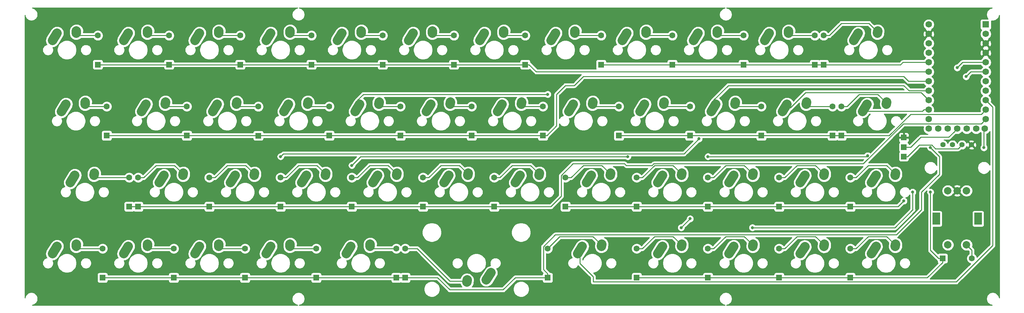
<source format=gtl>
G04 #@! TF.GenerationSoftware,KiCad,Pcbnew,(5.1.5-0-10_14)*
G04 #@! TF.CreationDate,2020-03-07T02:37:29+00:00*
G04 #@! TF.ProjectId,Whimsy,5768696d-7379-42e6-9b69-6361645f7063,0.2*
G04 #@! TF.SameCoordinates,Original*
G04 #@! TF.FileFunction,Copper,L1,Top*
G04 #@! TF.FilePolarity,Positive*
%FSLAX46Y46*%
G04 Gerber Fmt 4.6, Leading zero omitted, Abs format (unit mm)*
G04 Created by KiCad (PCBNEW (5.1.5-0-10_14)) date 2020-03-07 02:37:29*
%MOMM*%
%LPD*%
G04 APERTURE LIST*
%ADD10C,1.752600*%
%ADD11R,1.752600X1.752600*%
%ADD12C,2.500000*%
%ADD13R,1.600000X1.600000*%
%ADD14C,1.600000*%
%ADD15C,1.397000*%
%ADD16R,1.524000X1.524000*%
%ADD17C,2.000000*%
%ADD18R,2.000000X3.200000*%
%ADD19C,0.800000*%
%ADD20C,0.250000*%
%ADD21C,0.254000*%
G04 APERTURE END LIST*
D10*
X271780000Y-90170000D03*
X269240000Y-90170000D03*
X266700000Y-90170000D03*
X264160000Y-90170000D03*
X261620000Y-90170000D03*
X259080000Y-62230000D03*
X274091400Y-90170000D03*
X259080000Y-64770000D03*
X259080000Y-67310000D03*
X259080000Y-69850000D03*
X259080000Y-72390000D03*
X259080000Y-74930000D03*
X259080000Y-77470000D03*
X259080000Y-80010000D03*
X259080000Y-82550000D03*
X259080000Y-85090000D03*
X259080000Y-87630000D03*
X259080000Y-90170000D03*
X274320000Y-87630000D03*
X274320000Y-85090000D03*
X274320000Y-82550000D03*
X274320000Y-80010000D03*
X274320000Y-77470000D03*
X274320000Y-74930000D03*
X274320000Y-72390000D03*
X274320000Y-69850000D03*
X274320000Y-67310000D03*
X274320000Y-64770000D03*
D11*
X274320000Y-62230000D03*
D12*
X242618212Y-83637435D02*
X241409288Y-85535065D01*
X247808474Y-83026922D02*
X247769026Y-83605578D01*
X245427224Y-63976922D02*
X245387776Y-64555578D01*
X240236962Y-64587435D02*
X239028038Y-66485065D01*
X54499462Y-102687435D02*
X53290538Y-104585065D01*
X59689724Y-102076922D02*
X59650276Y-102655578D01*
X149749462Y-102687435D02*
X148540538Y-104585065D01*
X154939724Y-102076922D02*
X154900276Y-102655578D01*
X135889724Y-102076922D02*
X135850276Y-102655578D01*
X130699462Y-102687435D02*
X129490538Y-104585065D01*
X68786962Y-83637435D02*
X67578038Y-85535065D01*
X73977224Y-83026922D02*
X73937776Y-83605578D01*
X159274462Y-64587435D02*
X158065538Y-66485065D01*
X164464724Y-63976922D02*
X164425276Y-64555578D01*
X169227224Y-83026922D02*
X169187776Y-83605578D01*
X164036962Y-83637435D02*
X162828038Y-85535065D01*
X206899462Y-121737435D02*
X205690538Y-123635065D01*
X212089724Y-121126922D02*
X212050276Y-121705578D01*
D13*
X79756000Y-92038000D03*
D14*
X79756000Y-84238000D03*
D12*
X64024462Y-64587435D02*
X62815538Y-66485065D01*
X69214724Y-63976922D02*
X69175276Y-64555578D01*
D15*
X262906510Y-94488000D03*
X265446510Y-94488000D03*
X267986510Y-94488000D03*
X270526510Y-94488000D03*
D16*
X252412500Y-92531250D03*
X252412500Y-95131250D03*
X252412500Y-97631250D03*
D12*
X25924462Y-64587435D02*
X24715538Y-66485065D01*
X31114724Y-63976922D02*
X31075276Y-64555578D01*
X31114724Y-121126922D02*
X31075276Y-121705578D01*
X25924462Y-121737435D02*
X24715538Y-123635065D01*
X50164724Y-63976922D02*
X50125276Y-64555578D01*
X44974462Y-64587435D02*
X43765538Y-66485065D01*
X49736962Y-83637435D02*
X48528038Y-85535065D01*
X54927224Y-83026922D02*
X54887776Y-83605578D01*
X50164724Y-121126922D02*
X50125276Y-121705578D01*
X44974462Y-121737435D02*
X43765538Y-123635065D01*
X78739724Y-102076922D02*
X78700276Y-102655578D01*
X73549462Y-102687435D02*
X72340538Y-104585065D01*
X69214724Y-121126922D02*
X69175276Y-121705578D01*
X64024462Y-121737435D02*
X62815538Y-123635065D01*
X88264724Y-63976922D02*
X88225276Y-64555578D01*
X83074462Y-64587435D02*
X81865538Y-66485065D01*
X87836962Y-83637435D02*
X86628038Y-85535065D01*
X93027224Y-83026922D02*
X92987776Y-83605578D01*
X97789724Y-102076922D02*
X97750276Y-102655578D01*
X92599462Y-102687435D02*
X91390538Y-104585065D01*
X88264724Y-121126922D02*
X88225276Y-121705578D01*
X83074462Y-121737435D02*
X81865538Y-123635065D01*
X102124462Y-64587435D02*
X100915538Y-66485065D01*
X107314724Y-63976922D02*
X107275276Y-64555578D01*
X112077224Y-83026922D02*
X112037776Y-83605578D01*
X106886962Y-83637435D02*
X105678038Y-85535065D01*
X111649462Y-102687435D02*
X110440538Y-104585065D01*
X116839724Y-102076922D02*
X116800276Y-102655578D01*
X126364724Y-63976922D02*
X126325276Y-64555578D01*
X121174462Y-64587435D02*
X119965538Y-66485065D01*
X125936962Y-83637435D02*
X124728038Y-85535065D01*
X131127224Y-83026922D02*
X131087776Y-83605578D01*
X140763038Y-130675065D02*
X141971962Y-128777435D01*
X135572776Y-131285578D02*
X135612224Y-130706922D01*
X140224462Y-64587435D02*
X139015538Y-66485065D01*
X145414724Y-63976922D02*
X145375276Y-64555578D01*
X150177224Y-83026922D02*
X150137776Y-83605578D01*
X144986962Y-83637435D02*
X143778038Y-85535065D01*
X168799462Y-102687435D02*
X167590538Y-104585065D01*
X173989724Y-102076922D02*
X173950276Y-102655578D01*
X187849462Y-121737435D02*
X186640538Y-123635065D01*
X193039724Y-121126922D02*
X193000276Y-121705578D01*
X183514724Y-63976922D02*
X183475276Y-64555578D01*
X178324462Y-64587435D02*
X177115538Y-66485065D01*
X183086962Y-83637435D02*
X181878038Y-85535065D01*
X188277224Y-83026922D02*
X188237776Y-83605578D01*
X193039724Y-102076922D02*
X193000276Y-102655578D01*
X187849462Y-102687435D02*
X186640538Y-104585065D01*
X202564724Y-63976922D02*
X202525276Y-64555578D01*
X197374462Y-64587435D02*
X196165538Y-66485065D01*
X202136962Y-83637435D02*
X200928038Y-85535065D01*
X207327224Y-83026922D02*
X207287776Y-83605578D01*
X212089724Y-102076922D02*
X212050276Y-102655578D01*
X206899462Y-102687435D02*
X205690538Y-104585065D01*
X216424462Y-64587435D02*
X215215538Y-66485065D01*
X221614724Y-63976922D02*
X221575276Y-64555578D01*
X221186962Y-83637435D02*
X219978038Y-85535065D01*
X226377224Y-83026922D02*
X226337776Y-83605578D01*
X225949462Y-102687435D02*
X224740538Y-104585065D01*
X231139724Y-102076922D02*
X231100276Y-102655578D01*
X250189724Y-121126922D02*
X250150276Y-121705578D01*
X244999462Y-121737435D02*
X243790538Y-123635065D01*
X250189724Y-102076922D02*
X250150276Y-102655578D01*
X244999462Y-102687435D02*
X243790538Y-104585065D01*
D17*
X269200000Y-106800000D03*
X266700000Y-106800000D03*
X264200000Y-106800000D03*
D18*
X272300000Y-114300000D03*
X261100000Y-114300000D03*
D17*
X269200000Y-121300000D03*
X264200000Y-121300000D03*
D12*
X33495974Y-83026922D02*
X33456526Y-83605578D01*
X28305712Y-83637435D02*
X27096788Y-85535065D01*
X30686962Y-102687435D02*
X29478038Y-104585065D01*
X35877224Y-102076922D02*
X35837776Y-102655578D01*
X104505712Y-121737435D02*
X103296788Y-123635065D01*
X109695974Y-121126922D02*
X109656526Y-121705578D01*
X171608474Y-121126922D02*
X171569026Y-121705578D01*
X166418212Y-121737435D02*
X165209288Y-123635065D01*
D14*
X36830000Y-65188000D03*
D13*
X36830000Y-72988000D03*
X39211250Y-92006250D03*
D14*
X39211250Y-84206250D03*
D13*
X45243750Y-111056250D03*
D14*
X45243750Y-103256250D03*
X38100000Y-122306250D03*
D13*
X38100000Y-130106250D03*
D14*
X55880000Y-65188000D03*
D13*
X55880000Y-72988000D03*
X60642500Y-92006250D03*
D14*
X60642500Y-84206250D03*
D13*
X47625000Y-111056250D03*
D14*
X47625000Y-103256250D03*
X57150000Y-122306250D03*
D13*
X57150000Y-130106250D03*
X74930000Y-72988000D03*
D14*
X74930000Y-65188000D03*
X66675000Y-103256250D03*
D13*
X66675000Y-111056250D03*
D14*
X76200000Y-122306250D03*
D13*
X76200000Y-130106250D03*
D14*
X93980000Y-65188000D03*
D13*
X93980000Y-72988000D03*
D14*
X98742500Y-84206250D03*
D13*
X98742500Y-92006250D03*
D14*
X85725000Y-103256250D03*
D13*
X85725000Y-111056250D03*
D14*
X95250000Y-122306250D03*
D13*
X95250000Y-130106250D03*
X113030000Y-72988000D03*
D14*
X113030000Y-65188000D03*
D13*
X117792500Y-92006250D03*
D14*
X117792500Y-84206250D03*
D13*
X104775000Y-111056250D03*
D14*
X104775000Y-103256250D03*
D13*
X116681250Y-130106250D03*
D14*
X116681250Y-122306250D03*
D13*
X132080000Y-72988000D03*
D14*
X132080000Y-65188000D03*
D13*
X136842500Y-92006250D03*
D14*
X136842500Y-84206250D03*
X123825000Y-103256250D03*
D13*
X123825000Y-111056250D03*
D14*
X119062500Y-122306250D03*
D13*
X119062500Y-130106250D03*
D14*
X151130000Y-65188000D03*
D13*
X151130000Y-72988000D03*
D14*
X155892500Y-84206250D03*
D13*
X155892500Y-92006250D03*
X142875000Y-111056250D03*
D14*
X142875000Y-103256250D03*
D13*
X157162500Y-130106250D03*
D14*
X157162500Y-122306250D03*
D13*
X171450000Y-72988000D03*
D14*
X171450000Y-65188000D03*
D13*
X176212500Y-92006250D03*
D14*
X176212500Y-84206250D03*
X161925000Y-103256250D03*
D13*
X161925000Y-111056250D03*
X180975000Y-130106250D03*
D14*
X180975000Y-122306250D03*
X190500000Y-65188000D03*
D13*
X190500000Y-72988000D03*
D14*
X195262500Y-84206250D03*
D13*
X195262500Y-92006250D03*
X180975000Y-111056250D03*
D14*
X180975000Y-103256250D03*
X200025000Y-122306250D03*
D13*
X200025000Y-130106250D03*
X209550000Y-72988000D03*
D14*
X209550000Y-65188000D03*
D13*
X214312500Y-92006250D03*
D14*
X214312500Y-84206250D03*
X200025000Y-103256250D03*
D13*
X200025000Y-111056250D03*
D14*
X228600000Y-65188000D03*
D13*
X228600000Y-72988000D03*
D14*
X233362500Y-84206250D03*
D13*
X233362500Y-92006250D03*
X219075000Y-111056250D03*
D14*
X219075000Y-103256250D03*
X238125000Y-122306250D03*
D13*
X238125000Y-130106250D03*
X230981250Y-72988000D03*
D14*
X230981250Y-65188000D03*
X235743750Y-84206250D03*
D13*
X235743750Y-92006250D03*
D14*
X238125000Y-103256250D03*
D13*
X238125000Y-111056250D03*
X262800000Y-124936250D03*
D14*
X270600000Y-124936250D03*
X219075000Y-122306250D03*
D13*
X219075000Y-130106250D03*
D12*
X225949462Y-121769185D02*
X224740538Y-123666815D01*
X231139724Y-121158672D02*
X231100276Y-121737328D01*
D19*
X259556250Y-95250000D03*
X252412500Y-109537500D03*
X273843750Y-95250000D03*
X259556250Y-107156250D03*
X266700000Y-73818750D03*
X269081250Y-76200000D03*
X85725000Y-97631250D03*
X197643750Y-92868750D03*
X104775000Y-100012500D03*
X178593750Y-97631250D03*
X211931250Y-116681250D03*
X254793750Y-107156250D03*
X157162500Y-80962500D03*
X200025000Y-97631250D03*
X195262500Y-114300000D03*
X192881250Y-116681250D03*
X242738750Y-97391105D03*
X133350000Y-60166250D03*
X202406250Y-116681250D03*
D20*
X32016750Y-65188000D02*
X31095000Y-64266250D01*
X36830000Y-65188000D02*
X32016750Y-65188000D01*
X36830000Y-72988000D02*
X151130000Y-72988000D01*
X154122000Y-74930000D02*
X257840725Y-74930000D01*
X152180000Y-72988000D02*
X154122000Y-74930000D01*
X257840725Y-74930000D02*
X259080000Y-74930000D01*
X151130000Y-72988000D02*
X152180000Y-72988000D01*
X39211250Y-92006250D02*
X155892500Y-92006250D01*
X159543750Y-80962500D02*
X161925000Y-78581250D01*
X159543750Y-89405000D02*
X159543750Y-80962500D01*
X156942500Y-92006250D02*
X159543750Y-89405000D01*
X155892500Y-92006250D02*
X156942500Y-92006250D01*
X161925000Y-78581250D02*
X164306250Y-78581250D01*
X164306250Y-78581250D02*
X166687500Y-76200000D01*
X166687500Y-76200000D02*
X252412500Y-76200000D01*
X253682500Y-77470000D02*
X259080000Y-77470000D01*
X252412500Y-76200000D02*
X253682500Y-77470000D01*
X34366250Y-84206250D02*
X33476250Y-83316250D01*
X39211250Y-84206250D02*
X34366250Y-84206250D01*
X142875000Y-111056250D02*
X45243750Y-111056250D01*
X160799999Y-108281251D02*
X160799999Y-102716249D01*
X160799999Y-102716249D02*
X163953758Y-99562490D01*
X158025000Y-111056250D02*
X160799999Y-108281251D01*
X142875000Y-111056250D02*
X158025000Y-111056250D01*
X185551100Y-99562490D02*
X241592670Y-99562490D01*
X185101090Y-100012500D02*
X185551100Y-99562490D01*
X177735512Y-99562490D02*
X178185522Y-100012500D01*
X178185522Y-100012500D02*
X185101090Y-100012500D01*
X163953758Y-99562490D02*
X177735512Y-99562490D01*
X273443701Y-88506299D02*
X274320000Y-87630000D01*
X273118699Y-88831301D02*
X273443701Y-88506299D01*
X252323859Y-88831301D02*
X273118699Y-88831301D01*
X241592670Y-99562490D02*
X252323859Y-88831301D01*
X36747500Y-103256250D02*
X35857500Y-102366250D01*
X45243750Y-103256250D02*
X36747500Y-103256250D01*
X31985000Y-122306250D02*
X31095000Y-121416250D01*
X38100000Y-122306250D02*
X31985000Y-122306250D01*
X119062500Y-130106250D02*
X38100000Y-130106250D01*
X130968750Y-133350000D02*
X127725000Y-130106250D01*
X145256250Y-133350000D02*
X130968750Y-133350000D01*
X148500000Y-130106250D02*
X145256250Y-133350000D01*
X127725000Y-130106250D02*
X119062500Y-130106250D01*
X157162500Y-130106250D02*
X148500000Y-130106250D01*
X157162500Y-129056250D02*
X157162500Y-130106250D01*
X156037499Y-121766249D02*
X156037499Y-127931249D01*
X156037499Y-127931249D02*
X157162500Y-129056250D01*
X159191257Y-118612491D02*
X156037499Y-121766249D01*
X250426507Y-118612491D02*
X159191257Y-118612491D01*
X250426507Y-118612491D02*
X257175000Y-111863998D01*
X257175000Y-111863998D02*
X257175000Y-107156250D01*
X257175000Y-107156250D02*
X261937500Y-102393750D01*
X261937500Y-97631250D02*
X259556250Y-95250000D01*
X261937500Y-102393750D02*
X261937500Y-97631250D01*
X51066750Y-65188000D02*
X50145000Y-64266250D01*
X55880000Y-65188000D02*
X51066750Y-65188000D01*
X55797500Y-84206250D02*
X54907500Y-83316250D01*
X60642500Y-84206250D02*
X55797500Y-84206250D01*
X47625000Y-103256250D02*
X49143750Y-103256250D01*
X49143750Y-103256250D02*
X52387500Y-100012500D01*
X57316250Y-100012500D02*
X59670000Y-102366250D01*
X52387500Y-100012500D02*
X57316250Y-100012500D01*
X51035000Y-122306250D02*
X50145000Y-121416250D01*
X57150000Y-122306250D02*
X51035000Y-122306250D01*
X70116750Y-65188000D02*
X69195000Y-64266250D01*
X74930000Y-65188000D02*
X70116750Y-65188000D01*
X74879250Y-84238000D02*
X73957500Y-83316250D01*
X79756000Y-84238000D02*
X74879250Y-84238000D01*
X66675000Y-103256250D02*
X68193750Y-103256250D01*
X68193750Y-103256250D02*
X71437500Y-100012500D01*
X76366250Y-100012500D02*
X78720000Y-102366250D01*
X71437500Y-100012500D02*
X76366250Y-100012500D01*
X70085000Y-122306250D02*
X69195000Y-121416250D01*
X76200000Y-122306250D02*
X70085000Y-122306250D01*
X89166750Y-65188000D02*
X88245000Y-64266250D01*
X93980000Y-65188000D02*
X89166750Y-65188000D01*
X93897500Y-84206250D02*
X93007500Y-83316250D01*
X98742500Y-84206250D02*
X93897500Y-84206250D01*
X95416250Y-100012500D02*
X97770000Y-102366250D01*
X85725000Y-103256250D02*
X87243750Y-103256250D01*
X87243750Y-103256250D02*
X90487500Y-100012500D01*
X90487500Y-100012500D02*
X95416250Y-100012500D01*
X89135000Y-122306250D02*
X88245000Y-121416250D01*
X95250000Y-122306250D02*
X89135000Y-122306250D01*
X108216750Y-65188000D02*
X107295000Y-64266250D01*
X113030000Y-65188000D02*
X108216750Y-65188000D01*
X112947500Y-84206250D02*
X112057500Y-83316250D01*
X117792500Y-84206250D02*
X112947500Y-84206250D01*
X104775000Y-103256250D02*
X106293750Y-103256250D01*
X114466250Y-100012500D02*
X116820000Y-102366250D01*
X106293750Y-103256250D02*
X109537500Y-100012500D01*
X109537500Y-100012500D02*
X114466250Y-100012500D01*
X110566250Y-122306250D02*
X109676250Y-121416250D01*
X116681250Y-122306250D02*
X110566250Y-122306250D01*
X127266750Y-65188000D02*
X126345000Y-64266250D01*
X132080000Y-65188000D02*
X127266750Y-65188000D01*
X131997500Y-84206250D02*
X131107500Y-83316250D01*
X136842500Y-84206250D02*
X131997500Y-84206250D01*
X133516250Y-100012500D02*
X135870000Y-102366250D01*
X128587500Y-100012500D02*
X133516250Y-100012500D01*
X125343750Y-103256250D02*
X128587500Y-100012500D01*
X123825000Y-103256250D02*
X125343750Y-103256250D01*
X119062500Y-122306250D02*
X122306250Y-122306250D01*
X130996250Y-130996250D02*
X135592500Y-130996250D01*
X122306250Y-122306250D02*
X130996250Y-130996250D01*
X146316750Y-65188000D02*
X145395000Y-64266250D01*
X151130000Y-65188000D02*
X146316750Y-65188000D01*
X151047500Y-84206250D02*
X150157500Y-83316250D01*
X155892500Y-84206250D02*
X151047500Y-84206250D01*
X144393750Y-103256250D02*
X147637500Y-100012500D01*
X142875000Y-103256250D02*
X144393750Y-103256250D01*
X147637500Y-100012500D02*
X152566250Y-100012500D01*
X152566250Y-100012500D02*
X154920000Y-102366250D01*
X157162500Y-122306250D02*
X160406250Y-119062500D01*
X169235000Y-119062500D02*
X171588750Y-121416250D01*
X160406250Y-119062500D02*
X169235000Y-119062500D01*
X172500000Y-72988000D02*
X230981250Y-72988000D01*
X171450000Y-72988000D02*
X172500000Y-72988000D01*
X232031250Y-72988000D02*
X230981250Y-72988000D01*
X230981250Y-72988000D02*
X251581750Y-72988000D01*
X252179750Y-72390000D02*
X259080000Y-72390000D01*
X251581750Y-72988000D02*
X252179750Y-72390000D01*
X165366750Y-65188000D02*
X164445000Y-64266250D01*
X171450000Y-65188000D02*
X165366750Y-65188000D01*
X176212500Y-92006250D02*
X235743750Y-92006250D01*
X273443701Y-85966299D02*
X274320000Y-85090000D01*
X254227449Y-86291301D02*
X273118699Y-86291301D01*
X248512500Y-92006250D02*
X254227449Y-86291301D01*
X273118699Y-86291301D02*
X273443701Y-85966299D01*
X235743750Y-92006250D02*
X248512500Y-92006250D01*
X170097500Y-84206250D02*
X169207500Y-83316250D01*
X176212500Y-84206250D02*
X170097500Y-84206250D01*
X163443750Y-103256250D02*
X166687500Y-100012500D01*
X161925000Y-103256250D02*
X163443750Y-103256250D01*
X166687500Y-100012500D02*
X171616250Y-100012500D01*
X171616250Y-100012500D02*
X173970000Y-102366250D01*
X161925000Y-111056250D02*
X238125000Y-111056250D01*
X250893750Y-111056250D02*
X252412500Y-109537500D01*
X238125000Y-111056250D02*
X250893750Y-111056250D01*
X273843750Y-90417650D02*
X274091400Y-90170000D01*
X273843750Y-95250000D02*
X273843750Y-90417650D01*
X262800000Y-126000000D02*
X262800000Y-125986250D01*
X258693750Y-130106250D02*
X262800000Y-126000000D01*
X262800000Y-125986250D02*
X262800000Y-124936250D01*
X180975000Y-130106250D02*
X258693750Y-130106250D01*
X261750000Y-124936250D02*
X259556250Y-122742500D01*
X259556250Y-122742500D02*
X259556250Y-107156250D01*
X262800000Y-124936250D02*
X261750000Y-124936250D01*
X180975000Y-122306250D02*
X182493750Y-122306250D01*
X182493750Y-122306250D02*
X185737500Y-119062500D01*
X190666250Y-119062500D02*
X193020000Y-121416250D01*
X185737500Y-119062500D02*
X190666250Y-119062500D01*
X184416750Y-65188000D02*
X183495000Y-64266250D01*
X190500000Y-65188000D02*
X184416750Y-65188000D01*
X189147500Y-84206250D02*
X188257500Y-83316250D01*
X195262500Y-84206250D02*
X189147500Y-84206250D01*
X180975000Y-103256250D02*
X182493750Y-103256250D01*
X190666250Y-100012500D02*
X193020000Y-102366250D01*
X185737500Y-100012500D02*
X190666250Y-100012500D01*
X182493750Y-103256250D02*
X185737500Y-100012500D01*
X200025000Y-122306250D02*
X201543750Y-122306250D01*
X201543750Y-122306250D02*
X204787500Y-119062500D01*
X204787500Y-119062500D02*
X209716250Y-119062500D01*
X209716250Y-119062500D02*
X212070000Y-121416250D01*
X203466750Y-65188000D02*
X202545000Y-64266250D01*
X209550000Y-65188000D02*
X203466750Y-65188000D01*
X208197500Y-84206250D02*
X207307500Y-83316250D01*
X214312500Y-84206250D02*
X208197500Y-84206250D01*
X201543750Y-103256250D02*
X204787500Y-100012500D01*
X204787500Y-100012500D02*
X209716250Y-100012500D01*
X200025000Y-103256250D02*
X201543750Y-103256250D01*
X209716250Y-100012500D02*
X212070000Y-102366250D01*
X223837500Y-119062500D02*
X228766250Y-119062500D01*
X220593750Y-122306250D02*
X223837500Y-119062500D01*
X228766250Y-119062500D02*
X231120000Y-121416250D01*
X219075000Y-122306250D02*
X220593750Y-122306250D01*
X222516750Y-65188000D02*
X221595000Y-64266250D01*
X228600000Y-65188000D02*
X222516750Y-65188000D01*
X227247500Y-84206250D02*
X226357500Y-83316250D01*
X233362500Y-84206250D02*
X227247500Y-84206250D01*
X223837500Y-100012500D02*
X228766250Y-100012500D01*
X220593750Y-103256250D02*
X223837500Y-100012500D01*
X219075000Y-103256250D02*
X220593750Y-103256250D01*
X228766250Y-100012500D02*
X231120000Y-102366250D01*
X238125000Y-122306250D02*
X239643750Y-122306250D01*
X247816250Y-119062500D02*
X250170000Y-121416250D01*
X239643750Y-122306250D02*
X242887500Y-119062500D01*
X242887500Y-119062500D02*
X247816250Y-119062500D01*
X230981250Y-65188000D02*
X232468250Y-65188000D01*
X232468250Y-65188000D02*
X235743750Y-61912500D01*
X243053750Y-61912500D02*
X245407500Y-64266250D01*
X235743750Y-61912500D02*
X243053750Y-61912500D01*
X235743750Y-84206250D02*
X237262500Y-84206250D01*
X237262500Y-84206250D02*
X240506250Y-80962500D01*
X245435000Y-80962500D02*
X247788750Y-83316250D01*
X240506250Y-80962500D02*
X245435000Y-80962500D01*
X238125000Y-103256250D02*
X239643750Y-103256250D01*
X242887500Y-100012500D02*
X247816250Y-100012500D01*
X239643750Y-103256250D02*
X242887500Y-100012500D01*
X247816250Y-100012500D02*
X250170000Y-102366250D01*
X270600000Y-122700000D02*
X269200000Y-121300000D01*
X270600000Y-124936250D02*
X270600000Y-122700000D01*
X268128750Y-72390000D02*
X274320000Y-72390000D01*
X266700000Y-73818750D02*
X268128750Y-72390000D01*
X270351250Y-74930000D02*
X274320000Y-74930000D01*
X269081250Y-76200000D02*
X270351250Y-74930000D01*
X266963009Y-95511501D02*
X267288011Y-95186499D01*
X267288011Y-95186499D02*
X267986510Y-94488000D01*
X260890753Y-95511501D02*
X266963009Y-95511501D01*
X256530751Y-94524999D02*
X259904251Y-94524999D01*
X259904251Y-94524999D02*
X260890753Y-95511501D01*
X253424500Y-97631250D02*
X256530751Y-94524999D01*
X252412500Y-97631250D02*
X253424500Y-97631250D01*
X257840725Y-85090000D02*
X259080000Y-85090000D01*
X257439132Y-85491593D02*
X257840725Y-85090000D01*
X242919093Y-85491593D02*
X257439132Y-85491593D01*
X242013750Y-84586250D02*
X242919093Y-85491593D01*
X258203701Y-81673701D02*
X259080000Y-82550000D01*
X257042491Y-80512491D02*
X258203701Y-81673701D01*
X222064610Y-84586250D02*
X226138369Y-80512491D01*
X226138369Y-80512491D02*
X257042491Y-80512491D01*
X220582500Y-84586250D02*
X222064610Y-84586250D01*
X85725000Y-97631250D02*
X86175010Y-97181240D01*
X193606251Y-96906249D02*
X197643750Y-92868750D01*
X86450001Y-96906249D02*
X193606251Y-96906249D01*
X86175010Y-97181240D02*
X86450001Y-96906249D01*
X201532500Y-82546049D02*
X205497299Y-78581250D01*
X201532500Y-84586250D02*
X201532500Y-82546049D01*
X205497299Y-78581250D02*
X252412500Y-78581250D01*
X253841250Y-80010000D02*
X259080000Y-80010000D01*
X252412500Y-78581250D02*
X253841250Y-80010000D01*
X104775000Y-100012500D02*
X107156250Y-97631250D01*
X107156250Y-97631250D02*
X178593750Y-97631250D01*
X211931250Y-116681250D02*
X250031250Y-116681250D01*
X254793750Y-111918750D02*
X250031250Y-116681250D01*
X254856393Y-111856107D02*
X254793750Y-111918750D01*
X254793750Y-107156250D02*
X254793750Y-111918750D01*
X107866049Y-80962500D02*
X157162500Y-80962500D01*
X106282500Y-82546049D02*
X107866049Y-80962500D01*
X106282500Y-84586250D02*
X106282500Y-82546049D01*
X242887500Y-97631250D02*
X223837500Y-97631250D01*
X223837500Y-97631250D02*
X200025000Y-97631250D01*
X195262500Y-114300000D02*
X192881250Y-116681250D01*
X242887500Y-97539855D02*
X242738750Y-97391105D01*
X242887500Y-97631250D02*
X242887500Y-97539855D01*
X165813750Y-126290916D02*
X169331251Y-129808417D01*
X169331251Y-131231251D02*
X266437499Y-131231251D01*
X165813750Y-122686250D02*
X165813750Y-126290916D01*
X266437499Y-131231251D02*
X276168751Y-121499999D01*
X169331251Y-129808417D02*
X169331251Y-131231251D01*
X276168751Y-84398751D02*
X274320000Y-82550000D01*
X276168751Y-121499999D02*
X276168751Y-84398751D01*
X264451260Y-92418740D02*
X265823701Y-91046299D01*
X265823701Y-91046299D02*
X266700000Y-90170000D01*
X256988600Y-92418740D02*
X264451260Y-92418740D01*
X254276090Y-95131250D02*
X256988600Y-92418740D01*
X252412500Y-95131250D02*
X254276090Y-95131250D01*
D21*
G36*
X89981419Y-57862925D02*
G01*
X89665669Y-57993713D01*
X89381502Y-58183587D01*
X89139837Y-58425252D01*
X88949963Y-58709419D01*
X88819175Y-59025169D01*
X88752500Y-59360367D01*
X88752500Y-59702133D01*
X88819175Y-60037331D01*
X88949963Y-60353081D01*
X89139837Y-60637248D01*
X89381502Y-60878913D01*
X89665669Y-61068787D01*
X89981419Y-61199575D01*
X90316617Y-61266250D01*
X90658383Y-61266250D01*
X90993581Y-61199575D01*
X91309331Y-61068787D01*
X91593498Y-60878913D01*
X91835163Y-60637248D01*
X92025037Y-60353081D01*
X92155825Y-60037331D01*
X92222500Y-59702133D01*
X92222500Y-59360367D01*
X92155825Y-59025169D01*
X92025037Y-58709419D01*
X91835163Y-58425252D01*
X91593498Y-58183587D01*
X91309331Y-57993713D01*
X90993581Y-57862925D01*
X90727509Y-57810000D01*
X204547491Y-57810000D01*
X204281419Y-57862925D01*
X203965669Y-57993713D01*
X203681502Y-58183587D01*
X203439837Y-58425252D01*
X203249963Y-58709419D01*
X203119175Y-59025169D01*
X203052500Y-59360367D01*
X203052500Y-59702133D01*
X203119175Y-60037331D01*
X203249963Y-60353081D01*
X203439837Y-60637248D01*
X203681502Y-60878913D01*
X203965669Y-61068787D01*
X204281419Y-61199575D01*
X204616617Y-61266250D01*
X204958383Y-61266250D01*
X205293581Y-61199575D01*
X205609331Y-61068787D01*
X205893498Y-60878913D01*
X206135163Y-60637248D01*
X206325037Y-60353081D01*
X206455825Y-60037331D01*
X206522500Y-59702133D01*
X206522500Y-59360367D01*
X206455825Y-59025169D01*
X206325037Y-58709419D01*
X206135163Y-58425252D01*
X205893498Y-58183587D01*
X205609331Y-57993713D01*
X205293581Y-57862925D01*
X205027509Y-57810000D01*
X275984991Y-57810000D01*
X275718919Y-57862925D01*
X275403169Y-57993713D01*
X275119002Y-58183587D01*
X274877337Y-58425252D01*
X274687463Y-58709419D01*
X274556675Y-59025169D01*
X274490000Y-59360367D01*
X274490000Y-59702133D01*
X274556675Y-60037331D01*
X274687463Y-60353081D01*
X274877337Y-60637248D01*
X274955717Y-60715628D01*
X273443700Y-60715628D01*
X273319218Y-60727888D01*
X273199520Y-60764198D01*
X273089206Y-60823163D01*
X272992515Y-60902515D01*
X272913163Y-60999206D01*
X272854198Y-61109520D01*
X272817888Y-61229218D01*
X272805628Y-61353700D01*
X272805628Y-63106300D01*
X272817888Y-63230782D01*
X272854198Y-63350480D01*
X272913163Y-63460794D01*
X272992515Y-63557485D01*
X273089206Y-63636837D01*
X273199520Y-63695802D01*
X273243542Y-63709156D01*
X273146096Y-63806602D01*
X272980703Y-64054131D01*
X272866778Y-64329170D01*
X272808700Y-64621150D01*
X272808700Y-64918850D01*
X272866778Y-65210830D01*
X272980703Y-65485869D01*
X273146096Y-65733398D01*
X273356602Y-65943904D01*
X273519809Y-66052955D01*
X273452437Y-66262831D01*
X274320000Y-67130395D01*
X275187563Y-66262831D01*
X275120191Y-66052955D01*
X275283398Y-65943904D01*
X275493904Y-65733398D01*
X275659297Y-65485869D01*
X275773222Y-65210830D01*
X275831300Y-64918850D01*
X275831300Y-64621150D01*
X275773222Y-64329170D01*
X275659297Y-64054131D01*
X275493904Y-63806602D01*
X275396458Y-63709156D01*
X275440480Y-63695802D01*
X275550794Y-63636837D01*
X275647485Y-63557485D01*
X275726837Y-63460794D01*
X275785802Y-63350480D01*
X275822112Y-63230782D01*
X275834372Y-63106300D01*
X275834372Y-61353700D01*
X275822112Y-61229218D01*
X275819169Y-61219516D01*
X276054117Y-61266250D01*
X276395883Y-61266250D01*
X276731081Y-61199575D01*
X277046831Y-61068787D01*
X277330998Y-60878913D01*
X277572663Y-60637248D01*
X277762537Y-60353081D01*
X277893325Y-60037331D01*
X277946250Y-59771259D01*
X277946251Y-135491246D01*
X277893325Y-135225169D01*
X277762537Y-134909419D01*
X277572663Y-134625252D01*
X277330998Y-134383587D01*
X277046831Y-134193713D01*
X276731081Y-134062925D01*
X276395883Y-133996250D01*
X276054117Y-133996250D01*
X275718919Y-134062925D01*
X275403169Y-134193713D01*
X275119002Y-134383587D01*
X274877337Y-134625252D01*
X274687463Y-134909419D01*
X274556675Y-135225169D01*
X274490000Y-135560367D01*
X274490000Y-135902133D01*
X274556675Y-136237331D01*
X274687463Y-136553081D01*
X274877337Y-136837248D01*
X275119002Y-137078913D01*
X275403169Y-137268787D01*
X275718919Y-137399575D01*
X275984991Y-137452500D01*
X205027509Y-137452500D01*
X205293581Y-137399575D01*
X205609331Y-137268787D01*
X205893498Y-137078913D01*
X206135163Y-136837248D01*
X206325037Y-136553081D01*
X206455825Y-136237331D01*
X206522500Y-135902133D01*
X206522500Y-135560367D01*
X206455825Y-135225169D01*
X206325037Y-134909419D01*
X206135163Y-134625252D01*
X205893498Y-134383587D01*
X205609331Y-134193713D01*
X205293581Y-134062925D01*
X204958383Y-133996250D01*
X204616617Y-133996250D01*
X204281419Y-134062925D01*
X203965669Y-134193713D01*
X203681502Y-134383587D01*
X203439837Y-134625252D01*
X203249963Y-134909419D01*
X203119175Y-135225169D01*
X203052500Y-135560367D01*
X203052500Y-135902133D01*
X203119175Y-136237331D01*
X203249963Y-136553081D01*
X203439837Y-136837248D01*
X203681502Y-137078913D01*
X203965669Y-137268787D01*
X204281419Y-137399575D01*
X204547491Y-137452500D01*
X90727509Y-137452500D01*
X90993581Y-137399575D01*
X91309331Y-137268787D01*
X91593498Y-137078913D01*
X91835163Y-136837248D01*
X92025037Y-136553081D01*
X92155825Y-136237331D01*
X92222500Y-135902133D01*
X92222500Y-135560367D01*
X92155825Y-135225169D01*
X92025037Y-134909419D01*
X91835163Y-134625252D01*
X91593498Y-134383587D01*
X91309331Y-134193713D01*
X90993581Y-134062925D01*
X90658383Y-133996250D01*
X90316617Y-133996250D01*
X89981419Y-134062925D01*
X89665669Y-134193713D01*
X89381502Y-134383587D01*
X89139837Y-134625252D01*
X88949963Y-134909419D01*
X88819175Y-135225169D01*
X88752500Y-135560367D01*
X88752500Y-135902133D01*
X88819175Y-136237331D01*
X88949963Y-136553081D01*
X89139837Y-136837248D01*
X89381502Y-137078913D01*
X89665669Y-137268787D01*
X89981419Y-137399575D01*
X90247491Y-137452500D01*
X19290009Y-137452500D01*
X19556081Y-137399575D01*
X19871831Y-137268787D01*
X20155998Y-137078913D01*
X20397663Y-136837248D01*
X20587537Y-136553081D01*
X20718325Y-136237331D01*
X20785000Y-135902133D01*
X20785000Y-135560367D01*
X20718325Y-135225169D01*
X20587537Y-134909419D01*
X20397663Y-134625252D01*
X20155998Y-134383587D01*
X19871831Y-134193713D01*
X19556081Y-134062925D01*
X19220883Y-133996250D01*
X18879117Y-133996250D01*
X18543919Y-134062925D01*
X18228169Y-134193713D01*
X17944002Y-134383587D01*
X17702337Y-134625252D01*
X17512463Y-134909419D01*
X17381675Y-135225169D01*
X17328750Y-135491241D01*
X17328750Y-132978607D01*
X124015500Y-132978607D01*
X124015500Y-133403893D01*
X124098470Y-133821007D01*
X124261219Y-134213920D01*
X124497496Y-134567532D01*
X124798218Y-134868254D01*
X125151830Y-135104531D01*
X125544743Y-135267280D01*
X125961857Y-135350250D01*
X126387143Y-135350250D01*
X126804257Y-135267280D01*
X127197170Y-135104531D01*
X127550782Y-134868254D01*
X127851504Y-134567532D01*
X128087781Y-134213920D01*
X128250530Y-133821007D01*
X128333500Y-133403893D01*
X128333500Y-132978607D01*
X128250530Y-132561493D01*
X128087781Y-132168580D01*
X127851504Y-131814968D01*
X127550782Y-131514246D01*
X127197170Y-131277969D01*
X126804257Y-131115220D01*
X126387143Y-131032250D01*
X125961857Y-131032250D01*
X125544743Y-131115220D01*
X125151830Y-131277969D01*
X124798218Y-131514246D01*
X124497496Y-131814968D01*
X124261219Y-132168580D01*
X124098470Y-132561493D01*
X124015500Y-132978607D01*
X17328750Y-132978607D01*
X17328750Y-126059902D01*
X22009100Y-126059902D01*
X22009100Y-126352598D01*
X22066202Y-126639671D01*
X22178212Y-126910088D01*
X22340826Y-127153456D01*
X22547794Y-127360424D01*
X22791162Y-127523038D01*
X23061579Y-127635048D01*
X23348652Y-127692150D01*
X23641348Y-127692150D01*
X23928421Y-127635048D01*
X24198838Y-127523038D01*
X24442206Y-127360424D01*
X24649174Y-127153456D01*
X24811788Y-126910088D01*
X24923798Y-126639671D01*
X24980900Y-126352598D01*
X24980900Y-126059902D01*
X24958508Y-125947326D01*
X25946100Y-125947326D01*
X25946100Y-126465174D01*
X26047127Y-126973072D01*
X26245299Y-127451501D01*
X26533000Y-127882076D01*
X26899174Y-128248250D01*
X27329749Y-128535951D01*
X27808178Y-128734123D01*
X28316076Y-128835150D01*
X28833924Y-128835150D01*
X29341822Y-128734123D01*
X29820251Y-128535951D01*
X30250826Y-128248250D01*
X30617000Y-127882076D01*
X30904701Y-127451501D01*
X31102873Y-126973072D01*
X31203900Y-126465174D01*
X31203900Y-126059902D01*
X32169100Y-126059902D01*
X32169100Y-126352598D01*
X32226202Y-126639671D01*
X32338212Y-126910088D01*
X32500826Y-127153456D01*
X32707794Y-127360424D01*
X32951162Y-127523038D01*
X33221579Y-127635048D01*
X33508652Y-127692150D01*
X33801348Y-127692150D01*
X34088421Y-127635048D01*
X34358838Y-127523038D01*
X34602206Y-127360424D01*
X34809174Y-127153456D01*
X34971788Y-126910088D01*
X35083798Y-126639671D01*
X35140900Y-126352598D01*
X35140900Y-126059902D01*
X41059100Y-126059902D01*
X41059100Y-126352598D01*
X41116202Y-126639671D01*
X41228212Y-126910088D01*
X41390826Y-127153456D01*
X41597794Y-127360424D01*
X41841162Y-127523038D01*
X42111579Y-127635048D01*
X42398652Y-127692150D01*
X42691348Y-127692150D01*
X42978421Y-127635048D01*
X43248838Y-127523038D01*
X43492206Y-127360424D01*
X43699174Y-127153456D01*
X43861788Y-126910088D01*
X43973798Y-126639671D01*
X44030900Y-126352598D01*
X44030900Y-126059902D01*
X44008508Y-125947326D01*
X44996100Y-125947326D01*
X44996100Y-126465174D01*
X45097127Y-126973072D01*
X45295299Y-127451501D01*
X45583000Y-127882076D01*
X45949174Y-128248250D01*
X46379749Y-128535951D01*
X46858178Y-128734123D01*
X47366076Y-128835150D01*
X47883924Y-128835150D01*
X48391822Y-128734123D01*
X48870251Y-128535951D01*
X49300826Y-128248250D01*
X49667000Y-127882076D01*
X49954701Y-127451501D01*
X50152873Y-126973072D01*
X50253900Y-126465174D01*
X50253900Y-126059902D01*
X51219100Y-126059902D01*
X51219100Y-126352598D01*
X51276202Y-126639671D01*
X51388212Y-126910088D01*
X51550826Y-127153456D01*
X51757794Y-127360424D01*
X52001162Y-127523038D01*
X52271579Y-127635048D01*
X52558652Y-127692150D01*
X52851348Y-127692150D01*
X53138421Y-127635048D01*
X53408838Y-127523038D01*
X53652206Y-127360424D01*
X53859174Y-127153456D01*
X54021788Y-126910088D01*
X54133798Y-126639671D01*
X54190900Y-126352598D01*
X54190900Y-126059902D01*
X60109100Y-126059902D01*
X60109100Y-126352598D01*
X60166202Y-126639671D01*
X60278212Y-126910088D01*
X60440826Y-127153456D01*
X60647794Y-127360424D01*
X60891162Y-127523038D01*
X61161579Y-127635048D01*
X61448652Y-127692150D01*
X61741348Y-127692150D01*
X62028421Y-127635048D01*
X62298838Y-127523038D01*
X62542206Y-127360424D01*
X62749174Y-127153456D01*
X62911788Y-126910088D01*
X63023798Y-126639671D01*
X63080900Y-126352598D01*
X63080900Y-126059902D01*
X63058508Y-125947326D01*
X64046100Y-125947326D01*
X64046100Y-126465174D01*
X64147127Y-126973072D01*
X64345299Y-127451501D01*
X64633000Y-127882076D01*
X64999174Y-128248250D01*
X65429749Y-128535951D01*
X65908178Y-128734123D01*
X66416076Y-128835150D01*
X66933924Y-128835150D01*
X67441822Y-128734123D01*
X67920251Y-128535951D01*
X68350826Y-128248250D01*
X68717000Y-127882076D01*
X69004701Y-127451501D01*
X69202873Y-126973072D01*
X69303900Y-126465174D01*
X69303900Y-126059902D01*
X70269100Y-126059902D01*
X70269100Y-126352598D01*
X70326202Y-126639671D01*
X70438212Y-126910088D01*
X70600826Y-127153456D01*
X70807794Y-127360424D01*
X71051162Y-127523038D01*
X71321579Y-127635048D01*
X71608652Y-127692150D01*
X71901348Y-127692150D01*
X72188421Y-127635048D01*
X72458838Y-127523038D01*
X72702206Y-127360424D01*
X72909174Y-127153456D01*
X73071788Y-126910088D01*
X73183798Y-126639671D01*
X73240900Y-126352598D01*
X73240900Y-126059902D01*
X79159100Y-126059902D01*
X79159100Y-126352598D01*
X79216202Y-126639671D01*
X79328212Y-126910088D01*
X79490826Y-127153456D01*
X79697794Y-127360424D01*
X79941162Y-127523038D01*
X80211579Y-127635048D01*
X80498652Y-127692150D01*
X80791348Y-127692150D01*
X81078421Y-127635048D01*
X81348838Y-127523038D01*
X81592206Y-127360424D01*
X81799174Y-127153456D01*
X81961788Y-126910088D01*
X82073798Y-126639671D01*
X82130900Y-126352598D01*
X82130900Y-126059902D01*
X82108508Y-125947326D01*
X83096100Y-125947326D01*
X83096100Y-126465174D01*
X83197127Y-126973072D01*
X83395299Y-127451501D01*
X83683000Y-127882076D01*
X84049174Y-128248250D01*
X84479749Y-128535951D01*
X84958178Y-128734123D01*
X85466076Y-128835150D01*
X85983924Y-128835150D01*
X86491822Y-128734123D01*
X86970251Y-128535951D01*
X87400826Y-128248250D01*
X87767000Y-127882076D01*
X88054701Y-127451501D01*
X88252873Y-126973072D01*
X88353900Y-126465174D01*
X88353900Y-126059902D01*
X89319100Y-126059902D01*
X89319100Y-126352598D01*
X89376202Y-126639671D01*
X89488212Y-126910088D01*
X89650826Y-127153456D01*
X89857794Y-127360424D01*
X90101162Y-127523038D01*
X90371579Y-127635048D01*
X90658652Y-127692150D01*
X90951348Y-127692150D01*
X91238421Y-127635048D01*
X91508838Y-127523038D01*
X91752206Y-127360424D01*
X91959174Y-127153456D01*
X92121788Y-126910088D01*
X92233798Y-126639671D01*
X92290900Y-126352598D01*
X92290900Y-126059902D01*
X100590350Y-126059902D01*
X100590350Y-126352598D01*
X100647452Y-126639671D01*
X100759462Y-126910088D01*
X100922076Y-127153456D01*
X101129044Y-127360424D01*
X101372412Y-127523038D01*
X101642829Y-127635048D01*
X101929902Y-127692150D01*
X102222598Y-127692150D01*
X102509671Y-127635048D01*
X102780088Y-127523038D01*
X103023456Y-127360424D01*
X103230424Y-127153456D01*
X103393038Y-126910088D01*
X103505048Y-126639671D01*
X103562150Y-126352598D01*
X103562150Y-126059902D01*
X103539758Y-125947326D01*
X104527350Y-125947326D01*
X104527350Y-126465174D01*
X104628377Y-126973072D01*
X104826549Y-127451501D01*
X105114250Y-127882076D01*
X105480424Y-128248250D01*
X105910999Y-128535951D01*
X106389428Y-128734123D01*
X106897326Y-128835150D01*
X107415174Y-128835150D01*
X107923072Y-128734123D01*
X108401501Y-128535951D01*
X108832076Y-128248250D01*
X109198250Y-127882076D01*
X109485951Y-127451501D01*
X109684123Y-126973072D01*
X109785150Y-126465174D01*
X109785150Y-126059902D01*
X110750350Y-126059902D01*
X110750350Y-126352598D01*
X110807452Y-126639671D01*
X110919462Y-126910088D01*
X111082076Y-127153456D01*
X111289044Y-127360424D01*
X111532412Y-127523038D01*
X111802829Y-127635048D01*
X112089902Y-127692150D01*
X112382598Y-127692150D01*
X112669671Y-127635048D01*
X112940088Y-127523038D01*
X113183456Y-127360424D01*
X113390424Y-127153456D01*
X113553038Y-126910088D01*
X113665048Y-126639671D01*
X113722150Y-126352598D01*
X113722150Y-126059902D01*
X113665048Y-125772829D01*
X113553038Y-125502412D01*
X113390424Y-125259044D01*
X113183456Y-125052076D01*
X112940088Y-124889462D01*
X112669671Y-124777452D01*
X112382598Y-124720350D01*
X112089902Y-124720350D01*
X111802829Y-124777452D01*
X111532412Y-124889462D01*
X111289044Y-125052076D01*
X111082076Y-125259044D01*
X110919462Y-125502412D01*
X110807452Y-125772829D01*
X110750350Y-126059902D01*
X109785150Y-126059902D01*
X109785150Y-125947326D01*
X109684123Y-125439428D01*
X109485951Y-124960999D01*
X109198250Y-124530424D01*
X108832076Y-124164250D01*
X108401501Y-123876549D01*
X107923072Y-123678377D01*
X107415174Y-123577350D01*
X106897326Y-123577350D01*
X106389428Y-123678377D01*
X105910999Y-123876549D01*
X105480424Y-124164250D01*
X105114250Y-124530424D01*
X104826549Y-124960999D01*
X104628377Y-125439428D01*
X104527350Y-125947326D01*
X103539758Y-125947326D01*
X103505048Y-125772829D01*
X103400809Y-125521174D01*
X103706750Y-125484286D01*
X104059637Y-125368775D01*
X104383210Y-125186637D01*
X104665032Y-124944873D01*
X104836828Y-124725970D01*
X106145256Y-122672150D01*
X106271046Y-122423938D01*
X106371055Y-122066347D01*
X106399381Y-121696116D01*
X106354933Y-121327473D01*
X106239421Y-120974586D01*
X106057284Y-120651013D01*
X105815520Y-120369192D01*
X105523421Y-120139951D01*
X105192213Y-119972101D01*
X104834623Y-119872092D01*
X104464391Y-119843767D01*
X104095749Y-119888214D01*
X103742861Y-120003726D01*
X103419289Y-120185863D01*
X103137468Y-120427627D01*
X102965672Y-120646530D01*
X101657243Y-122700351D01*
X101531454Y-122948564D01*
X101431444Y-123306154D01*
X101403119Y-123676385D01*
X101447567Y-124045027D01*
X101563078Y-124397914D01*
X101745216Y-124721487D01*
X101771304Y-124751897D01*
X101642829Y-124777452D01*
X101372412Y-124889462D01*
X101129044Y-125052076D01*
X100922076Y-125259044D01*
X100759462Y-125502412D01*
X100647452Y-125772829D01*
X100590350Y-126059902D01*
X92290900Y-126059902D01*
X92233798Y-125772829D01*
X92121788Y-125502412D01*
X91959174Y-125259044D01*
X91752206Y-125052076D01*
X91508838Y-124889462D01*
X91238421Y-124777452D01*
X90951348Y-124720350D01*
X90658652Y-124720350D01*
X90371579Y-124777452D01*
X90101162Y-124889462D01*
X89857794Y-125052076D01*
X89650826Y-125259044D01*
X89488212Y-125502412D01*
X89376202Y-125772829D01*
X89319100Y-126059902D01*
X88353900Y-126059902D01*
X88353900Y-125947326D01*
X88252873Y-125439428D01*
X88054701Y-124960999D01*
X87767000Y-124530424D01*
X87400826Y-124164250D01*
X86970251Y-123876549D01*
X86491822Y-123678377D01*
X85983924Y-123577350D01*
X85466076Y-123577350D01*
X84958178Y-123678377D01*
X84479749Y-123876549D01*
X84049174Y-124164250D01*
X83683000Y-124530424D01*
X83395299Y-124960999D01*
X83197127Y-125439428D01*
X83096100Y-125947326D01*
X82108508Y-125947326D01*
X82073798Y-125772829D01*
X81969559Y-125521174D01*
X82275500Y-125484286D01*
X82628387Y-125368775D01*
X82951960Y-125186637D01*
X83233782Y-124944873D01*
X83405578Y-124725970D01*
X84714006Y-122672150D01*
X84839796Y-122423938D01*
X84939805Y-122066347D01*
X84968131Y-121696116D01*
X84964953Y-121669755D01*
X86338344Y-121669755D01*
X86346721Y-121947895D01*
X86430090Y-122309727D01*
X86582448Y-122648342D01*
X86797939Y-122950727D01*
X87068281Y-123205261D01*
X87383087Y-123402165D01*
X87730257Y-123533868D01*
X88096450Y-123595311D01*
X88467593Y-123584133D01*
X88829425Y-123500764D01*
X89168040Y-123348406D01*
X89470425Y-123132915D01*
X89533192Y-123066250D01*
X94031957Y-123066250D01*
X94135363Y-123221009D01*
X94335241Y-123420887D01*
X94570273Y-123577930D01*
X94831426Y-123686103D01*
X95108665Y-123741250D01*
X95391335Y-123741250D01*
X95668574Y-123686103D01*
X95929727Y-123577930D01*
X96164759Y-123420887D01*
X96364637Y-123221009D01*
X96521680Y-122985977D01*
X96629853Y-122724824D01*
X96685000Y-122447585D01*
X96685000Y-122164915D01*
X96629853Y-121887676D01*
X96521680Y-121626523D01*
X96364637Y-121391491D01*
X96164759Y-121191613D01*
X95929727Y-121034570D01*
X95668574Y-120926397D01*
X95391335Y-120871250D01*
X95108665Y-120871250D01*
X94831426Y-120926397D01*
X94570273Y-121034570D01*
X94335241Y-121191613D01*
X94135363Y-121391491D01*
X94031957Y-121546250D01*
X90125512Y-121546250D01*
X90151656Y-121162746D01*
X90143279Y-120884605D01*
X90059910Y-120522773D01*
X89907552Y-120184158D01*
X89692061Y-119881773D01*
X89421719Y-119627239D01*
X89106913Y-119430336D01*
X88759743Y-119298632D01*
X88393550Y-119237189D01*
X88022407Y-119248367D01*
X87660575Y-119331736D01*
X87321960Y-119484094D01*
X87019575Y-119699585D01*
X86765041Y-119969927D01*
X86568137Y-120284733D01*
X86436434Y-120631903D01*
X86390387Y-120906334D01*
X86338344Y-121669755D01*
X84964953Y-121669755D01*
X84923683Y-121327473D01*
X84808171Y-120974586D01*
X84626034Y-120651013D01*
X84384270Y-120369192D01*
X84092171Y-120139951D01*
X83760963Y-119972101D01*
X83403373Y-119872092D01*
X83033141Y-119843767D01*
X82664499Y-119888214D01*
X82311611Y-120003726D01*
X81988039Y-120185863D01*
X81706218Y-120427627D01*
X81534422Y-120646530D01*
X80225993Y-122700351D01*
X80100204Y-122948564D01*
X80000194Y-123306154D01*
X79971869Y-123676385D01*
X80016317Y-124045027D01*
X80131828Y-124397914D01*
X80313966Y-124721487D01*
X80340054Y-124751897D01*
X80211579Y-124777452D01*
X79941162Y-124889462D01*
X79697794Y-125052076D01*
X79490826Y-125259044D01*
X79328212Y-125502412D01*
X79216202Y-125772829D01*
X79159100Y-126059902D01*
X73240900Y-126059902D01*
X73183798Y-125772829D01*
X73071788Y-125502412D01*
X72909174Y-125259044D01*
X72702206Y-125052076D01*
X72458838Y-124889462D01*
X72188421Y-124777452D01*
X71901348Y-124720350D01*
X71608652Y-124720350D01*
X71321579Y-124777452D01*
X71051162Y-124889462D01*
X70807794Y-125052076D01*
X70600826Y-125259044D01*
X70438212Y-125502412D01*
X70326202Y-125772829D01*
X70269100Y-126059902D01*
X69303900Y-126059902D01*
X69303900Y-125947326D01*
X69202873Y-125439428D01*
X69004701Y-124960999D01*
X68717000Y-124530424D01*
X68350826Y-124164250D01*
X67920251Y-123876549D01*
X67441822Y-123678377D01*
X66933924Y-123577350D01*
X66416076Y-123577350D01*
X65908178Y-123678377D01*
X65429749Y-123876549D01*
X64999174Y-124164250D01*
X64633000Y-124530424D01*
X64345299Y-124960999D01*
X64147127Y-125439428D01*
X64046100Y-125947326D01*
X63058508Y-125947326D01*
X63023798Y-125772829D01*
X62919559Y-125521174D01*
X63225500Y-125484286D01*
X63578387Y-125368775D01*
X63901960Y-125186637D01*
X64183782Y-124944873D01*
X64355578Y-124725970D01*
X65664006Y-122672150D01*
X65789796Y-122423938D01*
X65889805Y-122066347D01*
X65918131Y-121696116D01*
X65914953Y-121669755D01*
X67288344Y-121669755D01*
X67296721Y-121947895D01*
X67380090Y-122309727D01*
X67532448Y-122648342D01*
X67747939Y-122950727D01*
X68018281Y-123205261D01*
X68333087Y-123402165D01*
X68680257Y-123533868D01*
X69046450Y-123595311D01*
X69417593Y-123584133D01*
X69779425Y-123500764D01*
X70118040Y-123348406D01*
X70420425Y-123132915D01*
X70483192Y-123066250D01*
X74981957Y-123066250D01*
X75085363Y-123221009D01*
X75285241Y-123420887D01*
X75520273Y-123577930D01*
X75781426Y-123686103D01*
X76058665Y-123741250D01*
X76341335Y-123741250D01*
X76618574Y-123686103D01*
X76879727Y-123577930D01*
X77114759Y-123420887D01*
X77314637Y-123221009D01*
X77471680Y-122985977D01*
X77579853Y-122724824D01*
X77635000Y-122447585D01*
X77635000Y-122164915D01*
X77579853Y-121887676D01*
X77471680Y-121626523D01*
X77314637Y-121391491D01*
X77114759Y-121191613D01*
X76879727Y-121034570D01*
X76618574Y-120926397D01*
X76341335Y-120871250D01*
X76058665Y-120871250D01*
X75781426Y-120926397D01*
X75520273Y-121034570D01*
X75285241Y-121191613D01*
X75085363Y-121391491D01*
X74981957Y-121546250D01*
X71075512Y-121546250D01*
X71101656Y-121162746D01*
X71093279Y-120884605D01*
X71009910Y-120522773D01*
X70857552Y-120184158D01*
X70642061Y-119881773D01*
X70371719Y-119627239D01*
X70056913Y-119430336D01*
X69709743Y-119298632D01*
X69343550Y-119237189D01*
X68972407Y-119248367D01*
X68610575Y-119331736D01*
X68271960Y-119484094D01*
X67969575Y-119699585D01*
X67715041Y-119969927D01*
X67518137Y-120284733D01*
X67386434Y-120631903D01*
X67340387Y-120906334D01*
X67288344Y-121669755D01*
X65914953Y-121669755D01*
X65873683Y-121327473D01*
X65758171Y-120974586D01*
X65576034Y-120651013D01*
X65334270Y-120369192D01*
X65042171Y-120139951D01*
X64710963Y-119972101D01*
X64353373Y-119872092D01*
X63983141Y-119843767D01*
X63614499Y-119888214D01*
X63261611Y-120003726D01*
X62938039Y-120185863D01*
X62656218Y-120427627D01*
X62484422Y-120646530D01*
X61175993Y-122700351D01*
X61050204Y-122948564D01*
X60950194Y-123306154D01*
X60921869Y-123676385D01*
X60966317Y-124045027D01*
X61081828Y-124397914D01*
X61263966Y-124721487D01*
X61290054Y-124751897D01*
X61161579Y-124777452D01*
X60891162Y-124889462D01*
X60647794Y-125052076D01*
X60440826Y-125259044D01*
X60278212Y-125502412D01*
X60166202Y-125772829D01*
X60109100Y-126059902D01*
X54190900Y-126059902D01*
X54133798Y-125772829D01*
X54021788Y-125502412D01*
X53859174Y-125259044D01*
X53652206Y-125052076D01*
X53408838Y-124889462D01*
X53138421Y-124777452D01*
X52851348Y-124720350D01*
X52558652Y-124720350D01*
X52271579Y-124777452D01*
X52001162Y-124889462D01*
X51757794Y-125052076D01*
X51550826Y-125259044D01*
X51388212Y-125502412D01*
X51276202Y-125772829D01*
X51219100Y-126059902D01*
X50253900Y-126059902D01*
X50253900Y-125947326D01*
X50152873Y-125439428D01*
X49954701Y-124960999D01*
X49667000Y-124530424D01*
X49300826Y-124164250D01*
X48870251Y-123876549D01*
X48391822Y-123678377D01*
X47883924Y-123577350D01*
X47366076Y-123577350D01*
X46858178Y-123678377D01*
X46379749Y-123876549D01*
X45949174Y-124164250D01*
X45583000Y-124530424D01*
X45295299Y-124960999D01*
X45097127Y-125439428D01*
X44996100Y-125947326D01*
X44008508Y-125947326D01*
X43973798Y-125772829D01*
X43869559Y-125521174D01*
X44175500Y-125484286D01*
X44528387Y-125368775D01*
X44851960Y-125186637D01*
X45133782Y-124944873D01*
X45305578Y-124725970D01*
X46614006Y-122672150D01*
X46739796Y-122423938D01*
X46839805Y-122066347D01*
X46868131Y-121696116D01*
X46864953Y-121669755D01*
X48238344Y-121669755D01*
X48246721Y-121947895D01*
X48330090Y-122309727D01*
X48482448Y-122648342D01*
X48697939Y-122950727D01*
X48968281Y-123205261D01*
X49283087Y-123402165D01*
X49630257Y-123533868D01*
X49996450Y-123595311D01*
X50367593Y-123584133D01*
X50729425Y-123500764D01*
X51068040Y-123348406D01*
X51370425Y-123132915D01*
X51433192Y-123066250D01*
X55931957Y-123066250D01*
X56035363Y-123221009D01*
X56235241Y-123420887D01*
X56470273Y-123577930D01*
X56731426Y-123686103D01*
X57008665Y-123741250D01*
X57291335Y-123741250D01*
X57568574Y-123686103D01*
X57829727Y-123577930D01*
X58064759Y-123420887D01*
X58264637Y-123221009D01*
X58421680Y-122985977D01*
X58529853Y-122724824D01*
X58585000Y-122447585D01*
X58585000Y-122164915D01*
X58529853Y-121887676D01*
X58421680Y-121626523D01*
X58264637Y-121391491D01*
X58064759Y-121191613D01*
X57829727Y-121034570D01*
X57568574Y-120926397D01*
X57291335Y-120871250D01*
X57008665Y-120871250D01*
X56731426Y-120926397D01*
X56470273Y-121034570D01*
X56235241Y-121191613D01*
X56035363Y-121391491D01*
X55931957Y-121546250D01*
X52025512Y-121546250D01*
X52051656Y-121162746D01*
X52043279Y-120884605D01*
X51959910Y-120522773D01*
X51807552Y-120184158D01*
X51592061Y-119881773D01*
X51321719Y-119627239D01*
X51006913Y-119430336D01*
X50659743Y-119298632D01*
X50293550Y-119237189D01*
X49922407Y-119248367D01*
X49560575Y-119331736D01*
X49221960Y-119484094D01*
X48919575Y-119699585D01*
X48665041Y-119969927D01*
X48468137Y-120284733D01*
X48336434Y-120631903D01*
X48290387Y-120906334D01*
X48238344Y-121669755D01*
X46864953Y-121669755D01*
X46823683Y-121327473D01*
X46708171Y-120974586D01*
X46526034Y-120651013D01*
X46284270Y-120369192D01*
X45992171Y-120139951D01*
X45660963Y-119972101D01*
X45303373Y-119872092D01*
X44933141Y-119843767D01*
X44564499Y-119888214D01*
X44211611Y-120003726D01*
X43888039Y-120185863D01*
X43606218Y-120427627D01*
X43434422Y-120646530D01*
X42125993Y-122700351D01*
X42000204Y-122948564D01*
X41900194Y-123306154D01*
X41871869Y-123676385D01*
X41916317Y-124045027D01*
X42031828Y-124397914D01*
X42213966Y-124721487D01*
X42240054Y-124751897D01*
X42111579Y-124777452D01*
X41841162Y-124889462D01*
X41597794Y-125052076D01*
X41390826Y-125259044D01*
X41228212Y-125502412D01*
X41116202Y-125772829D01*
X41059100Y-126059902D01*
X35140900Y-126059902D01*
X35083798Y-125772829D01*
X34971788Y-125502412D01*
X34809174Y-125259044D01*
X34602206Y-125052076D01*
X34358838Y-124889462D01*
X34088421Y-124777452D01*
X33801348Y-124720350D01*
X33508652Y-124720350D01*
X33221579Y-124777452D01*
X32951162Y-124889462D01*
X32707794Y-125052076D01*
X32500826Y-125259044D01*
X32338212Y-125502412D01*
X32226202Y-125772829D01*
X32169100Y-126059902D01*
X31203900Y-126059902D01*
X31203900Y-125947326D01*
X31102873Y-125439428D01*
X30904701Y-124960999D01*
X30617000Y-124530424D01*
X30250826Y-124164250D01*
X29820251Y-123876549D01*
X29341822Y-123678377D01*
X28833924Y-123577350D01*
X28316076Y-123577350D01*
X27808178Y-123678377D01*
X27329749Y-123876549D01*
X26899174Y-124164250D01*
X26533000Y-124530424D01*
X26245299Y-124960999D01*
X26047127Y-125439428D01*
X25946100Y-125947326D01*
X24958508Y-125947326D01*
X24923798Y-125772829D01*
X24819559Y-125521174D01*
X25125500Y-125484286D01*
X25478387Y-125368775D01*
X25801960Y-125186637D01*
X26083782Y-124944873D01*
X26255578Y-124725970D01*
X27564006Y-122672150D01*
X27689796Y-122423938D01*
X27789805Y-122066347D01*
X27818131Y-121696116D01*
X27814953Y-121669755D01*
X29188344Y-121669755D01*
X29196721Y-121947895D01*
X29280090Y-122309727D01*
X29432448Y-122648342D01*
X29647939Y-122950727D01*
X29918281Y-123205261D01*
X30233087Y-123402165D01*
X30580257Y-123533868D01*
X30946450Y-123595311D01*
X31317593Y-123584133D01*
X31679425Y-123500764D01*
X32018040Y-123348406D01*
X32320425Y-123132915D01*
X32383192Y-123066250D01*
X36881957Y-123066250D01*
X36985363Y-123221009D01*
X37185241Y-123420887D01*
X37420273Y-123577930D01*
X37681426Y-123686103D01*
X37958665Y-123741250D01*
X38241335Y-123741250D01*
X38518574Y-123686103D01*
X38779727Y-123577930D01*
X39014759Y-123420887D01*
X39214637Y-123221009D01*
X39371680Y-122985977D01*
X39479853Y-122724824D01*
X39535000Y-122447585D01*
X39535000Y-122164915D01*
X39479853Y-121887676D01*
X39371680Y-121626523D01*
X39214637Y-121391491D01*
X39014759Y-121191613D01*
X38779727Y-121034570D01*
X38518574Y-120926397D01*
X38241335Y-120871250D01*
X37958665Y-120871250D01*
X37681426Y-120926397D01*
X37420273Y-121034570D01*
X37185241Y-121191613D01*
X36985363Y-121391491D01*
X36881957Y-121546250D01*
X32975512Y-121546250D01*
X33001656Y-121162746D01*
X32993279Y-120884605D01*
X32909910Y-120522773D01*
X32757552Y-120184158D01*
X32542061Y-119881773D01*
X32271719Y-119627239D01*
X31956913Y-119430336D01*
X31609743Y-119298632D01*
X31243550Y-119237189D01*
X30872407Y-119248367D01*
X30510575Y-119331736D01*
X30171960Y-119484094D01*
X29869575Y-119699585D01*
X29615041Y-119969927D01*
X29418137Y-120284733D01*
X29286434Y-120631903D01*
X29240387Y-120906334D01*
X29188344Y-121669755D01*
X27814953Y-121669755D01*
X27773683Y-121327473D01*
X27658171Y-120974586D01*
X27476034Y-120651013D01*
X27234270Y-120369192D01*
X26942171Y-120139951D01*
X26610963Y-119972101D01*
X26253373Y-119872092D01*
X25883141Y-119843767D01*
X25514499Y-119888214D01*
X25161611Y-120003726D01*
X24838039Y-120185863D01*
X24556218Y-120427627D01*
X24384422Y-120646530D01*
X23075993Y-122700351D01*
X22950204Y-122948564D01*
X22850194Y-123306154D01*
X22821869Y-123676385D01*
X22866317Y-124045027D01*
X22981828Y-124397914D01*
X23163966Y-124721487D01*
X23190054Y-124751897D01*
X23061579Y-124777452D01*
X22791162Y-124889462D01*
X22547794Y-125052076D01*
X22340826Y-125259044D01*
X22178212Y-125502412D01*
X22066202Y-125772829D01*
X22009100Y-126059902D01*
X17328750Y-126059902D01*
X17328750Y-117692326D01*
X123545600Y-117692326D01*
X123545600Y-118210174D01*
X123646627Y-118718072D01*
X123844799Y-119196501D01*
X124132500Y-119627076D01*
X124498674Y-119993250D01*
X124929249Y-120280951D01*
X125407678Y-120479123D01*
X125915576Y-120580150D01*
X126433424Y-120580150D01*
X126941322Y-120479123D01*
X127419751Y-120280951D01*
X127850326Y-119993250D01*
X128216500Y-119627076D01*
X128504201Y-119196501D01*
X128702373Y-118718072D01*
X128803400Y-118210174D01*
X128803400Y-117692326D01*
X147421600Y-117692326D01*
X147421600Y-118210174D01*
X147522627Y-118718072D01*
X147720799Y-119196501D01*
X148008500Y-119627076D01*
X148374674Y-119993250D01*
X148805249Y-120280951D01*
X149283678Y-120479123D01*
X149791576Y-120580150D01*
X150309424Y-120580150D01*
X150817322Y-120479123D01*
X151295751Y-120280951D01*
X151726326Y-119993250D01*
X152092500Y-119627076D01*
X152380201Y-119196501D01*
X152578373Y-118718072D01*
X152679400Y-118210174D01*
X152679400Y-117692326D01*
X152578373Y-117184428D01*
X152380201Y-116705999D01*
X152295551Y-116579311D01*
X191846250Y-116579311D01*
X191846250Y-116783189D01*
X191886024Y-116983148D01*
X191964045Y-117171506D01*
X192077313Y-117341024D01*
X192221476Y-117485187D01*
X192390994Y-117598455D01*
X192579352Y-117676476D01*
X192779311Y-117716250D01*
X192983189Y-117716250D01*
X193183148Y-117676476D01*
X193371506Y-117598455D01*
X193541024Y-117485187D01*
X193685187Y-117341024D01*
X193798455Y-117171506D01*
X193876476Y-116983148D01*
X193916250Y-116783189D01*
X193916250Y-116721051D01*
X195302302Y-115335000D01*
X195364439Y-115335000D01*
X195564398Y-115295226D01*
X195752756Y-115217205D01*
X195922274Y-115103937D01*
X196066437Y-114959774D01*
X196179705Y-114790256D01*
X196257726Y-114601898D01*
X196297500Y-114401939D01*
X196297500Y-114198061D01*
X196257726Y-113998102D01*
X196179705Y-113809744D01*
X196066437Y-113640226D01*
X195922274Y-113496063D01*
X195752756Y-113382795D01*
X195564398Y-113304774D01*
X195364439Y-113265000D01*
X195160561Y-113265000D01*
X194960602Y-113304774D01*
X194772244Y-113382795D01*
X194602726Y-113496063D01*
X194458563Y-113640226D01*
X194345295Y-113809744D01*
X194267274Y-113998102D01*
X194227500Y-114198061D01*
X194227500Y-114260198D01*
X192841449Y-115646250D01*
X192779311Y-115646250D01*
X192579352Y-115686024D01*
X192390994Y-115764045D01*
X192221476Y-115877313D01*
X192077313Y-116021476D01*
X191964045Y-116190994D01*
X191886024Y-116379352D01*
X191846250Y-116579311D01*
X152295551Y-116579311D01*
X152092500Y-116275424D01*
X151726326Y-115909250D01*
X151295751Y-115621549D01*
X150817322Y-115423377D01*
X150309424Y-115322350D01*
X149791576Y-115322350D01*
X149283678Y-115423377D01*
X148805249Y-115621549D01*
X148374674Y-115909250D01*
X148008500Y-116275424D01*
X147720799Y-116705999D01*
X147522627Y-117184428D01*
X147421600Y-117692326D01*
X128803400Y-117692326D01*
X128702373Y-117184428D01*
X128504201Y-116705999D01*
X128216500Y-116275424D01*
X127850326Y-115909250D01*
X127419751Y-115621549D01*
X126941322Y-115423377D01*
X126433424Y-115322350D01*
X125915576Y-115322350D01*
X125407678Y-115423377D01*
X124929249Y-115621549D01*
X124498674Y-115909250D01*
X124132500Y-116275424D01*
X123844799Y-116705999D01*
X123646627Y-117184428D01*
X123545600Y-117692326D01*
X17328750Y-117692326D01*
X17328750Y-107009902D01*
X26771600Y-107009902D01*
X26771600Y-107302598D01*
X26828702Y-107589671D01*
X26940712Y-107860088D01*
X27103326Y-108103456D01*
X27310294Y-108310424D01*
X27553662Y-108473038D01*
X27824079Y-108585048D01*
X28111152Y-108642150D01*
X28403848Y-108642150D01*
X28690921Y-108585048D01*
X28961338Y-108473038D01*
X29204706Y-108310424D01*
X29411674Y-108103456D01*
X29574288Y-107860088D01*
X29686298Y-107589671D01*
X29743400Y-107302598D01*
X29743400Y-107009902D01*
X29721008Y-106897326D01*
X30708600Y-106897326D01*
X30708600Y-107415174D01*
X30809627Y-107923072D01*
X31007799Y-108401501D01*
X31295500Y-108832076D01*
X31661674Y-109198250D01*
X32092249Y-109485951D01*
X32570678Y-109684123D01*
X33078576Y-109785150D01*
X33596424Y-109785150D01*
X34104322Y-109684123D01*
X34582751Y-109485951D01*
X35013326Y-109198250D01*
X35379500Y-108832076D01*
X35667201Y-108401501D01*
X35865373Y-107923072D01*
X35966400Y-107415174D01*
X35966400Y-107009902D01*
X36931600Y-107009902D01*
X36931600Y-107302598D01*
X36988702Y-107589671D01*
X37100712Y-107860088D01*
X37263326Y-108103456D01*
X37470294Y-108310424D01*
X37713662Y-108473038D01*
X37984079Y-108585048D01*
X38271152Y-108642150D01*
X38563848Y-108642150D01*
X38850921Y-108585048D01*
X39121338Y-108473038D01*
X39364706Y-108310424D01*
X39571674Y-108103456D01*
X39734288Y-107860088D01*
X39846298Y-107589671D01*
X39903400Y-107302598D01*
X39903400Y-107009902D01*
X50584100Y-107009902D01*
X50584100Y-107302598D01*
X50641202Y-107589671D01*
X50753212Y-107860088D01*
X50915826Y-108103456D01*
X51122794Y-108310424D01*
X51366162Y-108473038D01*
X51636579Y-108585048D01*
X51923652Y-108642150D01*
X52216348Y-108642150D01*
X52503421Y-108585048D01*
X52773838Y-108473038D01*
X53017206Y-108310424D01*
X53224174Y-108103456D01*
X53386788Y-107860088D01*
X53498798Y-107589671D01*
X53555900Y-107302598D01*
X53555900Y-107009902D01*
X53533508Y-106897326D01*
X54521100Y-106897326D01*
X54521100Y-107415174D01*
X54622127Y-107923072D01*
X54820299Y-108401501D01*
X55108000Y-108832076D01*
X55474174Y-109198250D01*
X55904749Y-109485951D01*
X56383178Y-109684123D01*
X56891076Y-109785150D01*
X57408924Y-109785150D01*
X57916822Y-109684123D01*
X58395251Y-109485951D01*
X58825826Y-109198250D01*
X59192000Y-108832076D01*
X59479701Y-108401501D01*
X59677873Y-107923072D01*
X59778900Y-107415174D01*
X59778900Y-107009902D01*
X60744100Y-107009902D01*
X60744100Y-107302598D01*
X60801202Y-107589671D01*
X60913212Y-107860088D01*
X61075826Y-108103456D01*
X61282794Y-108310424D01*
X61526162Y-108473038D01*
X61796579Y-108585048D01*
X62083652Y-108642150D01*
X62376348Y-108642150D01*
X62663421Y-108585048D01*
X62933838Y-108473038D01*
X63177206Y-108310424D01*
X63384174Y-108103456D01*
X63546788Y-107860088D01*
X63658798Y-107589671D01*
X63715900Y-107302598D01*
X63715900Y-107009902D01*
X69634100Y-107009902D01*
X69634100Y-107302598D01*
X69691202Y-107589671D01*
X69803212Y-107860088D01*
X69965826Y-108103456D01*
X70172794Y-108310424D01*
X70416162Y-108473038D01*
X70686579Y-108585048D01*
X70973652Y-108642150D01*
X71266348Y-108642150D01*
X71553421Y-108585048D01*
X71823838Y-108473038D01*
X72067206Y-108310424D01*
X72274174Y-108103456D01*
X72436788Y-107860088D01*
X72548798Y-107589671D01*
X72605900Y-107302598D01*
X72605900Y-107009902D01*
X72583508Y-106897326D01*
X73571100Y-106897326D01*
X73571100Y-107415174D01*
X73672127Y-107923072D01*
X73870299Y-108401501D01*
X74158000Y-108832076D01*
X74524174Y-109198250D01*
X74954749Y-109485951D01*
X75433178Y-109684123D01*
X75941076Y-109785150D01*
X76458924Y-109785150D01*
X76966822Y-109684123D01*
X77445251Y-109485951D01*
X77875826Y-109198250D01*
X78242000Y-108832076D01*
X78529701Y-108401501D01*
X78727873Y-107923072D01*
X78828900Y-107415174D01*
X78828900Y-107009902D01*
X79794100Y-107009902D01*
X79794100Y-107302598D01*
X79851202Y-107589671D01*
X79963212Y-107860088D01*
X80125826Y-108103456D01*
X80332794Y-108310424D01*
X80576162Y-108473038D01*
X80846579Y-108585048D01*
X81133652Y-108642150D01*
X81426348Y-108642150D01*
X81713421Y-108585048D01*
X81983838Y-108473038D01*
X82227206Y-108310424D01*
X82434174Y-108103456D01*
X82596788Y-107860088D01*
X82708798Y-107589671D01*
X82765900Y-107302598D01*
X82765900Y-107009902D01*
X88684100Y-107009902D01*
X88684100Y-107302598D01*
X88741202Y-107589671D01*
X88853212Y-107860088D01*
X89015826Y-108103456D01*
X89222794Y-108310424D01*
X89466162Y-108473038D01*
X89736579Y-108585048D01*
X90023652Y-108642150D01*
X90316348Y-108642150D01*
X90603421Y-108585048D01*
X90873838Y-108473038D01*
X91117206Y-108310424D01*
X91324174Y-108103456D01*
X91486788Y-107860088D01*
X91598798Y-107589671D01*
X91655900Y-107302598D01*
X91655900Y-107009902D01*
X91633508Y-106897326D01*
X92621100Y-106897326D01*
X92621100Y-107415174D01*
X92722127Y-107923072D01*
X92920299Y-108401501D01*
X93208000Y-108832076D01*
X93574174Y-109198250D01*
X94004749Y-109485951D01*
X94483178Y-109684123D01*
X94991076Y-109785150D01*
X95508924Y-109785150D01*
X96016822Y-109684123D01*
X96495251Y-109485951D01*
X96925826Y-109198250D01*
X97292000Y-108832076D01*
X97579701Y-108401501D01*
X97777873Y-107923072D01*
X97878900Y-107415174D01*
X97878900Y-107009902D01*
X98844100Y-107009902D01*
X98844100Y-107302598D01*
X98901202Y-107589671D01*
X99013212Y-107860088D01*
X99175826Y-108103456D01*
X99382794Y-108310424D01*
X99626162Y-108473038D01*
X99896579Y-108585048D01*
X100183652Y-108642150D01*
X100476348Y-108642150D01*
X100763421Y-108585048D01*
X101033838Y-108473038D01*
X101277206Y-108310424D01*
X101484174Y-108103456D01*
X101646788Y-107860088D01*
X101758798Y-107589671D01*
X101815900Y-107302598D01*
X101815900Y-107009902D01*
X107734100Y-107009902D01*
X107734100Y-107302598D01*
X107791202Y-107589671D01*
X107903212Y-107860088D01*
X108065826Y-108103456D01*
X108272794Y-108310424D01*
X108516162Y-108473038D01*
X108786579Y-108585048D01*
X109073652Y-108642150D01*
X109366348Y-108642150D01*
X109653421Y-108585048D01*
X109923838Y-108473038D01*
X110167206Y-108310424D01*
X110374174Y-108103456D01*
X110536788Y-107860088D01*
X110648798Y-107589671D01*
X110705900Y-107302598D01*
X110705900Y-107009902D01*
X110683508Y-106897326D01*
X111671100Y-106897326D01*
X111671100Y-107415174D01*
X111772127Y-107923072D01*
X111970299Y-108401501D01*
X112258000Y-108832076D01*
X112624174Y-109198250D01*
X113054749Y-109485951D01*
X113533178Y-109684123D01*
X114041076Y-109785150D01*
X114558924Y-109785150D01*
X115066822Y-109684123D01*
X115545251Y-109485951D01*
X115975826Y-109198250D01*
X116342000Y-108832076D01*
X116629701Y-108401501D01*
X116827873Y-107923072D01*
X116928900Y-107415174D01*
X116928900Y-107009902D01*
X117894100Y-107009902D01*
X117894100Y-107302598D01*
X117951202Y-107589671D01*
X118063212Y-107860088D01*
X118225826Y-108103456D01*
X118432794Y-108310424D01*
X118676162Y-108473038D01*
X118946579Y-108585048D01*
X119233652Y-108642150D01*
X119526348Y-108642150D01*
X119813421Y-108585048D01*
X120083838Y-108473038D01*
X120327206Y-108310424D01*
X120534174Y-108103456D01*
X120696788Y-107860088D01*
X120808798Y-107589671D01*
X120865900Y-107302598D01*
X120865900Y-107009902D01*
X126784100Y-107009902D01*
X126784100Y-107302598D01*
X126841202Y-107589671D01*
X126953212Y-107860088D01*
X127115826Y-108103456D01*
X127322794Y-108310424D01*
X127566162Y-108473038D01*
X127836579Y-108585048D01*
X128123652Y-108642150D01*
X128416348Y-108642150D01*
X128703421Y-108585048D01*
X128973838Y-108473038D01*
X129217206Y-108310424D01*
X129424174Y-108103456D01*
X129586788Y-107860088D01*
X129698798Y-107589671D01*
X129755900Y-107302598D01*
X129755900Y-107009902D01*
X129733508Y-106897326D01*
X130721100Y-106897326D01*
X130721100Y-107415174D01*
X130822127Y-107923072D01*
X131020299Y-108401501D01*
X131308000Y-108832076D01*
X131674174Y-109198250D01*
X132104749Y-109485951D01*
X132583178Y-109684123D01*
X133091076Y-109785150D01*
X133608924Y-109785150D01*
X134116822Y-109684123D01*
X134595251Y-109485951D01*
X135025826Y-109198250D01*
X135392000Y-108832076D01*
X135679701Y-108401501D01*
X135877873Y-107923072D01*
X135978900Y-107415174D01*
X135978900Y-107009902D01*
X136944100Y-107009902D01*
X136944100Y-107302598D01*
X137001202Y-107589671D01*
X137113212Y-107860088D01*
X137275826Y-108103456D01*
X137482794Y-108310424D01*
X137726162Y-108473038D01*
X137996579Y-108585048D01*
X138283652Y-108642150D01*
X138576348Y-108642150D01*
X138863421Y-108585048D01*
X139133838Y-108473038D01*
X139377206Y-108310424D01*
X139584174Y-108103456D01*
X139746788Y-107860088D01*
X139858798Y-107589671D01*
X139915900Y-107302598D01*
X139915900Y-107009902D01*
X145834100Y-107009902D01*
X145834100Y-107302598D01*
X145891202Y-107589671D01*
X146003212Y-107860088D01*
X146165826Y-108103456D01*
X146372794Y-108310424D01*
X146616162Y-108473038D01*
X146886579Y-108585048D01*
X147173652Y-108642150D01*
X147466348Y-108642150D01*
X147753421Y-108585048D01*
X148023838Y-108473038D01*
X148267206Y-108310424D01*
X148474174Y-108103456D01*
X148636788Y-107860088D01*
X148748798Y-107589671D01*
X148805900Y-107302598D01*
X148805900Y-107009902D01*
X148783508Y-106897326D01*
X149771100Y-106897326D01*
X149771100Y-107415174D01*
X149872127Y-107923072D01*
X150070299Y-108401501D01*
X150358000Y-108832076D01*
X150724174Y-109198250D01*
X151154749Y-109485951D01*
X151633178Y-109684123D01*
X152141076Y-109785150D01*
X152658924Y-109785150D01*
X153166822Y-109684123D01*
X153645251Y-109485951D01*
X154075826Y-109198250D01*
X154442000Y-108832076D01*
X154729701Y-108401501D01*
X154927873Y-107923072D01*
X155028900Y-107415174D01*
X155028900Y-107009902D01*
X155994100Y-107009902D01*
X155994100Y-107302598D01*
X156051202Y-107589671D01*
X156163212Y-107860088D01*
X156325826Y-108103456D01*
X156532794Y-108310424D01*
X156776162Y-108473038D01*
X157046579Y-108585048D01*
X157333652Y-108642150D01*
X157626348Y-108642150D01*
X157913421Y-108585048D01*
X158183838Y-108473038D01*
X158427206Y-108310424D01*
X158634174Y-108103456D01*
X158796788Y-107860088D01*
X158908798Y-107589671D01*
X158965900Y-107302598D01*
X158965900Y-107009902D01*
X158908798Y-106722829D01*
X158796788Y-106452412D01*
X158634174Y-106209044D01*
X158427206Y-106002076D01*
X158183838Y-105839462D01*
X157913421Y-105727452D01*
X157626348Y-105670350D01*
X157333652Y-105670350D01*
X157046579Y-105727452D01*
X156776162Y-105839462D01*
X156532794Y-106002076D01*
X156325826Y-106209044D01*
X156163212Y-106452412D01*
X156051202Y-106722829D01*
X155994100Y-107009902D01*
X155028900Y-107009902D01*
X155028900Y-106897326D01*
X154927873Y-106389428D01*
X154729701Y-105910999D01*
X154442000Y-105480424D01*
X154075826Y-105114250D01*
X153645251Y-104826549D01*
X153166822Y-104628377D01*
X152658924Y-104527350D01*
X152141076Y-104527350D01*
X151633178Y-104628377D01*
X151154749Y-104826549D01*
X150724174Y-105114250D01*
X150358000Y-105480424D01*
X150070299Y-105910999D01*
X149872127Y-106389428D01*
X149771100Y-106897326D01*
X148783508Y-106897326D01*
X148748798Y-106722829D01*
X148644559Y-106471174D01*
X148950500Y-106434286D01*
X149303387Y-106318775D01*
X149626960Y-106136637D01*
X149908782Y-105894873D01*
X150080578Y-105675970D01*
X151389006Y-103622150D01*
X151514796Y-103373938D01*
X151614805Y-103016347D01*
X151643131Y-102646116D01*
X151598683Y-102277473D01*
X151483171Y-101924586D01*
X151301034Y-101601013D01*
X151059270Y-101319192D01*
X150767171Y-101089951D01*
X150435963Y-100922101D01*
X150078373Y-100822092D01*
X149708141Y-100793767D01*
X149339499Y-100838214D01*
X148986611Y-100953726D01*
X148663039Y-101135863D01*
X148381218Y-101377627D01*
X148209422Y-101596530D01*
X146900993Y-103650351D01*
X146775204Y-103898564D01*
X146675194Y-104256154D01*
X146646869Y-104626385D01*
X146691317Y-104995027D01*
X146806828Y-105347914D01*
X146988966Y-105671487D01*
X147015054Y-105701897D01*
X146886579Y-105727452D01*
X146616162Y-105839462D01*
X146372794Y-106002076D01*
X146165826Y-106209044D01*
X146003212Y-106452412D01*
X145891202Y-106722829D01*
X145834100Y-107009902D01*
X139915900Y-107009902D01*
X139858798Y-106722829D01*
X139746788Y-106452412D01*
X139584174Y-106209044D01*
X139377206Y-106002076D01*
X139133838Y-105839462D01*
X138863421Y-105727452D01*
X138576348Y-105670350D01*
X138283652Y-105670350D01*
X137996579Y-105727452D01*
X137726162Y-105839462D01*
X137482794Y-106002076D01*
X137275826Y-106209044D01*
X137113212Y-106452412D01*
X137001202Y-106722829D01*
X136944100Y-107009902D01*
X135978900Y-107009902D01*
X135978900Y-106897326D01*
X135877873Y-106389428D01*
X135679701Y-105910999D01*
X135392000Y-105480424D01*
X135025826Y-105114250D01*
X134595251Y-104826549D01*
X134116822Y-104628377D01*
X133608924Y-104527350D01*
X133091076Y-104527350D01*
X132583178Y-104628377D01*
X132104749Y-104826549D01*
X131674174Y-105114250D01*
X131308000Y-105480424D01*
X131020299Y-105910999D01*
X130822127Y-106389428D01*
X130721100Y-106897326D01*
X129733508Y-106897326D01*
X129698798Y-106722829D01*
X129594559Y-106471174D01*
X129900500Y-106434286D01*
X130253387Y-106318775D01*
X130576960Y-106136637D01*
X130858782Y-105894873D01*
X131030578Y-105675970D01*
X132339006Y-103622150D01*
X132464796Y-103373938D01*
X132564805Y-103016347D01*
X132593131Y-102646116D01*
X132548683Y-102277473D01*
X132433171Y-101924586D01*
X132251034Y-101601013D01*
X132009270Y-101319192D01*
X131717171Y-101089951D01*
X131385963Y-100922101D01*
X131028373Y-100822092D01*
X130658141Y-100793767D01*
X130289499Y-100838214D01*
X129936611Y-100953726D01*
X129613039Y-101135863D01*
X129331218Y-101377627D01*
X129159422Y-101596530D01*
X127850993Y-103650351D01*
X127725204Y-103898564D01*
X127625194Y-104256154D01*
X127596869Y-104626385D01*
X127641317Y-104995027D01*
X127756828Y-105347914D01*
X127938966Y-105671487D01*
X127965054Y-105701897D01*
X127836579Y-105727452D01*
X127566162Y-105839462D01*
X127322794Y-106002076D01*
X127115826Y-106209044D01*
X126953212Y-106452412D01*
X126841202Y-106722829D01*
X126784100Y-107009902D01*
X120865900Y-107009902D01*
X120808798Y-106722829D01*
X120696788Y-106452412D01*
X120534174Y-106209044D01*
X120327206Y-106002076D01*
X120083838Y-105839462D01*
X119813421Y-105727452D01*
X119526348Y-105670350D01*
X119233652Y-105670350D01*
X118946579Y-105727452D01*
X118676162Y-105839462D01*
X118432794Y-106002076D01*
X118225826Y-106209044D01*
X118063212Y-106452412D01*
X117951202Y-106722829D01*
X117894100Y-107009902D01*
X116928900Y-107009902D01*
X116928900Y-106897326D01*
X116827873Y-106389428D01*
X116629701Y-105910999D01*
X116342000Y-105480424D01*
X115975826Y-105114250D01*
X115545251Y-104826549D01*
X115066822Y-104628377D01*
X114558924Y-104527350D01*
X114041076Y-104527350D01*
X113533178Y-104628377D01*
X113054749Y-104826549D01*
X112624174Y-105114250D01*
X112258000Y-105480424D01*
X111970299Y-105910999D01*
X111772127Y-106389428D01*
X111671100Y-106897326D01*
X110683508Y-106897326D01*
X110648798Y-106722829D01*
X110544559Y-106471174D01*
X110850500Y-106434286D01*
X111203387Y-106318775D01*
X111526960Y-106136637D01*
X111808782Y-105894873D01*
X111980578Y-105675970D01*
X113289006Y-103622150D01*
X113414796Y-103373938D01*
X113514805Y-103016347D01*
X113543131Y-102646116D01*
X113498683Y-102277473D01*
X113383171Y-101924586D01*
X113201034Y-101601013D01*
X112959270Y-101319192D01*
X112667171Y-101089951D01*
X112335963Y-100922101D01*
X111978373Y-100822092D01*
X111608141Y-100793767D01*
X111239499Y-100838214D01*
X110886611Y-100953726D01*
X110563039Y-101135863D01*
X110281218Y-101377627D01*
X110109422Y-101596530D01*
X108800993Y-103650351D01*
X108675204Y-103898564D01*
X108575194Y-104256154D01*
X108546869Y-104626385D01*
X108591317Y-104995027D01*
X108706828Y-105347914D01*
X108888966Y-105671487D01*
X108915054Y-105701897D01*
X108786579Y-105727452D01*
X108516162Y-105839462D01*
X108272794Y-106002076D01*
X108065826Y-106209044D01*
X107903212Y-106452412D01*
X107791202Y-106722829D01*
X107734100Y-107009902D01*
X101815900Y-107009902D01*
X101758798Y-106722829D01*
X101646788Y-106452412D01*
X101484174Y-106209044D01*
X101277206Y-106002076D01*
X101033838Y-105839462D01*
X100763421Y-105727452D01*
X100476348Y-105670350D01*
X100183652Y-105670350D01*
X99896579Y-105727452D01*
X99626162Y-105839462D01*
X99382794Y-106002076D01*
X99175826Y-106209044D01*
X99013212Y-106452412D01*
X98901202Y-106722829D01*
X98844100Y-107009902D01*
X97878900Y-107009902D01*
X97878900Y-106897326D01*
X97777873Y-106389428D01*
X97579701Y-105910999D01*
X97292000Y-105480424D01*
X96925826Y-105114250D01*
X96495251Y-104826549D01*
X96016822Y-104628377D01*
X95508924Y-104527350D01*
X94991076Y-104527350D01*
X94483178Y-104628377D01*
X94004749Y-104826549D01*
X93574174Y-105114250D01*
X93208000Y-105480424D01*
X92920299Y-105910999D01*
X92722127Y-106389428D01*
X92621100Y-106897326D01*
X91633508Y-106897326D01*
X91598798Y-106722829D01*
X91494559Y-106471174D01*
X91800500Y-106434286D01*
X92153387Y-106318775D01*
X92476960Y-106136637D01*
X92758782Y-105894873D01*
X92930578Y-105675970D01*
X94239006Y-103622150D01*
X94364796Y-103373938D01*
X94464805Y-103016347D01*
X94493131Y-102646116D01*
X94448683Y-102277473D01*
X94333171Y-101924586D01*
X94151034Y-101601013D01*
X93909270Y-101319192D01*
X93617171Y-101089951D01*
X93285963Y-100922101D01*
X92928373Y-100822092D01*
X92558141Y-100793767D01*
X92189499Y-100838214D01*
X91836611Y-100953726D01*
X91513039Y-101135863D01*
X91231218Y-101377627D01*
X91059422Y-101596530D01*
X89750993Y-103650351D01*
X89625204Y-103898564D01*
X89525194Y-104256154D01*
X89496869Y-104626385D01*
X89541317Y-104995027D01*
X89656828Y-105347914D01*
X89838966Y-105671487D01*
X89865054Y-105701897D01*
X89736579Y-105727452D01*
X89466162Y-105839462D01*
X89222794Y-106002076D01*
X89015826Y-106209044D01*
X88853212Y-106452412D01*
X88741202Y-106722829D01*
X88684100Y-107009902D01*
X82765900Y-107009902D01*
X82708798Y-106722829D01*
X82596788Y-106452412D01*
X82434174Y-106209044D01*
X82227206Y-106002076D01*
X81983838Y-105839462D01*
X81713421Y-105727452D01*
X81426348Y-105670350D01*
X81133652Y-105670350D01*
X80846579Y-105727452D01*
X80576162Y-105839462D01*
X80332794Y-106002076D01*
X80125826Y-106209044D01*
X79963212Y-106452412D01*
X79851202Y-106722829D01*
X79794100Y-107009902D01*
X78828900Y-107009902D01*
X78828900Y-106897326D01*
X78727873Y-106389428D01*
X78529701Y-105910999D01*
X78242000Y-105480424D01*
X77875826Y-105114250D01*
X77445251Y-104826549D01*
X76966822Y-104628377D01*
X76458924Y-104527350D01*
X75941076Y-104527350D01*
X75433178Y-104628377D01*
X74954749Y-104826549D01*
X74524174Y-105114250D01*
X74158000Y-105480424D01*
X73870299Y-105910999D01*
X73672127Y-106389428D01*
X73571100Y-106897326D01*
X72583508Y-106897326D01*
X72548798Y-106722829D01*
X72444559Y-106471174D01*
X72750500Y-106434286D01*
X73103387Y-106318775D01*
X73426960Y-106136637D01*
X73708782Y-105894873D01*
X73880578Y-105675970D01*
X75189006Y-103622150D01*
X75314796Y-103373938D01*
X75414805Y-103016347D01*
X75443131Y-102646116D01*
X75398683Y-102277473D01*
X75283171Y-101924586D01*
X75101034Y-101601013D01*
X74859270Y-101319192D01*
X74567171Y-101089951D01*
X74235963Y-100922101D01*
X73878373Y-100822092D01*
X73508141Y-100793767D01*
X73139499Y-100838214D01*
X72786611Y-100953726D01*
X72463039Y-101135863D01*
X72181218Y-101377627D01*
X72009422Y-101596530D01*
X70700993Y-103650351D01*
X70575204Y-103898564D01*
X70475194Y-104256154D01*
X70446869Y-104626385D01*
X70491317Y-104995027D01*
X70606828Y-105347914D01*
X70788966Y-105671487D01*
X70815054Y-105701897D01*
X70686579Y-105727452D01*
X70416162Y-105839462D01*
X70172794Y-106002076D01*
X69965826Y-106209044D01*
X69803212Y-106452412D01*
X69691202Y-106722829D01*
X69634100Y-107009902D01*
X63715900Y-107009902D01*
X63658798Y-106722829D01*
X63546788Y-106452412D01*
X63384174Y-106209044D01*
X63177206Y-106002076D01*
X62933838Y-105839462D01*
X62663421Y-105727452D01*
X62376348Y-105670350D01*
X62083652Y-105670350D01*
X61796579Y-105727452D01*
X61526162Y-105839462D01*
X61282794Y-106002076D01*
X61075826Y-106209044D01*
X60913212Y-106452412D01*
X60801202Y-106722829D01*
X60744100Y-107009902D01*
X59778900Y-107009902D01*
X59778900Y-106897326D01*
X59677873Y-106389428D01*
X59479701Y-105910999D01*
X59192000Y-105480424D01*
X58825826Y-105114250D01*
X58395251Y-104826549D01*
X57916822Y-104628377D01*
X57408924Y-104527350D01*
X56891076Y-104527350D01*
X56383178Y-104628377D01*
X55904749Y-104826549D01*
X55474174Y-105114250D01*
X55108000Y-105480424D01*
X54820299Y-105910999D01*
X54622127Y-106389428D01*
X54521100Y-106897326D01*
X53533508Y-106897326D01*
X53498798Y-106722829D01*
X53394559Y-106471174D01*
X53700500Y-106434286D01*
X54053387Y-106318775D01*
X54376960Y-106136637D01*
X54658782Y-105894873D01*
X54830578Y-105675970D01*
X56139006Y-103622150D01*
X56264796Y-103373938D01*
X56364805Y-103016347D01*
X56393131Y-102646116D01*
X56348683Y-102277473D01*
X56233171Y-101924586D01*
X56051034Y-101601013D01*
X55809270Y-101319192D01*
X55517171Y-101089951D01*
X55185963Y-100922101D01*
X54828373Y-100822092D01*
X54458141Y-100793767D01*
X54089499Y-100838214D01*
X53736611Y-100953726D01*
X53413039Y-101135863D01*
X53131218Y-101377627D01*
X52959422Y-101596530D01*
X51650993Y-103650351D01*
X51525204Y-103898564D01*
X51425194Y-104256154D01*
X51396869Y-104626385D01*
X51441317Y-104995027D01*
X51556828Y-105347914D01*
X51738966Y-105671487D01*
X51765054Y-105701897D01*
X51636579Y-105727452D01*
X51366162Y-105839462D01*
X51122794Y-106002076D01*
X50915826Y-106209044D01*
X50753212Y-106452412D01*
X50641202Y-106722829D01*
X50584100Y-107009902D01*
X39903400Y-107009902D01*
X39846298Y-106722829D01*
X39734288Y-106452412D01*
X39571674Y-106209044D01*
X39364706Y-106002076D01*
X39121338Y-105839462D01*
X38850921Y-105727452D01*
X38563848Y-105670350D01*
X38271152Y-105670350D01*
X37984079Y-105727452D01*
X37713662Y-105839462D01*
X37470294Y-106002076D01*
X37263326Y-106209044D01*
X37100712Y-106452412D01*
X36988702Y-106722829D01*
X36931600Y-107009902D01*
X35966400Y-107009902D01*
X35966400Y-106897326D01*
X35865373Y-106389428D01*
X35667201Y-105910999D01*
X35379500Y-105480424D01*
X35013326Y-105114250D01*
X34582751Y-104826549D01*
X34104322Y-104628377D01*
X33596424Y-104527350D01*
X33078576Y-104527350D01*
X32570678Y-104628377D01*
X32092249Y-104826549D01*
X31661674Y-105114250D01*
X31295500Y-105480424D01*
X31007799Y-105910999D01*
X30809627Y-106389428D01*
X30708600Y-106897326D01*
X29721008Y-106897326D01*
X29686298Y-106722829D01*
X29582059Y-106471174D01*
X29888000Y-106434286D01*
X30240887Y-106318775D01*
X30564460Y-106136637D01*
X30846282Y-105894873D01*
X31018078Y-105675970D01*
X32326506Y-103622150D01*
X32452296Y-103373938D01*
X32552305Y-103016347D01*
X32580631Y-102646116D01*
X32577453Y-102619755D01*
X33950844Y-102619755D01*
X33959221Y-102897895D01*
X34042590Y-103259727D01*
X34194948Y-103598342D01*
X34410439Y-103900727D01*
X34680781Y-104155261D01*
X34995587Y-104352165D01*
X35342757Y-104483868D01*
X35708950Y-104545311D01*
X36080093Y-104534133D01*
X36441925Y-104450764D01*
X36780540Y-104298406D01*
X37082925Y-104082915D01*
X37145692Y-104016250D01*
X44025707Y-104016250D01*
X44129113Y-104171009D01*
X44328991Y-104370887D01*
X44564023Y-104527930D01*
X44825176Y-104636103D01*
X45102415Y-104691250D01*
X45385085Y-104691250D01*
X45662324Y-104636103D01*
X45923477Y-104527930D01*
X46158509Y-104370887D01*
X46358387Y-104171009D01*
X46434375Y-104057285D01*
X46510363Y-104171009D01*
X46710241Y-104370887D01*
X46945273Y-104527930D01*
X47206426Y-104636103D01*
X47483665Y-104691250D01*
X47766335Y-104691250D01*
X48043574Y-104636103D01*
X48304727Y-104527930D01*
X48539759Y-104370887D01*
X48739637Y-104171009D01*
X48843043Y-104016250D01*
X49106428Y-104016250D01*
X49143750Y-104019926D01*
X49181072Y-104016250D01*
X49181083Y-104016250D01*
X49292736Y-104005253D01*
X49435997Y-103961796D01*
X49568026Y-103891224D01*
X49683751Y-103796251D01*
X49707554Y-103767247D01*
X52702302Y-100772500D01*
X57001449Y-100772500D01*
X57854166Y-101625218D01*
X57815387Y-101856334D01*
X57763344Y-102619755D01*
X57771721Y-102897895D01*
X57855090Y-103259727D01*
X58007448Y-103598342D01*
X58222939Y-103900727D01*
X58493281Y-104155261D01*
X58808087Y-104352165D01*
X59155257Y-104483868D01*
X59521450Y-104545311D01*
X59892593Y-104534133D01*
X60254425Y-104450764D01*
X60593040Y-104298406D01*
X60895425Y-104082915D01*
X61149959Y-103812573D01*
X61346863Y-103497767D01*
X61478566Y-103150597D01*
X61484553Y-103114915D01*
X65240000Y-103114915D01*
X65240000Y-103397585D01*
X65295147Y-103674824D01*
X65403320Y-103935977D01*
X65560363Y-104171009D01*
X65760241Y-104370887D01*
X65995273Y-104527930D01*
X66256426Y-104636103D01*
X66533665Y-104691250D01*
X66816335Y-104691250D01*
X67093574Y-104636103D01*
X67354727Y-104527930D01*
X67589759Y-104370887D01*
X67789637Y-104171009D01*
X67893043Y-104016250D01*
X68156428Y-104016250D01*
X68193750Y-104019926D01*
X68231072Y-104016250D01*
X68231083Y-104016250D01*
X68342736Y-104005253D01*
X68485997Y-103961796D01*
X68618026Y-103891224D01*
X68733751Y-103796251D01*
X68757554Y-103767247D01*
X71752302Y-100772500D01*
X76051449Y-100772500D01*
X76904166Y-101625218D01*
X76865387Y-101856334D01*
X76813344Y-102619755D01*
X76821721Y-102897895D01*
X76905090Y-103259727D01*
X77057448Y-103598342D01*
X77272939Y-103900727D01*
X77543281Y-104155261D01*
X77858087Y-104352165D01*
X78205257Y-104483868D01*
X78571450Y-104545311D01*
X78942593Y-104534133D01*
X79304425Y-104450764D01*
X79643040Y-104298406D01*
X79945425Y-104082915D01*
X80199959Y-103812573D01*
X80396863Y-103497767D01*
X80528566Y-103150597D01*
X80534553Y-103114915D01*
X84290000Y-103114915D01*
X84290000Y-103397585D01*
X84345147Y-103674824D01*
X84453320Y-103935977D01*
X84610363Y-104171009D01*
X84810241Y-104370887D01*
X85045273Y-104527930D01*
X85306426Y-104636103D01*
X85583665Y-104691250D01*
X85866335Y-104691250D01*
X86143574Y-104636103D01*
X86404727Y-104527930D01*
X86639759Y-104370887D01*
X86839637Y-104171009D01*
X86943043Y-104016250D01*
X87206428Y-104016250D01*
X87243750Y-104019926D01*
X87281072Y-104016250D01*
X87281083Y-104016250D01*
X87392736Y-104005253D01*
X87535997Y-103961796D01*
X87668026Y-103891224D01*
X87783751Y-103796251D01*
X87807554Y-103767247D01*
X90802302Y-100772500D01*
X95101449Y-100772500D01*
X95954166Y-101625218D01*
X95915387Y-101856334D01*
X95863344Y-102619755D01*
X95871721Y-102897895D01*
X95955090Y-103259727D01*
X96107448Y-103598342D01*
X96322939Y-103900727D01*
X96593281Y-104155261D01*
X96908087Y-104352165D01*
X97255257Y-104483868D01*
X97621450Y-104545311D01*
X97992593Y-104534133D01*
X98354425Y-104450764D01*
X98693040Y-104298406D01*
X98995425Y-104082915D01*
X99249959Y-103812573D01*
X99446863Y-103497767D01*
X99578566Y-103150597D01*
X99584553Y-103114915D01*
X103340000Y-103114915D01*
X103340000Y-103397585D01*
X103395147Y-103674824D01*
X103503320Y-103935977D01*
X103660363Y-104171009D01*
X103860241Y-104370887D01*
X104095273Y-104527930D01*
X104356426Y-104636103D01*
X104633665Y-104691250D01*
X104916335Y-104691250D01*
X105193574Y-104636103D01*
X105454727Y-104527930D01*
X105689759Y-104370887D01*
X105889637Y-104171009D01*
X105993043Y-104016250D01*
X106256428Y-104016250D01*
X106293750Y-104019926D01*
X106331072Y-104016250D01*
X106331083Y-104016250D01*
X106442736Y-104005253D01*
X106585997Y-103961796D01*
X106718026Y-103891224D01*
X106833751Y-103796251D01*
X106857554Y-103767247D01*
X109852302Y-100772500D01*
X114151449Y-100772500D01*
X115004166Y-101625218D01*
X114965387Y-101856334D01*
X114913344Y-102619755D01*
X114921721Y-102897895D01*
X115005090Y-103259727D01*
X115157448Y-103598342D01*
X115372939Y-103900727D01*
X115643281Y-104155261D01*
X115958087Y-104352165D01*
X116305257Y-104483868D01*
X116671450Y-104545311D01*
X117042593Y-104534133D01*
X117404425Y-104450764D01*
X117743040Y-104298406D01*
X118045425Y-104082915D01*
X118299959Y-103812573D01*
X118496863Y-103497767D01*
X118628566Y-103150597D01*
X118634553Y-103114915D01*
X122390000Y-103114915D01*
X122390000Y-103397585D01*
X122445147Y-103674824D01*
X122553320Y-103935977D01*
X122710363Y-104171009D01*
X122910241Y-104370887D01*
X123145273Y-104527930D01*
X123406426Y-104636103D01*
X123683665Y-104691250D01*
X123966335Y-104691250D01*
X124243574Y-104636103D01*
X124504727Y-104527930D01*
X124739759Y-104370887D01*
X124939637Y-104171009D01*
X125043043Y-104016250D01*
X125306428Y-104016250D01*
X125343750Y-104019926D01*
X125381072Y-104016250D01*
X125381083Y-104016250D01*
X125492736Y-104005253D01*
X125635997Y-103961796D01*
X125768026Y-103891224D01*
X125883751Y-103796251D01*
X125907554Y-103767247D01*
X128902302Y-100772500D01*
X133201449Y-100772500D01*
X134054166Y-101625218D01*
X134015387Y-101856334D01*
X133963344Y-102619755D01*
X133971721Y-102897895D01*
X134055090Y-103259727D01*
X134207448Y-103598342D01*
X134422939Y-103900727D01*
X134693281Y-104155261D01*
X135008087Y-104352165D01*
X135355257Y-104483868D01*
X135721450Y-104545311D01*
X136092593Y-104534133D01*
X136454425Y-104450764D01*
X136793040Y-104298406D01*
X137095425Y-104082915D01*
X137349959Y-103812573D01*
X137546863Y-103497767D01*
X137678566Y-103150597D01*
X137684553Y-103114915D01*
X141440000Y-103114915D01*
X141440000Y-103397585D01*
X141495147Y-103674824D01*
X141603320Y-103935977D01*
X141760363Y-104171009D01*
X141960241Y-104370887D01*
X142195273Y-104527930D01*
X142456426Y-104636103D01*
X142733665Y-104691250D01*
X143016335Y-104691250D01*
X143293574Y-104636103D01*
X143554727Y-104527930D01*
X143789759Y-104370887D01*
X143989637Y-104171009D01*
X144093043Y-104016250D01*
X144356428Y-104016250D01*
X144393750Y-104019926D01*
X144431072Y-104016250D01*
X144431083Y-104016250D01*
X144542736Y-104005253D01*
X144685997Y-103961796D01*
X144818026Y-103891224D01*
X144933751Y-103796251D01*
X144957554Y-103767247D01*
X147952302Y-100772500D01*
X152251449Y-100772500D01*
X153104166Y-101625218D01*
X153065387Y-101856334D01*
X153013344Y-102619755D01*
X153021721Y-102897895D01*
X153105090Y-103259727D01*
X153257448Y-103598342D01*
X153472939Y-103900727D01*
X153743281Y-104155261D01*
X154058087Y-104352165D01*
X154405257Y-104483868D01*
X154771450Y-104545311D01*
X155142593Y-104534133D01*
X155504425Y-104450764D01*
X155843040Y-104298406D01*
X156145425Y-104082915D01*
X156399959Y-103812573D01*
X156596863Y-103497767D01*
X156728566Y-103150597D01*
X156774613Y-102876166D01*
X156826656Y-102112746D01*
X156818279Y-101834605D01*
X156734910Y-101472773D01*
X156582552Y-101134158D01*
X156367061Y-100831773D01*
X156096719Y-100577239D01*
X155781913Y-100380336D01*
X155434743Y-100248632D01*
X155068550Y-100187189D01*
X154697407Y-100198367D01*
X154335575Y-100281736D01*
X154042262Y-100413711D01*
X153130054Y-99501503D01*
X153106251Y-99472499D01*
X152990526Y-99377526D01*
X152858497Y-99306954D01*
X152715236Y-99263497D01*
X152603583Y-99252500D01*
X152603572Y-99252500D01*
X152566250Y-99248824D01*
X152528928Y-99252500D01*
X147674822Y-99252500D01*
X147637499Y-99248824D01*
X147600176Y-99252500D01*
X147600167Y-99252500D01*
X147488514Y-99263497D01*
X147345253Y-99306954D01*
X147213224Y-99377526D01*
X147097499Y-99472499D01*
X147073701Y-99501497D01*
X144087398Y-102487801D01*
X143989637Y-102341491D01*
X143789759Y-102141613D01*
X143554727Y-101984570D01*
X143293574Y-101876397D01*
X143016335Y-101821250D01*
X142733665Y-101821250D01*
X142456426Y-101876397D01*
X142195273Y-101984570D01*
X141960241Y-102141613D01*
X141760363Y-102341491D01*
X141603320Y-102576523D01*
X141495147Y-102837676D01*
X141440000Y-103114915D01*
X137684553Y-103114915D01*
X137724613Y-102876166D01*
X137776656Y-102112746D01*
X137768279Y-101834605D01*
X137684910Y-101472773D01*
X137532552Y-101134158D01*
X137317061Y-100831773D01*
X137046719Y-100577239D01*
X136731913Y-100380336D01*
X136384743Y-100248632D01*
X136018550Y-100187189D01*
X135647407Y-100198367D01*
X135285575Y-100281736D01*
X134992262Y-100413711D01*
X134080054Y-99501503D01*
X134056251Y-99472499D01*
X133940526Y-99377526D01*
X133808497Y-99306954D01*
X133665236Y-99263497D01*
X133553583Y-99252500D01*
X133553572Y-99252500D01*
X133516250Y-99248824D01*
X133478928Y-99252500D01*
X128624822Y-99252500D01*
X128587499Y-99248824D01*
X128550176Y-99252500D01*
X128550167Y-99252500D01*
X128438514Y-99263497D01*
X128295253Y-99306954D01*
X128163224Y-99377526D01*
X128047499Y-99472499D01*
X128023701Y-99501497D01*
X125037398Y-102487801D01*
X124939637Y-102341491D01*
X124739759Y-102141613D01*
X124504727Y-101984570D01*
X124243574Y-101876397D01*
X123966335Y-101821250D01*
X123683665Y-101821250D01*
X123406426Y-101876397D01*
X123145273Y-101984570D01*
X122910241Y-102141613D01*
X122710363Y-102341491D01*
X122553320Y-102576523D01*
X122445147Y-102837676D01*
X122390000Y-103114915D01*
X118634553Y-103114915D01*
X118674613Y-102876166D01*
X118726656Y-102112746D01*
X118718279Y-101834605D01*
X118634910Y-101472773D01*
X118482552Y-101134158D01*
X118267061Y-100831773D01*
X117996719Y-100577239D01*
X117681913Y-100380336D01*
X117334743Y-100248632D01*
X116968550Y-100187189D01*
X116597407Y-100198367D01*
X116235575Y-100281736D01*
X115942262Y-100413711D01*
X115030054Y-99501503D01*
X115006251Y-99472499D01*
X114890526Y-99377526D01*
X114758497Y-99306954D01*
X114615236Y-99263497D01*
X114503583Y-99252500D01*
X114503572Y-99252500D01*
X114466250Y-99248824D01*
X114428928Y-99252500D01*
X109574822Y-99252500D01*
X109537499Y-99248824D01*
X109500176Y-99252500D01*
X109500167Y-99252500D01*
X109388514Y-99263497D01*
X109245253Y-99306954D01*
X109113224Y-99377526D01*
X108997499Y-99472499D01*
X108973701Y-99501497D01*
X105987398Y-102487801D01*
X105889637Y-102341491D01*
X105689759Y-102141613D01*
X105454727Y-101984570D01*
X105193574Y-101876397D01*
X104916335Y-101821250D01*
X104633665Y-101821250D01*
X104356426Y-101876397D01*
X104095273Y-101984570D01*
X103860241Y-102141613D01*
X103660363Y-102341491D01*
X103503320Y-102576523D01*
X103395147Y-102837676D01*
X103340000Y-103114915D01*
X99584553Y-103114915D01*
X99624613Y-102876166D01*
X99676656Y-102112746D01*
X99668279Y-101834605D01*
X99584910Y-101472773D01*
X99432552Y-101134158D01*
X99217061Y-100831773D01*
X98946719Y-100577239D01*
X98631913Y-100380336D01*
X98284743Y-100248632D01*
X97918550Y-100187189D01*
X97547407Y-100198367D01*
X97185575Y-100281736D01*
X96892262Y-100413711D01*
X95980054Y-99501503D01*
X95956251Y-99472499D01*
X95840526Y-99377526D01*
X95708497Y-99306954D01*
X95565236Y-99263497D01*
X95453583Y-99252500D01*
X95453572Y-99252500D01*
X95416250Y-99248824D01*
X95378928Y-99252500D01*
X90524822Y-99252500D01*
X90487499Y-99248824D01*
X90450176Y-99252500D01*
X90450167Y-99252500D01*
X90338514Y-99263497D01*
X90195253Y-99306954D01*
X90063224Y-99377526D01*
X89947499Y-99472499D01*
X89923701Y-99501497D01*
X86937398Y-102487801D01*
X86839637Y-102341491D01*
X86639759Y-102141613D01*
X86404727Y-101984570D01*
X86143574Y-101876397D01*
X85866335Y-101821250D01*
X85583665Y-101821250D01*
X85306426Y-101876397D01*
X85045273Y-101984570D01*
X84810241Y-102141613D01*
X84610363Y-102341491D01*
X84453320Y-102576523D01*
X84345147Y-102837676D01*
X84290000Y-103114915D01*
X80534553Y-103114915D01*
X80574613Y-102876166D01*
X80626656Y-102112746D01*
X80618279Y-101834605D01*
X80534910Y-101472773D01*
X80382552Y-101134158D01*
X80167061Y-100831773D01*
X79896719Y-100577239D01*
X79581913Y-100380336D01*
X79234743Y-100248632D01*
X78868550Y-100187189D01*
X78497407Y-100198367D01*
X78135575Y-100281736D01*
X77842262Y-100413711D01*
X76930054Y-99501503D01*
X76906251Y-99472499D01*
X76790526Y-99377526D01*
X76658497Y-99306954D01*
X76515236Y-99263497D01*
X76403583Y-99252500D01*
X76403572Y-99252500D01*
X76366250Y-99248824D01*
X76328928Y-99252500D01*
X71474822Y-99252500D01*
X71437499Y-99248824D01*
X71400176Y-99252500D01*
X71400167Y-99252500D01*
X71288514Y-99263497D01*
X71145253Y-99306954D01*
X71013224Y-99377526D01*
X70897499Y-99472499D01*
X70873701Y-99501497D01*
X67887398Y-102487801D01*
X67789637Y-102341491D01*
X67589759Y-102141613D01*
X67354727Y-101984570D01*
X67093574Y-101876397D01*
X66816335Y-101821250D01*
X66533665Y-101821250D01*
X66256426Y-101876397D01*
X65995273Y-101984570D01*
X65760241Y-102141613D01*
X65560363Y-102341491D01*
X65403320Y-102576523D01*
X65295147Y-102837676D01*
X65240000Y-103114915D01*
X61484553Y-103114915D01*
X61524613Y-102876166D01*
X61576656Y-102112746D01*
X61568279Y-101834605D01*
X61484910Y-101472773D01*
X61332552Y-101134158D01*
X61117061Y-100831773D01*
X60846719Y-100577239D01*
X60531913Y-100380336D01*
X60184743Y-100248632D01*
X59818550Y-100187189D01*
X59447407Y-100198367D01*
X59085575Y-100281736D01*
X58792262Y-100413711D01*
X57880054Y-99501503D01*
X57856251Y-99472499D01*
X57740526Y-99377526D01*
X57608497Y-99306954D01*
X57465236Y-99263497D01*
X57353583Y-99252500D01*
X57353572Y-99252500D01*
X57316250Y-99248824D01*
X57278928Y-99252500D01*
X52424822Y-99252500D01*
X52387499Y-99248824D01*
X52350176Y-99252500D01*
X52350167Y-99252500D01*
X52238514Y-99263497D01*
X52095253Y-99306954D01*
X51963224Y-99377526D01*
X51847499Y-99472499D01*
X51823701Y-99501497D01*
X48837398Y-102487801D01*
X48739637Y-102341491D01*
X48539759Y-102141613D01*
X48304727Y-101984570D01*
X48043574Y-101876397D01*
X47766335Y-101821250D01*
X47483665Y-101821250D01*
X47206426Y-101876397D01*
X46945273Y-101984570D01*
X46710241Y-102141613D01*
X46510363Y-102341491D01*
X46434375Y-102455215D01*
X46358387Y-102341491D01*
X46158509Y-102141613D01*
X45923477Y-101984570D01*
X45662324Y-101876397D01*
X45385085Y-101821250D01*
X45102415Y-101821250D01*
X44825176Y-101876397D01*
X44564023Y-101984570D01*
X44328991Y-102141613D01*
X44129113Y-102341491D01*
X44025707Y-102496250D01*
X37738012Y-102496250D01*
X37764156Y-102112746D01*
X37755779Y-101834605D01*
X37672410Y-101472773D01*
X37520052Y-101134158D01*
X37304561Y-100831773D01*
X37034219Y-100577239D01*
X36719413Y-100380336D01*
X36372243Y-100248632D01*
X36006050Y-100187189D01*
X35634907Y-100198367D01*
X35273075Y-100281736D01*
X34934460Y-100434094D01*
X34632075Y-100649585D01*
X34377541Y-100919927D01*
X34180637Y-101234733D01*
X34048934Y-101581903D01*
X34002887Y-101856334D01*
X33950844Y-102619755D01*
X32577453Y-102619755D01*
X32536183Y-102277473D01*
X32420671Y-101924586D01*
X32238534Y-101601013D01*
X31996770Y-101319192D01*
X31704671Y-101089951D01*
X31373463Y-100922101D01*
X31015873Y-100822092D01*
X30645641Y-100793767D01*
X30276999Y-100838214D01*
X29924111Y-100953726D01*
X29600539Y-101135863D01*
X29318718Y-101377627D01*
X29146922Y-101596530D01*
X27838493Y-103650351D01*
X27712704Y-103898564D01*
X27612694Y-104256154D01*
X27584369Y-104626385D01*
X27628817Y-104995027D01*
X27744328Y-105347914D01*
X27926466Y-105671487D01*
X27952554Y-105701897D01*
X27824079Y-105727452D01*
X27553662Y-105839462D01*
X27310294Y-106002076D01*
X27103326Y-106209044D01*
X26940712Y-106452412D01*
X26828702Y-106722829D01*
X26771600Y-107009902D01*
X17328750Y-107009902D01*
X17328750Y-87959902D01*
X24390350Y-87959902D01*
X24390350Y-88252598D01*
X24447452Y-88539671D01*
X24559462Y-88810088D01*
X24722076Y-89053456D01*
X24929044Y-89260424D01*
X25172412Y-89423038D01*
X25442829Y-89535048D01*
X25729902Y-89592150D01*
X26022598Y-89592150D01*
X26309671Y-89535048D01*
X26580088Y-89423038D01*
X26823456Y-89260424D01*
X27030424Y-89053456D01*
X27193038Y-88810088D01*
X27305048Y-88539671D01*
X27362150Y-88252598D01*
X27362150Y-87959902D01*
X27339758Y-87847326D01*
X28327350Y-87847326D01*
X28327350Y-88365174D01*
X28428377Y-88873072D01*
X28626549Y-89351501D01*
X28914250Y-89782076D01*
X29280424Y-90148250D01*
X29710999Y-90435951D01*
X30189428Y-90634123D01*
X30697326Y-90735150D01*
X31215174Y-90735150D01*
X31723072Y-90634123D01*
X32201501Y-90435951D01*
X32632076Y-90148250D01*
X32998250Y-89782076D01*
X33285951Y-89351501D01*
X33484123Y-88873072D01*
X33585150Y-88365174D01*
X33585150Y-87959902D01*
X34550350Y-87959902D01*
X34550350Y-88252598D01*
X34607452Y-88539671D01*
X34719462Y-88810088D01*
X34882076Y-89053456D01*
X35089044Y-89260424D01*
X35332412Y-89423038D01*
X35602829Y-89535048D01*
X35889902Y-89592150D01*
X36182598Y-89592150D01*
X36469671Y-89535048D01*
X36740088Y-89423038D01*
X36983456Y-89260424D01*
X37190424Y-89053456D01*
X37353038Y-88810088D01*
X37465048Y-88539671D01*
X37522150Y-88252598D01*
X37522150Y-87959902D01*
X45821600Y-87959902D01*
X45821600Y-88252598D01*
X45878702Y-88539671D01*
X45990712Y-88810088D01*
X46153326Y-89053456D01*
X46360294Y-89260424D01*
X46603662Y-89423038D01*
X46874079Y-89535048D01*
X47161152Y-89592150D01*
X47453848Y-89592150D01*
X47740921Y-89535048D01*
X48011338Y-89423038D01*
X48254706Y-89260424D01*
X48461674Y-89053456D01*
X48624288Y-88810088D01*
X48736298Y-88539671D01*
X48793400Y-88252598D01*
X48793400Y-87959902D01*
X48771008Y-87847326D01*
X49758600Y-87847326D01*
X49758600Y-88365174D01*
X49859627Y-88873072D01*
X50057799Y-89351501D01*
X50345500Y-89782076D01*
X50711674Y-90148250D01*
X51142249Y-90435951D01*
X51620678Y-90634123D01*
X52128576Y-90735150D01*
X52646424Y-90735150D01*
X53154322Y-90634123D01*
X53632751Y-90435951D01*
X54063326Y-90148250D01*
X54429500Y-89782076D01*
X54717201Y-89351501D01*
X54915373Y-88873072D01*
X55016400Y-88365174D01*
X55016400Y-87959902D01*
X55981600Y-87959902D01*
X55981600Y-88252598D01*
X56038702Y-88539671D01*
X56150712Y-88810088D01*
X56313326Y-89053456D01*
X56520294Y-89260424D01*
X56763662Y-89423038D01*
X57034079Y-89535048D01*
X57321152Y-89592150D01*
X57613848Y-89592150D01*
X57900921Y-89535048D01*
X58171338Y-89423038D01*
X58414706Y-89260424D01*
X58621674Y-89053456D01*
X58784288Y-88810088D01*
X58896298Y-88539671D01*
X58953400Y-88252598D01*
X58953400Y-87959902D01*
X64871600Y-87959902D01*
X64871600Y-88252598D01*
X64928702Y-88539671D01*
X65040712Y-88810088D01*
X65203326Y-89053456D01*
X65410294Y-89260424D01*
X65653662Y-89423038D01*
X65924079Y-89535048D01*
X66211152Y-89592150D01*
X66503848Y-89592150D01*
X66790921Y-89535048D01*
X67061338Y-89423038D01*
X67304706Y-89260424D01*
X67511674Y-89053456D01*
X67674288Y-88810088D01*
X67786298Y-88539671D01*
X67843400Y-88252598D01*
X67843400Y-87959902D01*
X67821008Y-87847326D01*
X68808600Y-87847326D01*
X68808600Y-88365174D01*
X68909627Y-88873072D01*
X69107799Y-89351501D01*
X69395500Y-89782076D01*
X69761674Y-90148250D01*
X70192249Y-90435951D01*
X70670678Y-90634123D01*
X71178576Y-90735150D01*
X71696424Y-90735150D01*
X72204322Y-90634123D01*
X72682751Y-90435951D01*
X73113326Y-90148250D01*
X73479500Y-89782076D01*
X73767201Y-89351501D01*
X73965373Y-88873072D01*
X74066400Y-88365174D01*
X74066400Y-87959902D01*
X75031600Y-87959902D01*
X75031600Y-88252598D01*
X75088702Y-88539671D01*
X75200712Y-88810088D01*
X75363326Y-89053456D01*
X75570294Y-89260424D01*
X75813662Y-89423038D01*
X76084079Y-89535048D01*
X76371152Y-89592150D01*
X76663848Y-89592150D01*
X76950921Y-89535048D01*
X77221338Y-89423038D01*
X77464706Y-89260424D01*
X77671674Y-89053456D01*
X77834288Y-88810088D01*
X77946298Y-88539671D01*
X78003400Y-88252598D01*
X78003400Y-87959902D01*
X83921600Y-87959902D01*
X83921600Y-88252598D01*
X83978702Y-88539671D01*
X84090712Y-88810088D01*
X84253326Y-89053456D01*
X84460294Y-89260424D01*
X84703662Y-89423038D01*
X84974079Y-89535048D01*
X85261152Y-89592150D01*
X85553848Y-89592150D01*
X85840921Y-89535048D01*
X86111338Y-89423038D01*
X86354706Y-89260424D01*
X86561674Y-89053456D01*
X86724288Y-88810088D01*
X86836298Y-88539671D01*
X86893400Y-88252598D01*
X86893400Y-87959902D01*
X86871008Y-87847326D01*
X87858600Y-87847326D01*
X87858600Y-88365174D01*
X87959627Y-88873072D01*
X88157799Y-89351501D01*
X88445500Y-89782076D01*
X88811674Y-90148250D01*
X89242249Y-90435951D01*
X89720678Y-90634123D01*
X90228576Y-90735150D01*
X90746424Y-90735150D01*
X91254322Y-90634123D01*
X91732751Y-90435951D01*
X92163326Y-90148250D01*
X92529500Y-89782076D01*
X92817201Y-89351501D01*
X93015373Y-88873072D01*
X93116400Y-88365174D01*
X93116400Y-87959902D01*
X94081600Y-87959902D01*
X94081600Y-88252598D01*
X94138702Y-88539671D01*
X94250712Y-88810088D01*
X94413326Y-89053456D01*
X94620294Y-89260424D01*
X94863662Y-89423038D01*
X95134079Y-89535048D01*
X95421152Y-89592150D01*
X95713848Y-89592150D01*
X96000921Y-89535048D01*
X96271338Y-89423038D01*
X96514706Y-89260424D01*
X96721674Y-89053456D01*
X96884288Y-88810088D01*
X96996298Y-88539671D01*
X97053400Y-88252598D01*
X97053400Y-87959902D01*
X102971600Y-87959902D01*
X102971600Y-88252598D01*
X103028702Y-88539671D01*
X103140712Y-88810088D01*
X103303326Y-89053456D01*
X103510294Y-89260424D01*
X103753662Y-89423038D01*
X104024079Y-89535048D01*
X104311152Y-89592150D01*
X104603848Y-89592150D01*
X104890921Y-89535048D01*
X105161338Y-89423038D01*
X105404706Y-89260424D01*
X105611674Y-89053456D01*
X105774288Y-88810088D01*
X105886298Y-88539671D01*
X105943400Y-88252598D01*
X105943400Y-87959902D01*
X105921008Y-87847326D01*
X106908600Y-87847326D01*
X106908600Y-88365174D01*
X107009627Y-88873072D01*
X107207799Y-89351501D01*
X107495500Y-89782076D01*
X107861674Y-90148250D01*
X108292249Y-90435951D01*
X108770678Y-90634123D01*
X109278576Y-90735150D01*
X109796424Y-90735150D01*
X110304322Y-90634123D01*
X110782751Y-90435951D01*
X111213326Y-90148250D01*
X111579500Y-89782076D01*
X111867201Y-89351501D01*
X112065373Y-88873072D01*
X112166400Y-88365174D01*
X112166400Y-87959902D01*
X113131600Y-87959902D01*
X113131600Y-88252598D01*
X113188702Y-88539671D01*
X113300712Y-88810088D01*
X113463326Y-89053456D01*
X113670294Y-89260424D01*
X113913662Y-89423038D01*
X114184079Y-89535048D01*
X114471152Y-89592150D01*
X114763848Y-89592150D01*
X115050921Y-89535048D01*
X115321338Y-89423038D01*
X115564706Y-89260424D01*
X115771674Y-89053456D01*
X115934288Y-88810088D01*
X116046298Y-88539671D01*
X116103400Y-88252598D01*
X116103400Y-87959902D01*
X122021600Y-87959902D01*
X122021600Y-88252598D01*
X122078702Y-88539671D01*
X122190712Y-88810088D01*
X122353326Y-89053456D01*
X122560294Y-89260424D01*
X122803662Y-89423038D01*
X123074079Y-89535048D01*
X123361152Y-89592150D01*
X123653848Y-89592150D01*
X123940921Y-89535048D01*
X124211338Y-89423038D01*
X124454706Y-89260424D01*
X124661674Y-89053456D01*
X124824288Y-88810088D01*
X124936298Y-88539671D01*
X124993400Y-88252598D01*
X124993400Y-87959902D01*
X124971008Y-87847326D01*
X125958600Y-87847326D01*
X125958600Y-88365174D01*
X126059627Y-88873072D01*
X126257799Y-89351501D01*
X126545500Y-89782076D01*
X126911674Y-90148250D01*
X127342249Y-90435951D01*
X127820678Y-90634123D01*
X128328576Y-90735150D01*
X128846424Y-90735150D01*
X129354322Y-90634123D01*
X129832751Y-90435951D01*
X130263326Y-90148250D01*
X130629500Y-89782076D01*
X130917201Y-89351501D01*
X131115373Y-88873072D01*
X131216400Y-88365174D01*
X131216400Y-87959902D01*
X132181600Y-87959902D01*
X132181600Y-88252598D01*
X132238702Y-88539671D01*
X132350712Y-88810088D01*
X132513326Y-89053456D01*
X132720294Y-89260424D01*
X132963662Y-89423038D01*
X133234079Y-89535048D01*
X133521152Y-89592150D01*
X133813848Y-89592150D01*
X134100921Y-89535048D01*
X134371338Y-89423038D01*
X134614706Y-89260424D01*
X134821674Y-89053456D01*
X134984288Y-88810088D01*
X135096298Y-88539671D01*
X135153400Y-88252598D01*
X135153400Y-87959902D01*
X141071600Y-87959902D01*
X141071600Y-88252598D01*
X141128702Y-88539671D01*
X141240712Y-88810088D01*
X141403326Y-89053456D01*
X141610294Y-89260424D01*
X141853662Y-89423038D01*
X142124079Y-89535048D01*
X142411152Y-89592150D01*
X142703848Y-89592150D01*
X142990921Y-89535048D01*
X143261338Y-89423038D01*
X143504706Y-89260424D01*
X143711674Y-89053456D01*
X143874288Y-88810088D01*
X143986298Y-88539671D01*
X144043400Y-88252598D01*
X144043400Y-87959902D01*
X144021008Y-87847326D01*
X145008600Y-87847326D01*
X145008600Y-88365174D01*
X145109627Y-88873072D01*
X145307799Y-89351501D01*
X145595500Y-89782076D01*
X145961674Y-90148250D01*
X146392249Y-90435951D01*
X146870678Y-90634123D01*
X147378576Y-90735150D01*
X147896424Y-90735150D01*
X148404322Y-90634123D01*
X148882751Y-90435951D01*
X149313326Y-90148250D01*
X149679500Y-89782076D01*
X149967201Y-89351501D01*
X150165373Y-88873072D01*
X150266400Y-88365174D01*
X150266400Y-87959902D01*
X151231600Y-87959902D01*
X151231600Y-88252598D01*
X151288702Y-88539671D01*
X151400712Y-88810088D01*
X151563326Y-89053456D01*
X151770294Y-89260424D01*
X152013662Y-89423038D01*
X152284079Y-89535048D01*
X152571152Y-89592150D01*
X152863848Y-89592150D01*
X153150921Y-89535048D01*
X153421338Y-89423038D01*
X153664706Y-89260424D01*
X153871674Y-89053456D01*
X154034288Y-88810088D01*
X154146298Y-88539671D01*
X154203400Y-88252598D01*
X154203400Y-87959902D01*
X154146298Y-87672829D01*
X154034288Y-87402412D01*
X153871674Y-87159044D01*
X153664706Y-86952076D01*
X153421338Y-86789462D01*
X153150921Y-86677452D01*
X152863848Y-86620350D01*
X152571152Y-86620350D01*
X152284079Y-86677452D01*
X152013662Y-86789462D01*
X151770294Y-86952076D01*
X151563326Y-87159044D01*
X151400712Y-87402412D01*
X151288702Y-87672829D01*
X151231600Y-87959902D01*
X150266400Y-87959902D01*
X150266400Y-87847326D01*
X150165373Y-87339428D01*
X149967201Y-86860999D01*
X149679500Y-86430424D01*
X149313326Y-86064250D01*
X148882751Y-85776549D01*
X148404322Y-85578377D01*
X147896424Y-85477350D01*
X147378576Y-85477350D01*
X146870678Y-85578377D01*
X146392249Y-85776549D01*
X145961674Y-86064250D01*
X145595500Y-86430424D01*
X145307799Y-86860999D01*
X145109627Y-87339428D01*
X145008600Y-87847326D01*
X144021008Y-87847326D01*
X143986298Y-87672829D01*
X143882059Y-87421174D01*
X144188000Y-87384286D01*
X144540887Y-87268775D01*
X144864460Y-87086637D01*
X145146282Y-86844873D01*
X145318078Y-86625970D01*
X146626506Y-84572150D01*
X146752296Y-84323938D01*
X146852305Y-83966347D01*
X146880631Y-83596116D01*
X146836183Y-83227473D01*
X146720671Y-82874586D01*
X146538534Y-82551013D01*
X146296770Y-82269192D01*
X146004671Y-82039951D01*
X145673463Y-81872101D01*
X145315873Y-81772092D01*
X144945641Y-81743767D01*
X144576999Y-81788214D01*
X144224111Y-81903726D01*
X143900539Y-82085863D01*
X143618718Y-82327627D01*
X143446922Y-82546530D01*
X142138493Y-84600351D01*
X142012704Y-84848564D01*
X141912694Y-85206154D01*
X141884369Y-85576385D01*
X141928817Y-85945027D01*
X142044328Y-86297914D01*
X142226466Y-86621487D01*
X142252554Y-86651897D01*
X142124079Y-86677452D01*
X141853662Y-86789462D01*
X141610294Y-86952076D01*
X141403326Y-87159044D01*
X141240712Y-87402412D01*
X141128702Y-87672829D01*
X141071600Y-87959902D01*
X135153400Y-87959902D01*
X135096298Y-87672829D01*
X134984288Y-87402412D01*
X134821674Y-87159044D01*
X134614706Y-86952076D01*
X134371338Y-86789462D01*
X134100921Y-86677452D01*
X133813848Y-86620350D01*
X133521152Y-86620350D01*
X133234079Y-86677452D01*
X132963662Y-86789462D01*
X132720294Y-86952076D01*
X132513326Y-87159044D01*
X132350712Y-87402412D01*
X132238702Y-87672829D01*
X132181600Y-87959902D01*
X131216400Y-87959902D01*
X131216400Y-87847326D01*
X131115373Y-87339428D01*
X130917201Y-86860999D01*
X130629500Y-86430424D01*
X130263326Y-86064250D01*
X129832751Y-85776549D01*
X129354322Y-85578377D01*
X128846424Y-85477350D01*
X128328576Y-85477350D01*
X127820678Y-85578377D01*
X127342249Y-85776549D01*
X126911674Y-86064250D01*
X126545500Y-86430424D01*
X126257799Y-86860999D01*
X126059627Y-87339428D01*
X125958600Y-87847326D01*
X124971008Y-87847326D01*
X124936298Y-87672829D01*
X124832059Y-87421174D01*
X125138000Y-87384286D01*
X125490887Y-87268775D01*
X125814460Y-87086637D01*
X126096282Y-86844873D01*
X126268078Y-86625970D01*
X127576506Y-84572150D01*
X127702296Y-84323938D01*
X127802305Y-83966347D01*
X127830631Y-83596116D01*
X127786183Y-83227473D01*
X127670671Y-82874586D01*
X127488534Y-82551013D01*
X127246770Y-82269192D01*
X126954671Y-82039951D01*
X126623463Y-81872101D01*
X126265873Y-81772092D01*
X125895641Y-81743767D01*
X125526999Y-81788214D01*
X125174111Y-81903726D01*
X124850539Y-82085863D01*
X124568718Y-82327627D01*
X124396922Y-82546530D01*
X123088493Y-84600351D01*
X122962704Y-84848564D01*
X122862694Y-85206154D01*
X122834369Y-85576385D01*
X122878817Y-85945027D01*
X122994328Y-86297914D01*
X123176466Y-86621487D01*
X123202554Y-86651897D01*
X123074079Y-86677452D01*
X122803662Y-86789462D01*
X122560294Y-86952076D01*
X122353326Y-87159044D01*
X122190712Y-87402412D01*
X122078702Y-87672829D01*
X122021600Y-87959902D01*
X116103400Y-87959902D01*
X116046298Y-87672829D01*
X115934288Y-87402412D01*
X115771674Y-87159044D01*
X115564706Y-86952076D01*
X115321338Y-86789462D01*
X115050921Y-86677452D01*
X114763848Y-86620350D01*
X114471152Y-86620350D01*
X114184079Y-86677452D01*
X113913662Y-86789462D01*
X113670294Y-86952076D01*
X113463326Y-87159044D01*
X113300712Y-87402412D01*
X113188702Y-87672829D01*
X113131600Y-87959902D01*
X112166400Y-87959902D01*
X112166400Y-87847326D01*
X112065373Y-87339428D01*
X111867201Y-86860999D01*
X111579500Y-86430424D01*
X111213326Y-86064250D01*
X110782751Y-85776549D01*
X110304322Y-85578377D01*
X109796424Y-85477350D01*
X109278576Y-85477350D01*
X108770678Y-85578377D01*
X108292249Y-85776549D01*
X107861674Y-86064250D01*
X107495500Y-86430424D01*
X107207799Y-86860999D01*
X107009627Y-87339428D01*
X106908600Y-87847326D01*
X105921008Y-87847326D01*
X105886298Y-87672829D01*
X105782059Y-87421174D01*
X106088000Y-87384286D01*
X106440887Y-87268775D01*
X106764460Y-87086637D01*
X107046282Y-86844873D01*
X107218078Y-86625970D01*
X108526506Y-84572150D01*
X108652296Y-84323938D01*
X108752305Y-83966347D01*
X108780631Y-83596116D01*
X108736183Y-83227473D01*
X108620671Y-82874586D01*
X108438534Y-82551013D01*
X108196770Y-82269192D01*
X107904671Y-82039951D01*
X107877281Y-82026070D01*
X108180852Y-81722500D01*
X110716347Y-81722500D01*
X110577541Y-81869927D01*
X110380637Y-82184733D01*
X110248934Y-82531903D01*
X110202887Y-82806334D01*
X110150844Y-83569755D01*
X110159221Y-83847895D01*
X110242590Y-84209727D01*
X110394948Y-84548342D01*
X110610439Y-84850727D01*
X110880781Y-85105261D01*
X111195587Y-85302165D01*
X111542757Y-85433868D01*
X111908950Y-85495311D01*
X112280093Y-85484133D01*
X112641925Y-85400764D01*
X112980540Y-85248406D01*
X113282925Y-85032915D01*
X113345692Y-84966250D01*
X116574457Y-84966250D01*
X116677863Y-85121009D01*
X116877741Y-85320887D01*
X117112773Y-85477930D01*
X117373926Y-85586103D01*
X117651165Y-85641250D01*
X117933835Y-85641250D01*
X118211074Y-85586103D01*
X118472227Y-85477930D01*
X118707259Y-85320887D01*
X118907137Y-85121009D01*
X119064180Y-84885977D01*
X119172353Y-84624824D01*
X119227500Y-84347585D01*
X119227500Y-84064915D01*
X119172353Y-83787676D01*
X119064180Y-83526523D01*
X118907137Y-83291491D01*
X118707259Y-83091613D01*
X118472227Y-82934570D01*
X118211074Y-82826397D01*
X117933835Y-82771250D01*
X117651165Y-82771250D01*
X117373926Y-82826397D01*
X117112773Y-82934570D01*
X116877741Y-83091613D01*
X116677863Y-83291491D01*
X116574457Y-83446250D01*
X113938012Y-83446250D01*
X113964156Y-83062746D01*
X113955779Y-82784605D01*
X113872410Y-82422773D01*
X113720052Y-82084158D01*
X113504561Y-81781773D01*
X113441607Y-81722500D01*
X129766347Y-81722500D01*
X129627541Y-81869927D01*
X129430637Y-82184733D01*
X129298934Y-82531903D01*
X129252887Y-82806334D01*
X129200844Y-83569755D01*
X129209221Y-83847895D01*
X129292590Y-84209727D01*
X129444948Y-84548342D01*
X129660439Y-84850727D01*
X129930781Y-85105261D01*
X130245587Y-85302165D01*
X130592757Y-85433868D01*
X130958950Y-85495311D01*
X131330093Y-85484133D01*
X131691925Y-85400764D01*
X132030540Y-85248406D01*
X132332925Y-85032915D01*
X132395692Y-84966250D01*
X135624457Y-84966250D01*
X135727863Y-85121009D01*
X135927741Y-85320887D01*
X136162773Y-85477930D01*
X136423926Y-85586103D01*
X136701165Y-85641250D01*
X136983835Y-85641250D01*
X137261074Y-85586103D01*
X137522227Y-85477930D01*
X137757259Y-85320887D01*
X137957137Y-85121009D01*
X138114180Y-84885977D01*
X138222353Y-84624824D01*
X138277500Y-84347585D01*
X138277500Y-84064915D01*
X138222353Y-83787676D01*
X138114180Y-83526523D01*
X137957137Y-83291491D01*
X137757259Y-83091613D01*
X137522227Y-82934570D01*
X137261074Y-82826397D01*
X136983835Y-82771250D01*
X136701165Y-82771250D01*
X136423926Y-82826397D01*
X136162773Y-82934570D01*
X135927741Y-83091613D01*
X135727863Y-83291491D01*
X135624457Y-83446250D01*
X132988012Y-83446250D01*
X133014156Y-83062746D01*
X133005779Y-82784605D01*
X132922410Y-82422773D01*
X132770052Y-82084158D01*
X132554561Y-81781773D01*
X132491607Y-81722500D01*
X148816347Y-81722500D01*
X148677541Y-81869927D01*
X148480637Y-82184733D01*
X148348934Y-82531903D01*
X148302887Y-82806334D01*
X148250844Y-83569755D01*
X148259221Y-83847895D01*
X148342590Y-84209727D01*
X148494948Y-84548342D01*
X148710439Y-84850727D01*
X148980781Y-85105261D01*
X149295587Y-85302165D01*
X149642757Y-85433868D01*
X150008950Y-85495311D01*
X150380093Y-85484133D01*
X150741925Y-85400764D01*
X151080540Y-85248406D01*
X151382925Y-85032915D01*
X151445692Y-84966250D01*
X154674457Y-84966250D01*
X154777863Y-85121009D01*
X154977741Y-85320887D01*
X155212773Y-85477930D01*
X155473926Y-85586103D01*
X155751165Y-85641250D01*
X156033835Y-85641250D01*
X156311074Y-85586103D01*
X156572227Y-85477930D01*
X156807259Y-85320887D01*
X157007137Y-85121009D01*
X157164180Y-84885977D01*
X157272353Y-84624824D01*
X157327500Y-84347585D01*
X157327500Y-84064915D01*
X157272353Y-83787676D01*
X157164180Y-83526523D01*
X157007137Y-83291491D01*
X156807259Y-83091613D01*
X156572227Y-82934570D01*
X156311074Y-82826397D01*
X156033835Y-82771250D01*
X155751165Y-82771250D01*
X155473926Y-82826397D01*
X155212773Y-82934570D01*
X154977741Y-83091613D01*
X154777863Y-83291491D01*
X154674457Y-83446250D01*
X152038012Y-83446250D01*
X152064156Y-83062746D01*
X152055779Y-82784605D01*
X151972410Y-82422773D01*
X151820052Y-82084158D01*
X151604561Y-81781773D01*
X151541607Y-81722500D01*
X156458789Y-81722500D01*
X156502726Y-81766437D01*
X156672244Y-81879705D01*
X156860602Y-81957726D01*
X157060561Y-81997500D01*
X157264439Y-81997500D01*
X157464398Y-81957726D01*
X157652756Y-81879705D01*
X157822274Y-81766437D01*
X157966437Y-81622274D01*
X158079705Y-81452756D01*
X158157726Y-81264398D01*
X158197500Y-81064439D01*
X158197500Y-80860561D01*
X158157726Y-80660602D01*
X158079705Y-80472244D01*
X157966437Y-80302726D01*
X157822274Y-80158563D01*
X157652756Y-80045295D01*
X157464398Y-79967274D01*
X157264439Y-79927500D01*
X157060561Y-79927500D01*
X156860602Y-79967274D01*
X156672244Y-80045295D01*
X156502726Y-80158563D01*
X156458789Y-80202500D01*
X107903371Y-80202500D01*
X107866048Y-80198824D01*
X107828725Y-80202500D01*
X107828716Y-80202500D01*
X107717063Y-80213497D01*
X107573802Y-80256954D01*
X107441773Y-80327526D01*
X107441771Y-80327527D01*
X107441772Y-80327527D01*
X107355045Y-80398701D01*
X107355041Y-80398705D01*
X107326048Y-80422499D01*
X107302254Y-80451492D01*
X105771498Y-81982250D01*
X105742500Y-82006048D01*
X105718702Y-82035046D01*
X105718701Y-82035047D01*
X105647526Y-82121773D01*
X105576954Y-82253803D01*
X105567168Y-82286063D01*
X105518718Y-82327627D01*
X105346922Y-82546530D01*
X104038493Y-84600351D01*
X103912704Y-84848564D01*
X103812694Y-85206154D01*
X103784369Y-85576385D01*
X103828817Y-85945027D01*
X103944328Y-86297914D01*
X104126466Y-86621487D01*
X104152554Y-86651897D01*
X104024079Y-86677452D01*
X103753662Y-86789462D01*
X103510294Y-86952076D01*
X103303326Y-87159044D01*
X103140712Y-87402412D01*
X103028702Y-87672829D01*
X102971600Y-87959902D01*
X97053400Y-87959902D01*
X96996298Y-87672829D01*
X96884288Y-87402412D01*
X96721674Y-87159044D01*
X96514706Y-86952076D01*
X96271338Y-86789462D01*
X96000921Y-86677452D01*
X95713848Y-86620350D01*
X95421152Y-86620350D01*
X95134079Y-86677452D01*
X94863662Y-86789462D01*
X94620294Y-86952076D01*
X94413326Y-87159044D01*
X94250712Y-87402412D01*
X94138702Y-87672829D01*
X94081600Y-87959902D01*
X93116400Y-87959902D01*
X93116400Y-87847326D01*
X93015373Y-87339428D01*
X92817201Y-86860999D01*
X92529500Y-86430424D01*
X92163326Y-86064250D01*
X91732751Y-85776549D01*
X91254322Y-85578377D01*
X90746424Y-85477350D01*
X90228576Y-85477350D01*
X89720678Y-85578377D01*
X89242249Y-85776549D01*
X88811674Y-86064250D01*
X88445500Y-86430424D01*
X88157799Y-86860999D01*
X87959627Y-87339428D01*
X87858600Y-87847326D01*
X86871008Y-87847326D01*
X86836298Y-87672829D01*
X86732059Y-87421174D01*
X87038000Y-87384286D01*
X87390887Y-87268775D01*
X87714460Y-87086637D01*
X87996282Y-86844873D01*
X88168078Y-86625970D01*
X89476506Y-84572150D01*
X89602296Y-84323938D01*
X89702305Y-83966347D01*
X89730631Y-83596116D01*
X89727453Y-83569755D01*
X91100844Y-83569755D01*
X91109221Y-83847895D01*
X91192590Y-84209727D01*
X91344948Y-84548342D01*
X91560439Y-84850727D01*
X91830781Y-85105261D01*
X92145587Y-85302165D01*
X92492757Y-85433868D01*
X92858950Y-85495311D01*
X93230093Y-85484133D01*
X93591925Y-85400764D01*
X93930540Y-85248406D01*
X94232925Y-85032915D01*
X94295692Y-84966250D01*
X97524457Y-84966250D01*
X97627863Y-85121009D01*
X97827741Y-85320887D01*
X98062773Y-85477930D01*
X98323926Y-85586103D01*
X98601165Y-85641250D01*
X98883835Y-85641250D01*
X99161074Y-85586103D01*
X99422227Y-85477930D01*
X99657259Y-85320887D01*
X99857137Y-85121009D01*
X100014180Y-84885977D01*
X100122353Y-84624824D01*
X100177500Y-84347585D01*
X100177500Y-84064915D01*
X100122353Y-83787676D01*
X100014180Y-83526523D01*
X99857137Y-83291491D01*
X99657259Y-83091613D01*
X99422227Y-82934570D01*
X99161074Y-82826397D01*
X98883835Y-82771250D01*
X98601165Y-82771250D01*
X98323926Y-82826397D01*
X98062773Y-82934570D01*
X97827741Y-83091613D01*
X97627863Y-83291491D01*
X97524457Y-83446250D01*
X94888012Y-83446250D01*
X94914156Y-83062746D01*
X94905779Y-82784605D01*
X94822410Y-82422773D01*
X94670052Y-82084158D01*
X94454561Y-81781773D01*
X94184219Y-81527239D01*
X93869413Y-81330336D01*
X93522243Y-81198632D01*
X93156050Y-81137189D01*
X92784907Y-81148367D01*
X92423075Y-81231736D01*
X92084460Y-81384094D01*
X91782075Y-81599585D01*
X91527541Y-81869927D01*
X91330637Y-82184733D01*
X91198934Y-82531903D01*
X91152887Y-82806334D01*
X91100844Y-83569755D01*
X89727453Y-83569755D01*
X89686183Y-83227473D01*
X89570671Y-82874586D01*
X89388534Y-82551013D01*
X89146770Y-82269192D01*
X88854671Y-82039951D01*
X88523463Y-81872101D01*
X88165873Y-81772092D01*
X87795641Y-81743767D01*
X87426999Y-81788214D01*
X87074111Y-81903726D01*
X86750539Y-82085863D01*
X86468718Y-82327627D01*
X86296922Y-82546530D01*
X84988493Y-84600351D01*
X84862704Y-84848564D01*
X84762694Y-85206154D01*
X84734369Y-85576385D01*
X84778817Y-85945027D01*
X84894328Y-86297914D01*
X85076466Y-86621487D01*
X85102554Y-86651897D01*
X84974079Y-86677452D01*
X84703662Y-86789462D01*
X84460294Y-86952076D01*
X84253326Y-87159044D01*
X84090712Y-87402412D01*
X83978702Y-87672829D01*
X83921600Y-87959902D01*
X78003400Y-87959902D01*
X77946298Y-87672829D01*
X77834288Y-87402412D01*
X77671674Y-87159044D01*
X77464706Y-86952076D01*
X77221338Y-86789462D01*
X76950921Y-86677452D01*
X76663848Y-86620350D01*
X76371152Y-86620350D01*
X76084079Y-86677452D01*
X75813662Y-86789462D01*
X75570294Y-86952076D01*
X75363326Y-87159044D01*
X75200712Y-87402412D01*
X75088702Y-87672829D01*
X75031600Y-87959902D01*
X74066400Y-87959902D01*
X74066400Y-87847326D01*
X73965373Y-87339428D01*
X73767201Y-86860999D01*
X73479500Y-86430424D01*
X73113326Y-86064250D01*
X72682751Y-85776549D01*
X72204322Y-85578377D01*
X71696424Y-85477350D01*
X71178576Y-85477350D01*
X70670678Y-85578377D01*
X70192249Y-85776549D01*
X69761674Y-86064250D01*
X69395500Y-86430424D01*
X69107799Y-86860999D01*
X68909627Y-87339428D01*
X68808600Y-87847326D01*
X67821008Y-87847326D01*
X67786298Y-87672829D01*
X67682059Y-87421174D01*
X67988000Y-87384286D01*
X68340887Y-87268775D01*
X68664460Y-87086637D01*
X68946282Y-86844873D01*
X69118078Y-86625970D01*
X70426506Y-84572150D01*
X70552296Y-84323938D01*
X70652305Y-83966347D01*
X70680631Y-83596116D01*
X70677453Y-83569755D01*
X72050844Y-83569755D01*
X72059221Y-83847895D01*
X72142590Y-84209727D01*
X72294948Y-84548342D01*
X72510439Y-84850727D01*
X72780781Y-85105261D01*
X73095587Y-85302165D01*
X73442757Y-85433868D01*
X73808950Y-85495311D01*
X74180093Y-85484133D01*
X74541925Y-85400764D01*
X74880540Y-85248406D01*
X75182925Y-85032915D01*
X75215798Y-84998000D01*
X78537957Y-84998000D01*
X78641363Y-85152759D01*
X78841241Y-85352637D01*
X79076273Y-85509680D01*
X79337426Y-85617853D01*
X79614665Y-85673000D01*
X79897335Y-85673000D01*
X80174574Y-85617853D01*
X80435727Y-85509680D01*
X80670759Y-85352637D01*
X80870637Y-85152759D01*
X81027680Y-84917727D01*
X81135853Y-84656574D01*
X81191000Y-84379335D01*
X81191000Y-84096665D01*
X81135853Y-83819426D01*
X81027680Y-83558273D01*
X80870637Y-83323241D01*
X80670759Y-83123363D01*
X80435727Y-82966320D01*
X80174574Y-82858147D01*
X79897335Y-82803000D01*
X79614665Y-82803000D01*
X79337426Y-82858147D01*
X79076273Y-82966320D01*
X78841241Y-83123363D01*
X78641363Y-83323241D01*
X78537957Y-83478000D01*
X75835848Y-83478000D01*
X75864156Y-83062746D01*
X75855779Y-82784605D01*
X75772410Y-82422773D01*
X75620052Y-82084158D01*
X75404561Y-81781773D01*
X75134219Y-81527239D01*
X74819413Y-81330336D01*
X74472243Y-81198632D01*
X74106050Y-81137189D01*
X73734907Y-81148367D01*
X73373075Y-81231736D01*
X73034460Y-81384094D01*
X72732075Y-81599585D01*
X72477541Y-81869927D01*
X72280637Y-82184733D01*
X72148934Y-82531903D01*
X72102887Y-82806334D01*
X72050844Y-83569755D01*
X70677453Y-83569755D01*
X70636183Y-83227473D01*
X70520671Y-82874586D01*
X70338534Y-82551013D01*
X70096770Y-82269192D01*
X69804671Y-82039951D01*
X69473463Y-81872101D01*
X69115873Y-81772092D01*
X68745641Y-81743767D01*
X68376999Y-81788214D01*
X68024111Y-81903726D01*
X67700539Y-82085863D01*
X67418718Y-82327627D01*
X67246922Y-82546530D01*
X65938493Y-84600351D01*
X65812704Y-84848564D01*
X65712694Y-85206154D01*
X65684369Y-85576385D01*
X65728817Y-85945027D01*
X65844328Y-86297914D01*
X66026466Y-86621487D01*
X66052554Y-86651897D01*
X65924079Y-86677452D01*
X65653662Y-86789462D01*
X65410294Y-86952076D01*
X65203326Y-87159044D01*
X65040712Y-87402412D01*
X64928702Y-87672829D01*
X64871600Y-87959902D01*
X58953400Y-87959902D01*
X58896298Y-87672829D01*
X58784288Y-87402412D01*
X58621674Y-87159044D01*
X58414706Y-86952076D01*
X58171338Y-86789462D01*
X57900921Y-86677452D01*
X57613848Y-86620350D01*
X57321152Y-86620350D01*
X57034079Y-86677452D01*
X56763662Y-86789462D01*
X56520294Y-86952076D01*
X56313326Y-87159044D01*
X56150712Y-87402412D01*
X56038702Y-87672829D01*
X55981600Y-87959902D01*
X55016400Y-87959902D01*
X55016400Y-87847326D01*
X54915373Y-87339428D01*
X54717201Y-86860999D01*
X54429500Y-86430424D01*
X54063326Y-86064250D01*
X53632751Y-85776549D01*
X53154322Y-85578377D01*
X52646424Y-85477350D01*
X52128576Y-85477350D01*
X51620678Y-85578377D01*
X51142249Y-85776549D01*
X50711674Y-86064250D01*
X50345500Y-86430424D01*
X50057799Y-86860999D01*
X49859627Y-87339428D01*
X49758600Y-87847326D01*
X48771008Y-87847326D01*
X48736298Y-87672829D01*
X48632059Y-87421174D01*
X48938000Y-87384286D01*
X49290887Y-87268775D01*
X49614460Y-87086637D01*
X49896282Y-86844873D01*
X50068078Y-86625970D01*
X51376506Y-84572150D01*
X51502296Y-84323938D01*
X51602305Y-83966347D01*
X51630631Y-83596116D01*
X51627453Y-83569755D01*
X53000844Y-83569755D01*
X53009221Y-83847895D01*
X53092590Y-84209727D01*
X53244948Y-84548342D01*
X53460439Y-84850727D01*
X53730781Y-85105261D01*
X54045587Y-85302165D01*
X54392757Y-85433868D01*
X54758950Y-85495311D01*
X55130093Y-85484133D01*
X55491925Y-85400764D01*
X55830540Y-85248406D01*
X56132925Y-85032915D01*
X56195692Y-84966250D01*
X59424457Y-84966250D01*
X59527863Y-85121009D01*
X59727741Y-85320887D01*
X59962773Y-85477930D01*
X60223926Y-85586103D01*
X60501165Y-85641250D01*
X60783835Y-85641250D01*
X61061074Y-85586103D01*
X61322227Y-85477930D01*
X61557259Y-85320887D01*
X61757137Y-85121009D01*
X61914180Y-84885977D01*
X62022353Y-84624824D01*
X62077500Y-84347585D01*
X62077500Y-84064915D01*
X62022353Y-83787676D01*
X61914180Y-83526523D01*
X61757137Y-83291491D01*
X61557259Y-83091613D01*
X61322227Y-82934570D01*
X61061074Y-82826397D01*
X60783835Y-82771250D01*
X60501165Y-82771250D01*
X60223926Y-82826397D01*
X59962773Y-82934570D01*
X59727741Y-83091613D01*
X59527863Y-83291491D01*
X59424457Y-83446250D01*
X56788012Y-83446250D01*
X56814156Y-83062746D01*
X56805779Y-82784605D01*
X56722410Y-82422773D01*
X56570052Y-82084158D01*
X56354561Y-81781773D01*
X56084219Y-81527239D01*
X55769413Y-81330336D01*
X55422243Y-81198632D01*
X55056050Y-81137189D01*
X54684907Y-81148367D01*
X54323075Y-81231736D01*
X53984460Y-81384094D01*
X53682075Y-81599585D01*
X53427541Y-81869927D01*
X53230637Y-82184733D01*
X53098934Y-82531903D01*
X53052887Y-82806334D01*
X53000844Y-83569755D01*
X51627453Y-83569755D01*
X51586183Y-83227473D01*
X51470671Y-82874586D01*
X51288534Y-82551013D01*
X51046770Y-82269192D01*
X50754671Y-82039951D01*
X50423463Y-81872101D01*
X50065873Y-81772092D01*
X49695641Y-81743767D01*
X49326999Y-81788214D01*
X48974111Y-81903726D01*
X48650539Y-82085863D01*
X48368718Y-82327627D01*
X48196922Y-82546530D01*
X46888493Y-84600351D01*
X46762704Y-84848564D01*
X46662694Y-85206154D01*
X46634369Y-85576385D01*
X46678817Y-85945027D01*
X46794328Y-86297914D01*
X46976466Y-86621487D01*
X47002554Y-86651897D01*
X46874079Y-86677452D01*
X46603662Y-86789462D01*
X46360294Y-86952076D01*
X46153326Y-87159044D01*
X45990712Y-87402412D01*
X45878702Y-87672829D01*
X45821600Y-87959902D01*
X37522150Y-87959902D01*
X37465048Y-87672829D01*
X37353038Y-87402412D01*
X37190424Y-87159044D01*
X36983456Y-86952076D01*
X36740088Y-86789462D01*
X36469671Y-86677452D01*
X36182598Y-86620350D01*
X35889902Y-86620350D01*
X35602829Y-86677452D01*
X35332412Y-86789462D01*
X35089044Y-86952076D01*
X34882076Y-87159044D01*
X34719462Y-87402412D01*
X34607452Y-87672829D01*
X34550350Y-87959902D01*
X33585150Y-87959902D01*
X33585150Y-87847326D01*
X33484123Y-87339428D01*
X33285951Y-86860999D01*
X32998250Y-86430424D01*
X32632076Y-86064250D01*
X32201501Y-85776549D01*
X31723072Y-85578377D01*
X31215174Y-85477350D01*
X30697326Y-85477350D01*
X30189428Y-85578377D01*
X29710999Y-85776549D01*
X29280424Y-86064250D01*
X28914250Y-86430424D01*
X28626549Y-86860999D01*
X28428377Y-87339428D01*
X28327350Y-87847326D01*
X27339758Y-87847326D01*
X27305048Y-87672829D01*
X27200809Y-87421174D01*
X27506750Y-87384286D01*
X27859637Y-87268775D01*
X28183210Y-87086637D01*
X28465032Y-86844873D01*
X28636828Y-86625970D01*
X29945256Y-84572150D01*
X30071046Y-84323938D01*
X30171055Y-83966347D01*
X30199381Y-83596116D01*
X30196203Y-83569755D01*
X31569594Y-83569755D01*
X31577971Y-83847895D01*
X31661340Y-84209727D01*
X31813698Y-84548342D01*
X32029189Y-84850727D01*
X32299531Y-85105261D01*
X32614337Y-85302165D01*
X32961507Y-85433868D01*
X33327700Y-85495311D01*
X33698843Y-85484133D01*
X34060675Y-85400764D01*
X34399290Y-85248406D01*
X34701675Y-85032915D01*
X34764442Y-84966250D01*
X37993207Y-84966250D01*
X38096613Y-85121009D01*
X38296491Y-85320887D01*
X38531523Y-85477930D01*
X38792676Y-85586103D01*
X39069915Y-85641250D01*
X39352585Y-85641250D01*
X39629824Y-85586103D01*
X39890977Y-85477930D01*
X40126009Y-85320887D01*
X40325887Y-85121009D01*
X40482930Y-84885977D01*
X40591103Y-84624824D01*
X40646250Y-84347585D01*
X40646250Y-84064915D01*
X40591103Y-83787676D01*
X40482930Y-83526523D01*
X40325887Y-83291491D01*
X40126009Y-83091613D01*
X39890977Y-82934570D01*
X39629824Y-82826397D01*
X39352585Y-82771250D01*
X39069915Y-82771250D01*
X38792676Y-82826397D01*
X38531523Y-82934570D01*
X38296491Y-83091613D01*
X38096613Y-83291491D01*
X37993207Y-83446250D01*
X35356762Y-83446250D01*
X35382906Y-83062746D01*
X35374529Y-82784605D01*
X35291160Y-82422773D01*
X35138802Y-82084158D01*
X34923311Y-81781773D01*
X34652969Y-81527239D01*
X34338163Y-81330336D01*
X33990993Y-81198632D01*
X33624800Y-81137189D01*
X33253657Y-81148367D01*
X32891825Y-81231736D01*
X32553210Y-81384094D01*
X32250825Y-81599585D01*
X31996291Y-81869927D01*
X31799387Y-82184733D01*
X31667684Y-82531903D01*
X31621637Y-82806334D01*
X31569594Y-83569755D01*
X30196203Y-83569755D01*
X30154933Y-83227473D01*
X30039421Y-82874586D01*
X29857284Y-82551013D01*
X29615520Y-82269192D01*
X29323421Y-82039951D01*
X28992213Y-81872101D01*
X28634623Y-81772092D01*
X28264391Y-81743767D01*
X27895749Y-81788214D01*
X27542861Y-81903726D01*
X27219289Y-82085863D01*
X26937468Y-82327627D01*
X26765672Y-82546530D01*
X25457243Y-84600351D01*
X25331454Y-84848564D01*
X25231444Y-85206154D01*
X25203119Y-85576385D01*
X25247567Y-85945027D01*
X25363078Y-86297914D01*
X25545216Y-86621487D01*
X25571304Y-86651897D01*
X25442829Y-86677452D01*
X25172412Y-86789462D01*
X24929044Y-86952076D01*
X24722076Y-87159044D01*
X24559462Y-87402412D01*
X24447452Y-87672829D01*
X24390350Y-87959902D01*
X17328750Y-87959902D01*
X17328750Y-72188000D01*
X35391928Y-72188000D01*
X35391928Y-73788000D01*
X35404188Y-73912482D01*
X35440498Y-74032180D01*
X35499463Y-74142494D01*
X35578815Y-74239185D01*
X35675506Y-74318537D01*
X35785820Y-74377502D01*
X35905518Y-74413812D01*
X36030000Y-74426072D01*
X37630000Y-74426072D01*
X37754482Y-74413812D01*
X37874180Y-74377502D01*
X37984494Y-74318537D01*
X38081185Y-74239185D01*
X38160537Y-74142494D01*
X38219502Y-74032180D01*
X38255812Y-73912482D01*
X38268072Y-73788000D01*
X38268072Y-73748000D01*
X54441928Y-73748000D01*
X54441928Y-73788000D01*
X54454188Y-73912482D01*
X54490498Y-74032180D01*
X54549463Y-74142494D01*
X54628815Y-74239185D01*
X54725506Y-74318537D01*
X54835820Y-74377502D01*
X54955518Y-74413812D01*
X55080000Y-74426072D01*
X56680000Y-74426072D01*
X56804482Y-74413812D01*
X56924180Y-74377502D01*
X57034494Y-74318537D01*
X57131185Y-74239185D01*
X57210537Y-74142494D01*
X57269502Y-74032180D01*
X57305812Y-73912482D01*
X57318072Y-73788000D01*
X57318072Y-73748000D01*
X73491928Y-73748000D01*
X73491928Y-73788000D01*
X73504188Y-73912482D01*
X73540498Y-74032180D01*
X73599463Y-74142494D01*
X73678815Y-74239185D01*
X73775506Y-74318537D01*
X73885820Y-74377502D01*
X74005518Y-74413812D01*
X74130000Y-74426072D01*
X75730000Y-74426072D01*
X75854482Y-74413812D01*
X75974180Y-74377502D01*
X76084494Y-74318537D01*
X76181185Y-74239185D01*
X76260537Y-74142494D01*
X76319502Y-74032180D01*
X76355812Y-73912482D01*
X76368072Y-73788000D01*
X76368072Y-73748000D01*
X92541928Y-73748000D01*
X92541928Y-73788000D01*
X92554188Y-73912482D01*
X92590498Y-74032180D01*
X92649463Y-74142494D01*
X92728815Y-74239185D01*
X92825506Y-74318537D01*
X92935820Y-74377502D01*
X93055518Y-74413812D01*
X93180000Y-74426072D01*
X94780000Y-74426072D01*
X94904482Y-74413812D01*
X95024180Y-74377502D01*
X95134494Y-74318537D01*
X95231185Y-74239185D01*
X95310537Y-74142494D01*
X95369502Y-74032180D01*
X95405812Y-73912482D01*
X95418072Y-73788000D01*
X95418072Y-73748000D01*
X111591928Y-73748000D01*
X111591928Y-73788000D01*
X111604188Y-73912482D01*
X111640498Y-74032180D01*
X111699463Y-74142494D01*
X111778815Y-74239185D01*
X111875506Y-74318537D01*
X111985820Y-74377502D01*
X112105518Y-74413812D01*
X112230000Y-74426072D01*
X113830000Y-74426072D01*
X113954482Y-74413812D01*
X114074180Y-74377502D01*
X114184494Y-74318537D01*
X114281185Y-74239185D01*
X114360537Y-74142494D01*
X114419502Y-74032180D01*
X114455812Y-73912482D01*
X114468072Y-73788000D01*
X114468072Y-73748000D01*
X130641928Y-73748000D01*
X130641928Y-73788000D01*
X130654188Y-73912482D01*
X130690498Y-74032180D01*
X130749463Y-74142494D01*
X130828815Y-74239185D01*
X130925506Y-74318537D01*
X131035820Y-74377502D01*
X131155518Y-74413812D01*
X131280000Y-74426072D01*
X132880000Y-74426072D01*
X133004482Y-74413812D01*
X133124180Y-74377502D01*
X133234494Y-74318537D01*
X133331185Y-74239185D01*
X133410537Y-74142494D01*
X133469502Y-74032180D01*
X133505812Y-73912482D01*
X133518072Y-73788000D01*
X133518072Y-73748000D01*
X149691928Y-73748000D01*
X149691928Y-73788000D01*
X149704188Y-73912482D01*
X149740498Y-74032180D01*
X149799463Y-74142494D01*
X149878815Y-74239185D01*
X149975506Y-74318537D01*
X150085820Y-74377502D01*
X150205518Y-74413812D01*
X150330000Y-74426072D01*
X151930000Y-74426072D01*
X152054482Y-74413812D01*
X152174180Y-74377502D01*
X152284494Y-74318537D01*
X152367563Y-74250364D01*
X153558201Y-75441003D01*
X153581999Y-75470001D01*
X153697724Y-75564974D01*
X153829753Y-75635546D01*
X153973014Y-75679003D01*
X154084667Y-75690000D01*
X154084675Y-75690000D01*
X154122000Y-75693676D01*
X154159325Y-75690000D01*
X166122698Y-75690000D01*
X163991449Y-77821250D01*
X161962322Y-77821250D01*
X161924999Y-77817574D01*
X161887676Y-77821250D01*
X161887667Y-77821250D01*
X161776014Y-77832247D01*
X161632753Y-77875704D01*
X161500723Y-77946276D01*
X161423075Y-78010001D01*
X161384999Y-78041249D01*
X161361201Y-78070247D01*
X159032748Y-80398701D01*
X159003750Y-80422499D01*
X158979952Y-80451497D01*
X158979951Y-80451498D01*
X158908776Y-80538224D01*
X158838204Y-80670254D01*
X158821334Y-80725869D01*
X158797411Y-80804737D01*
X158794748Y-80813515D01*
X158780074Y-80962500D01*
X158783751Y-80999832D01*
X158783750Y-89090198D01*
X157130063Y-90743886D01*
X157046994Y-90675713D01*
X156936680Y-90616748D01*
X156816982Y-90580438D01*
X156692500Y-90568178D01*
X155092500Y-90568178D01*
X154968018Y-90580438D01*
X154848320Y-90616748D01*
X154738006Y-90675713D01*
X154641315Y-90755065D01*
X154561963Y-90851756D01*
X154502998Y-90962070D01*
X154466688Y-91081768D01*
X154454428Y-91206250D01*
X154454428Y-91246250D01*
X138280572Y-91246250D01*
X138280572Y-91206250D01*
X138268312Y-91081768D01*
X138232002Y-90962070D01*
X138173037Y-90851756D01*
X138093685Y-90755065D01*
X137996994Y-90675713D01*
X137886680Y-90616748D01*
X137766982Y-90580438D01*
X137642500Y-90568178D01*
X136042500Y-90568178D01*
X135918018Y-90580438D01*
X135798320Y-90616748D01*
X135688006Y-90675713D01*
X135591315Y-90755065D01*
X135511963Y-90851756D01*
X135452998Y-90962070D01*
X135416688Y-91081768D01*
X135404428Y-91206250D01*
X135404428Y-91246250D01*
X119230572Y-91246250D01*
X119230572Y-91206250D01*
X119218312Y-91081768D01*
X119182002Y-90962070D01*
X119123037Y-90851756D01*
X119043685Y-90755065D01*
X118946994Y-90675713D01*
X118836680Y-90616748D01*
X118716982Y-90580438D01*
X118592500Y-90568178D01*
X116992500Y-90568178D01*
X116868018Y-90580438D01*
X116748320Y-90616748D01*
X116638006Y-90675713D01*
X116541315Y-90755065D01*
X116461963Y-90851756D01*
X116402998Y-90962070D01*
X116366688Y-91081768D01*
X116354428Y-91206250D01*
X116354428Y-91246250D01*
X100180572Y-91246250D01*
X100180572Y-91206250D01*
X100168312Y-91081768D01*
X100132002Y-90962070D01*
X100073037Y-90851756D01*
X99993685Y-90755065D01*
X99896994Y-90675713D01*
X99786680Y-90616748D01*
X99666982Y-90580438D01*
X99542500Y-90568178D01*
X97942500Y-90568178D01*
X97818018Y-90580438D01*
X97698320Y-90616748D01*
X97588006Y-90675713D01*
X97491315Y-90755065D01*
X97411963Y-90851756D01*
X97352998Y-90962070D01*
X97316688Y-91081768D01*
X97304428Y-91206250D01*
X97304428Y-91246250D01*
X81194072Y-91246250D01*
X81194072Y-91238000D01*
X81181812Y-91113518D01*
X81145502Y-90993820D01*
X81086537Y-90883506D01*
X81007185Y-90786815D01*
X80910494Y-90707463D01*
X80800180Y-90648498D01*
X80680482Y-90612188D01*
X80556000Y-90599928D01*
X78956000Y-90599928D01*
X78831518Y-90612188D01*
X78711820Y-90648498D01*
X78601506Y-90707463D01*
X78504815Y-90786815D01*
X78425463Y-90883506D01*
X78366498Y-90993820D01*
X78330188Y-91113518D01*
X78317928Y-91238000D01*
X78317928Y-91246250D01*
X62080572Y-91246250D01*
X62080572Y-91206250D01*
X62068312Y-91081768D01*
X62032002Y-90962070D01*
X61973037Y-90851756D01*
X61893685Y-90755065D01*
X61796994Y-90675713D01*
X61686680Y-90616748D01*
X61566982Y-90580438D01*
X61442500Y-90568178D01*
X59842500Y-90568178D01*
X59718018Y-90580438D01*
X59598320Y-90616748D01*
X59488006Y-90675713D01*
X59391315Y-90755065D01*
X59311963Y-90851756D01*
X59252998Y-90962070D01*
X59216688Y-91081768D01*
X59204428Y-91206250D01*
X59204428Y-91246250D01*
X40649322Y-91246250D01*
X40649322Y-91206250D01*
X40637062Y-91081768D01*
X40600752Y-90962070D01*
X40541787Y-90851756D01*
X40462435Y-90755065D01*
X40365744Y-90675713D01*
X40255430Y-90616748D01*
X40135732Y-90580438D01*
X40011250Y-90568178D01*
X38411250Y-90568178D01*
X38286768Y-90580438D01*
X38167070Y-90616748D01*
X38056756Y-90675713D01*
X37960065Y-90755065D01*
X37880713Y-90851756D01*
X37821748Y-90962070D01*
X37785438Y-91081768D01*
X37773178Y-91206250D01*
X37773178Y-92806250D01*
X37785438Y-92930732D01*
X37821748Y-93050430D01*
X37880713Y-93160744D01*
X37960065Y-93257435D01*
X38056756Y-93336787D01*
X38167070Y-93395752D01*
X38286768Y-93432062D01*
X38411250Y-93444322D01*
X40011250Y-93444322D01*
X40135732Y-93432062D01*
X40255430Y-93395752D01*
X40365744Y-93336787D01*
X40462435Y-93257435D01*
X40541787Y-93160744D01*
X40600752Y-93050430D01*
X40637062Y-92930732D01*
X40649322Y-92806250D01*
X40649322Y-92766250D01*
X59204428Y-92766250D01*
X59204428Y-92806250D01*
X59216688Y-92930732D01*
X59252998Y-93050430D01*
X59311963Y-93160744D01*
X59391315Y-93257435D01*
X59488006Y-93336787D01*
X59598320Y-93395752D01*
X59718018Y-93432062D01*
X59842500Y-93444322D01*
X61442500Y-93444322D01*
X61566982Y-93432062D01*
X61686680Y-93395752D01*
X61796994Y-93336787D01*
X61893685Y-93257435D01*
X61973037Y-93160744D01*
X62032002Y-93050430D01*
X62068312Y-92930732D01*
X62080572Y-92806250D01*
X62080572Y-92766250D01*
X78317928Y-92766250D01*
X78317928Y-92838000D01*
X78330188Y-92962482D01*
X78366498Y-93082180D01*
X78425463Y-93192494D01*
X78504815Y-93289185D01*
X78601506Y-93368537D01*
X78711820Y-93427502D01*
X78831518Y-93463812D01*
X78956000Y-93476072D01*
X80556000Y-93476072D01*
X80680482Y-93463812D01*
X80800180Y-93427502D01*
X80910494Y-93368537D01*
X81007185Y-93289185D01*
X81086537Y-93192494D01*
X81145502Y-93082180D01*
X81181812Y-92962482D01*
X81194072Y-92838000D01*
X81194072Y-92766250D01*
X97304428Y-92766250D01*
X97304428Y-92806250D01*
X97316688Y-92930732D01*
X97352998Y-93050430D01*
X97411963Y-93160744D01*
X97491315Y-93257435D01*
X97588006Y-93336787D01*
X97698320Y-93395752D01*
X97818018Y-93432062D01*
X97942500Y-93444322D01*
X99542500Y-93444322D01*
X99666982Y-93432062D01*
X99786680Y-93395752D01*
X99896994Y-93336787D01*
X99993685Y-93257435D01*
X100073037Y-93160744D01*
X100132002Y-93050430D01*
X100168312Y-92930732D01*
X100180572Y-92806250D01*
X100180572Y-92766250D01*
X116354428Y-92766250D01*
X116354428Y-92806250D01*
X116366688Y-92930732D01*
X116402998Y-93050430D01*
X116461963Y-93160744D01*
X116541315Y-93257435D01*
X116638006Y-93336787D01*
X116748320Y-93395752D01*
X116868018Y-93432062D01*
X116992500Y-93444322D01*
X118592500Y-93444322D01*
X118716982Y-93432062D01*
X118836680Y-93395752D01*
X118946994Y-93336787D01*
X119043685Y-93257435D01*
X119123037Y-93160744D01*
X119182002Y-93050430D01*
X119218312Y-92930732D01*
X119230572Y-92806250D01*
X119230572Y-92766250D01*
X135404428Y-92766250D01*
X135404428Y-92806250D01*
X135416688Y-92930732D01*
X135452998Y-93050430D01*
X135511963Y-93160744D01*
X135591315Y-93257435D01*
X135688006Y-93336787D01*
X135798320Y-93395752D01*
X135918018Y-93432062D01*
X136042500Y-93444322D01*
X137642500Y-93444322D01*
X137766982Y-93432062D01*
X137886680Y-93395752D01*
X137996994Y-93336787D01*
X138093685Y-93257435D01*
X138173037Y-93160744D01*
X138232002Y-93050430D01*
X138268312Y-92930732D01*
X138280572Y-92806250D01*
X138280572Y-92766250D01*
X154454428Y-92766250D01*
X154454428Y-92806250D01*
X154466688Y-92930732D01*
X154502998Y-93050430D01*
X154561963Y-93160744D01*
X154641315Y-93257435D01*
X154738006Y-93336787D01*
X154848320Y-93395752D01*
X154968018Y-93432062D01*
X155092500Y-93444322D01*
X156692500Y-93444322D01*
X156816982Y-93432062D01*
X156936680Y-93395752D01*
X157046994Y-93336787D01*
X157143685Y-93257435D01*
X157223037Y-93160744D01*
X157282002Y-93050430D01*
X157318312Y-92930732D01*
X157330572Y-92806250D01*
X157330572Y-92660576D01*
X157366776Y-92641224D01*
X157482501Y-92546251D01*
X157506304Y-92517247D01*
X160054754Y-89968798D01*
X160083751Y-89945001D01*
X160110082Y-89912917D01*
X160178724Y-89829277D01*
X160249296Y-89697247D01*
X160249296Y-89697246D01*
X160292753Y-89553986D01*
X160303750Y-89442333D01*
X160303750Y-89442324D01*
X160307426Y-89405001D01*
X160303750Y-89367678D01*
X160303750Y-88829601D01*
X160453326Y-89053456D01*
X160660294Y-89260424D01*
X160903662Y-89423038D01*
X161174079Y-89535048D01*
X161461152Y-89592150D01*
X161753848Y-89592150D01*
X162040921Y-89535048D01*
X162311338Y-89423038D01*
X162554706Y-89260424D01*
X162761674Y-89053456D01*
X162924288Y-88810088D01*
X163036298Y-88539671D01*
X163093400Y-88252598D01*
X163093400Y-87959902D01*
X163071008Y-87847326D01*
X164058600Y-87847326D01*
X164058600Y-88365174D01*
X164159627Y-88873072D01*
X164357799Y-89351501D01*
X164645500Y-89782076D01*
X165011674Y-90148250D01*
X165442249Y-90435951D01*
X165920678Y-90634123D01*
X166428576Y-90735150D01*
X166946424Y-90735150D01*
X167454322Y-90634123D01*
X167932751Y-90435951D01*
X168363326Y-90148250D01*
X168729500Y-89782076D01*
X169017201Y-89351501D01*
X169215373Y-88873072D01*
X169316400Y-88365174D01*
X169316400Y-87959902D01*
X170281600Y-87959902D01*
X170281600Y-88252598D01*
X170338702Y-88539671D01*
X170450712Y-88810088D01*
X170613326Y-89053456D01*
X170820294Y-89260424D01*
X171063662Y-89423038D01*
X171334079Y-89535048D01*
X171621152Y-89592150D01*
X171913848Y-89592150D01*
X172200921Y-89535048D01*
X172471338Y-89423038D01*
X172714706Y-89260424D01*
X172921674Y-89053456D01*
X173084288Y-88810088D01*
X173196298Y-88539671D01*
X173253400Y-88252598D01*
X173253400Y-87959902D01*
X179171600Y-87959902D01*
X179171600Y-88252598D01*
X179228702Y-88539671D01*
X179340712Y-88810088D01*
X179503326Y-89053456D01*
X179710294Y-89260424D01*
X179953662Y-89423038D01*
X180224079Y-89535048D01*
X180511152Y-89592150D01*
X180803848Y-89592150D01*
X181090921Y-89535048D01*
X181361338Y-89423038D01*
X181604706Y-89260424D01*
X181811674Y-89053456D01*
X181974288Y-88810088D01*
X182086298Y-88539671D01*
X182143400Y-88252598D01*
X182143400Y-87959902D01*
X182121008Y-87847326D01*
X183108600Y-87847326D01*
X183108600Y-88365174D01*
X183209627Y-88873072D01*
X183407799Y-89351501D01*
X183695500Y-89782076D01*
X184061674Y-90148250D01*
X184492249Y-90435951D01*
X184970678Y-90634123D01*
X185478576Y-90735150D01*
X185996424Y-90735150D01*
X186504322Y-90634123D01*
X186982751Y-90435951D01*
X187413326Y-90148250D01*
X187779500Y-89782076D01*
X188067201Y-89351501D01*
X188265373Y-88873072D01*
X188366400Y-88365174D01*
X188366400Y-87959902D01*
X189331600Y-87959902D01*
X189331600Y-88252598D01*
X189388702Y-88539671D01*
X189500712Y-88810088D01*
X189663326Y-89053456D01*
X189870294Y-89260424D01*
X190113662Y-89423038D01*
X190384079Y-89535048D01*
X190671152Y-89592150D01*
X190963848Y-89592150D01*
X191250921Y-89535048D01*
X191521338Y-89423038D01*
X191764706Y-89260424D01*
X191971674Y-89053456D01*
X192134288Y-88810088D01*
X192246298Y-88539671D01*
X192303400Y-88252598D01*
X192303400Y-87959902D01*
X192246298Y-87672829D01*
X192134288Y-87402412D01*
X191971674Y-87159044D01*
X191764706Y-86952076D01*
X191521338Y-86789462D01*
X191250921Y-86677452D01*
X190963848Y-86620350D01*
X190671152Y-86620350D01*
X190384079Y-86677452D01*
X190113662Y-86789462D01*
X189870294Y-86952076D01*
X189663326Y-87159044D01*
X189500712Y-87402412D01*
X189388702Y-87672829D01*
X189331600Y-87959902D01*
X188366400Y-87959902D01*
X188366400Y-87847326D01*
X188265373Y-87339428D01*
X188067201Y-86860999D01*
X187779500Y-86430424D01*
X187413326Y-86064250D01*
X186982751Y-85776549D01*
X186504322Y-85578377D01*
X185996424Y-85477350D01*
X185478576Y-85477350D01*
X184970678Y-85578377D01*
X184492249Y-85776549D01*
X184061674Y-86064250D01*
X183695500Y-86430424D01*
X183407799Y-86860999D01*
X183209627Y-87339428D01*
X183108600Y-87847326D01*
X182121008Y-87847326D01*
X182086298Y-87672829D01*
X181982059Y-87421174D01*
X182288000Y-87384286D01*
X182640887Y-87268775D01*
X182964460Y-87086637D01*
X183246282Y-86844873D01*
X183418078Y-86625970D01*
X184726506Y-84572150D01*
X184852296Y-84323938D01*
X184952305Y-83966347D01*
X184980631Y-83596116D01*
X184977453Y-83569755D01*
X186350844Y-83569755D01*
X186359221Y-83847895D01*
X186442590Y-84209727D01*
X186594948Y-84548342D01*
X186810439Y-84850727D01*
X187080781Y-85105261D01*
X187395587Y-85302165D01*
X187742757Y-85433868D01*
X188108950Y-85495311D01*
X188480093Y-85484133D01*
X188841925Y-85400764D01*
X189180540Y-85248406D01*
X189482925Y-85032915D01*
X189545692Y-84966250D01*
X194044457Y-84966250D01*
X194147863Y-85121009D01*
X194347741Y-85320887D01*
X194582773Y-85477930D01*
X194843926Y-85586103D01*
X195121165Y-85641250D01*
X195403835Y-85641250D01*
X195681074Y-85586103D01*
X195942227Y-85477930D01*
X196177259Y-85320887D01*
X196377137Y-85121009D01*
X196534180Y-84885977D01*
X196642353Y-84624824D01*
X196697500Y-84347585D01*
X196697500Y-84064915D01*
X196642353Y-83787676D01*
X196534180Y-83526523D01*
X196377137Y-83291491D01*
X196177259Y-83091613D01*
X195942227Y-82934570D01*
X195681074Y-82826397D01*
X195403835Y-82771250D01*
X195121165Y-82771250D01*
X194843926Y-82826397D01*
X194582773Y-82934570D01*
X194347741Y-83091613D01*
X194147863Y-83291491D01*
X194044457Y-83446250D01*
X190138012Y-83446250D01*
X190164156Y-83062746D01*
X190155779Y-82784605D01*
X190072410Y-82422773D01*
X189920052Y-82084158D01*
X189704561Y-81781773D01*
X189434219Y-81527239D01*
X189119413Y-81330336D01*
X188772243Y-81198632D01*
X188406050Y-81137189D01*
X188034907Y-81148367D01*
X187673075Y-81231736D01*
X187334460Y-81384094D01*
X187032075Y-81599585D01*
X186777541Y-81869927D01*
X186580637Y-82184733D01*
X186448934Y-82531903D01*
X186402887Y-82806334D01*
X186350844Y-83569755D01*
X184977453Y-83569755D01*
X184936183Y-83227473D01*
X184820671Y-82874586D01*
X184638534Y-82551013D01*
X184396770Y-82269192D01*
X184104671Y-82039951D01*
X183773463Y-81872101D01*
X183415873Y-81772092D01*
X183045641Y-81743767D01*
X182676999Y-81788214D01*
X182324111Y-81903726D01*
X182000539Y-82085863D01*
X181718718Y-82327627D01*
X181546922Y-82546530D01*
X180238493Y-84600351D01*
X180112704Y-84848564D01*
X180012694Y-85206154D01*
X179984369Y-85576385D01*
X180028817Y-85945027D01*
X180144328Y-86297914D01*
X180326466Y-86621487D01*
X180352554Y-86651897D01*
X180224079Y-86677452D01*
X179953662Y-86789462D01*
X179710294Y-86952076D01*
X179503326Y-87159044D01*
X179340712Y-87402412D01*
X179228702Y-87672829D01*
X179171600Y-87959902D01*
X173253400Y-87959902D01*
X173196298Y-87672829D01*
X173084288Y-87402412D01*
X172921674Y-87159044D01*
X172714706Y-86952076D01*
X172471338Y-86789462D01*
X172200921Y-86677452D01*
X171913848Y-86620350D01*
X171621152Y-86620350D01*
X171334079Y-86677452D01*
X171063662Y-86789462D01*
X170820294Y-86952076D01*
X170613326Y-87159044D01*
X170450712Y-87402412D01*
X170338702Y-87672829D01*
X170281600Y-87959902D01*
X169316400Y-87959902D01*
X169316400Y-87847326D01*
X169215373Y-87339428D01*
X169017201Y-86860999D01*
X168729500Y-86430424D01*
X168363326Y-86064250D01*
X167932751Y-85776549D01*
X167454322Y-85578377D01*
X166946424Y-85477350D01*
X166428576Y-85477350D01*
X165920678Y-85578377D01*
X165442249Y-85776549D01*
X165011674Y-86064250D01*
X164645500Y-86430424D01*
X164357799Y-86860999D01*
X164159627Y-87339428D01*
X164058600Y-87847326D01*
X163071008Y-87847326D01*
X163036298Y-87672829D01*
X162932059Y-87421174D01*
X163238000Y-87384286D01*
X163590887Y-87268775D01*
X163914460Y-87086637D01*
X164196282Y-86844873D01*
X164368078Y-86625970D01*
X165676506Y-84572150D01*
X165802296Y-84323938D01*
X165902305Y-83966347D01*
X165930631Y-83596116D01*
X165927453Y-83569755D01*
X167300844Y-83569755D01*
X167309221Y-83847895D01*
X167392590Y-84209727D01*
X167544948Y-84548342D01*
X167760439Y-84850727D01*
X168030781Y-85105261D01*
X168345587Y-85302165D01*
X168692757Y-85433868D01*
X169058950Y-85495311D01*
X169430093Y-85484133D01*
X169791925Y-85400764D01*
X170130540Y-85248406D01*
X170432925Y-85032915D01*
X170495692Y-84966250D01*
X174994457Y-84966250D01*
X175097863Y-85121009D01*
X175297741Y-85320887D01*
X175532773Y-85477930D01*
X175793926Y-85586103D01*
X176071165Y-85641250D01*
X176353835Y-85641250D01*
X176631074Y-85586103D01*
X176892227Y-85477930D01*
X177127259Y-85320887D01*
X177327137Y-85121009D01*
X177484180Y-84885977D01*
X177592353Y-84624824D01*
X177647500Y-84347585D01*
X177647500Y-84064915D01*
X177592353Y-83787676D01*
X177484180Y-83526523D01*
X177327137Y-83291491D01*
X177127259Y-83091613D01*
X176892227Y-82934570D01*
X176631074Y-82826397D01*
X176353835Y-82771250D01*
X176071165Y-82771250D01*
X175793926Y-82826397D01*
X175532773Y-82934570D01*
X175297741Y-83091613D01*
X175097863Y-83291491D01*
X174994457Y-83446250D01*
X171088012Y-83446250D01*
X171114156Y-83062746D01*
X171105779Y-82784605D01*
X171022410Y-82422773D01*
X170870052Y-82084158D01*
X170654561Y-81781773D01*
X170384219Y-81527239D01*
X170069413Y-81330336D01*
X169722243Y-81198632D01*
X169356050Y-81137189D01*
X168984907Y-81148367D01*
X168623075Y-81231736D01*
X168284460Y-81384094D01*
X167982075Y-81599585D01*
X167727541Y-81869927D01*
X167530637Y-82184733D01*
X167398934Y-82531903D01*
X167352887Y-82806334D01*
X167300844Y-83569755D01*
X165927453Y-83569755D01*
X165886183Y-83227473D01*
X165770671Y-82874586D01*
X165588534Y-82551013D01*
X165346770Y-82269192D01*
X165054671Y-82039951D01*
X164723463Y-81872101D01*
X164365873Y-81772092D01*
X163995641Y-81743767D01*
X163626999Y-81788214D01*
X163274111Y-81903726D01*
X162950539Y-82085863D01*
X162668718Y-82327627D01*
X162496922Y-82546530D01*
X161188493Y-84600351D01*
X161062704Y-84848564D01*
X160962694Y-85206154D01*
X160934369Y-85576385D01*
X160978817Y-85945027D01*
X161094328Y-86297914D01*
X161276466Y-86621487D01*
X161302554Y-86651897D01*
X161174079Y-86677452D01*
X160903662Y-86789462D01*
X160660294Y-86952076D01*
X160453326Y-87159044D01*
X160303750Y-87382899D01*
X160303750Y-81277301D01*
X162239802Y-79341250D01*
X164268928Y-79341250D01*
X164306250Y-79344926D01*
X164343572Y-79341250D01*
X164343583Y-79341250D01*
X164455236Y-79330253D01*
X164598497Y-79286796D01*
X164730526Y-79216224D01*
X164846251Y-79121251D01*
X164870054Y-79092247D01*
X167002302Y-76960000D01*
X252097699Y-76960000D01*
X253118701Y-77981003D01*
X253142499Y-78010001D01*
X253258224Y-78104974D01*
X253390253Y-78175546D01*
X253533514Y-78219003D01*
X253645167Y-78230000D01*
X253645176Y-78230000D01*
X253682499Y-78233676D01*
X253719822Y-78230000D01*
X257770190Y-78230000D01*
X257906096Y-78433398D01*
X258116602Y-78643904D01*
X258260420Y-78740000D01*
X258116602Y-78836096D01*
X257906096Y-79046602D01*
X257770190Y-79250000D01*
X254156052Y-79250000D01*
X252976304Y-78070253D01*
X252952501Y-78041249D01*
X252836776Y-77946276D01*
X252704747Y-77875704D01*
X252561486Y-77832247D01*
X252449833Y-77821250D01*
X252449822Y-77821250D01*
X252412500Y-77817574D01*
X252375178Y-77821250D01*
X205534632Y-77821250D01*
X205497299Y-77817573D01*
X205459966Y-77821250D01*
X205348313Y-77832247D01*
X205205052Y-77875704D01*
X205073023Y-77946276D01*
X204957298Y-78041249D01*
X204933500Y-78070247D01*
X201021498Y-81982250D01*
X200992500Y-82006048D01*
X200968702Y-82035046D01*
X200968701Y-82035047D01*
X200897526Y-82121773D01*
X200826954Y-82253803D01*
X200817168Y-82286063D01*
X200768718Y-82327627D01*
X200596922Y-82546530D01*
X199288493Y-84600351D01*
X199162704Y-84848564D01*
X199062694Y-85206154D01*
X199034369Y-85576385D01*
X199078817Y-85945027D01*
X199194328Y-86297914D01*
X199376466Y-86621487D01*
X199402554Y-86651897D01*
X199274079Y-86677452D01*
X199003662Y-86789462D01*
X198760294Y-86952076D01*
X198553326Y-87159044D01*
X198390712Y-87402412D01*
X198278702Y-87672829D01*
X198221600Y-87959902D01*
X198221600Y-88252598D01*
X198278702Y-88539671D01*
X198390712Y-88810088D01*
X198553326Y-89053456D01*
X198760294Y-89260424D01*
X199003662Y-89423038D01*
X199274079Y-89535048D01*
X199561152Y-89592150D01*
X199853848Y-89592150D01*
X200140921Y-89535048D01*
X200411338Y-89423038D01*
X200654706Y-89260424D01*
X200861674Y-89053456D01*
X201024288Y-88810088D01*
X201136298Y-88539671D01*
X201193400Y-88252598D01*
X201193400Y-87959902D01*
X201171008Y-87847326D01*
X202158600Y-87847326D01*
X202158600Y-88365174D01*
X202259627Y-88873072D01*
X202457799Y-89351501D01*
X202745500Y-89782076D01*
X203111674Y-90148250D01*
X203542249Y-90435951D01*
X204020678Y-90634123D01*
X204528576Y-90735150D01*
X205046424Y-90735150D01*
X205554322Y-90634123D01*
X206032751Y-90435951D01*
X206463326Y-90148250D01*
X206829500Y-89782076D01*
X207117201Y-89351501D01*
X207315373Y-88873072D01*
X207416400Y-88365174D01*
X207416400Y-87959902D01*
X208381600Y-87959902D01*
X208381600Y-88252598D01*
X208438702Y-88539671D01*
X208550712Y-88810088D01*
X208713326Y-89053456D01*
X208920294Y-89260424D01*
X209163662Y-89423038D01*
X209434079Y-89535048D01*
X209721152Y-89592150D01*
X210013848Y-89592150D01*
X210300921Y-89535048D01*
X210571338Y-89423038D01*
X210814706Y-89260424D01*
X211021674Y-89053456D01*
X211184288Y-88810088D01*
X211296298Y-88539671D01*
X211353400Y-88252598D01*
X211353400Y-87959902D01*
X211296298Y-87672829D01*
X211184288Y-87402412D01*
X211021674Y-87159044D01*
X210814706Y-86952076D01*
X210571338Y-86789462D01*
X210300921Y-86677452D01*
X210013848Y-86620350D01*
X209721152Y-86620350D01*
X209434079Y-86677452D01*
X209163662Y-86789462D01*
X208920294Y-86952076D01*
X208713326Y-87159044D01*
X208550712Y-87402412D01*
X208438702Y-87672829D01*
X208381600Y-87959902D01*
X207416400Y-87959902D01*
X207416400Y-87847326D01*
X207315373Y-87339428D01*
X207117201Y-86860999D01*
X206829500Y-86430424D01*
X206463326Y-86064250D01*
X206032751Y-85776549D01*
X205554322Y-85578377D01*
X205046424Y-85477350D01*
X204528576Y-85477350D01*
X204020678Y-85578377D01*
X203542249Y-85776549D01*
X203111674Y-86064250D01*
X202745500Y-86430424D01*
X202457799Y-86860999D01*
X202259627Y-87339428D01*
X202158600Y-87847326D01*
X201171008Y-87847326D01*
X201136298Y-87672829D01*
X201032059Y-87421174D01*
X201338000Y-87384286D01*
X201690887Y-87268775D01*
X202014460Y-87086637D01*
X202296282Y-86844873D01*
X202468078Y-86625970D01*
X203776506Y-84572150D01*
X203902296Y-84323938D01*
X204002305Y-83966347D01*
X204030631Y-83596116D01*
X204027453Y-83569755D01*
X205400844Y-83569755D01*
X205409221Y-83847895D01*
X205492590Y-84209727D01*
X205644948Y-84548342D01*
X205860439Y-84850727D01*
X206130781Y-85105261D01*
X206445587Y-85302165D01*
X206792757Y-85433868D01*
X207158950Y-85495311D01*
X207530093Y-85484133D01*
X207891925Y-85400764D01*
X208230540Y-85248406D01*
X208532925Y-85032915D01*
X208595692Y-84966250D01*
X213094457Y-84966250D01*
X213197863Y-85121009D01*
X213397741Y-85320887D01*
X213632773Y-85477930D01*
X213893926Y-85586103D01*
X214171165Y-85641250D01*
X214453835Y-85641250D01*
X214731074Y-85586103D01*
X214992227Y-85477930D01*
X215227259Y-85320887D01*
X215427137Y-85121009D01*
X215584180Y-84885977D01*
X215692353Y-84624824D01*
X215747500Y-84347585D01*
X215747500Y-84064915D01*
X215692353Y-83787676D01*
X215584180Y-83526523D01*
X215427137Y-83291491D01*
X215227259Y-83091613D01*
X214992227Y-82934570D01*
X214731074Y-82826397D01*
X214453835Y-82771250D01*
X214171165Y-82771250D01*
X213893926Y-82826397D01*
X213632773Y-82934570D01*
X213397741Y-83091613D01*
X213197863Y-83291491D01*
X213094457Y-83446250D01*
X209188012Y-83446250D01*
X209214156Y-83062746D01*
X209205779Y-82784605D01*
X209122410Y-82422773D01*
X208970052Y-82084158D01*
X208754561Y-81781773D01*
X208484219Y-81527239D01*
X208169413Y-81330336D01*
X207822243Y-81198632D01*
X207456050Y-81137189D01*
X207084907Y-81148367D01*
X206723075Y-81231736D01*
X206384460Y-81384094D01*
X206082075Y-81599585D01*
X205827541Y-81869927D01*
X205630637Y-82184733D01*
X205498934Y-82531903D01*
X205452887Y-82806334D01*
X205400844Y-83569755D01*
X204027453Y-83569755D01*
X203986183Y-83227473D01*
X203870671Y-82874586D01*
X203688534Y-82551013D01*
X203446770Y-82269192D01*
X203154671Y-82039951D01*
X203127280Y-82026070D01*
X205812101Y-79341250D01*
X252097699Y-79341250D01*
X252508940Y-79752491D01*
X226175691Y-79752491D01*
X226138368Y-79748815D01*
X226101045Y-79752491D01*
X226101036Y-79752491D01*
X225989383Y-79763488D01*
X225846122Y-79806945D01*
X225714093Y-79877517D01*
X225598368Y-79972490D01*
X225574570Y-80001488D01*
X222841724Y-82734334D01*
X222738534Y-82551013D01*
X222496770Y-82269192D01*
X222204671Y-82039951D01*
X221873463Y-81872101D01*
X221515873Y-81772092D01*
X221145641Y-81743767D01*
X220776999Y-81788214D01*
X220424111Y-81903726D01*
X220100539Y-82085863D01*
X219818718Y-82327627D01*
X219646922Y-82546530D01*
X218338493Y-84600351D01*
X218212704Y-84848564D01*
X218112694Y-85206154D01*
X218084369Y-85576385D01*
X218128817Y-85945027D01*
X218244328Y-86297914D01*
X218426466Y-86621487D01*
X218452554Y-86651897D01*
X218324079Y-86677452D01*
X218053662Y-86789462D01*
X217810294Y-86952076D01*
X217603326Y-87159044D01*
X217440712Y-87402412D01*
X217328702Y-87672829D01*
X217271600Y-87959902D01*
X217271600Y-88252598D01*
X217328702Y-88539671D01*
X217440712Y-88810088D01*
X217603326Y-89053456D01*
X217810294Y-89260424D01*
X218053662Y-89423038D01*
X218324079Y-89535048D01*
X218611152Y-89592150D01*
X218903848Y-89592150D01*
X219190921Y-89535048D01*
X219461338Y-89423038D01*
X219704706Y-89260424D01*
X219911674Y-89053456D01*
X220074288Y-88810088D01*
X220186298Y-88539671D01*
X220243400Y-88252598D01*
X220243400Y-87959902D01*
X220221008Y-87847326D01*
X221208600Y-87847326D01*
X221208600Y-88365174D01*
X221309627Y-88873072D01*
X221507799Y-89351501D01*
X221795500Y-89782076D01*
X222161674Y-90148250D01*
X222592249Y-90435951D01*
X223070678Y-90634123D01*
X223578576Y-90735150D01*
X224096424Y-90735150D01*
X224604322Y-90634123D01*
X225082751Y-90435951D01*
X225513326Y-90148250D01*
X225879500Y-89782076D01*
X226167201Y-89351501D01*
X226365373Y-88873072D01*
X226466400Y-88365174D01*
X226466400Y-87959902D01*
X227431600Y-87959902D01*
X227431600Y-88252598D01*
X227488702Y-88539671D01*
X227600712Y-88810088D01*
X227763326Y-89053456D01*
X227970294Y-89260424D01*
X228213662Y-89423038D01*
X228484079Y-89535048D01*
X228771152Y-89592150D01*
X229063848Y-89592150D01*
X229350921Y-89535048D01*
X229621338Y-89423038D01*
X229864706Y-89260424D01*
X230071674Y-89053456D01*
X230234288Y-88810088D01*
X230346298Y-88539671D01*
X230403400Y-88252598D01*
X230403400Y-87959902D01*
X230346298Y-87672829D01*
X230234288Y-87402412D01*
X230071674Y-87159044D01*
X229864706Y-86952076D01*
X229621338Y-86789462D01*
X229350921Y-86677452D01*
X229063848Y-86620350D01*
X228771152Y-86620350D01*
X228484079Y-86677452D01*
X228213662Y-86789462D01*
X227970294Y-86952076D01*
X227763326Y-87159044D01*
X227600712Y-87402412D01*
X227488702Y-87672829D01*
X227431600Y-87959902D01*
X226466400Y-87959902D01*
X226466400Y-87847326D01*
X226365373Y-87339428D01*
X226167201Y-86860999D01*
X225879500Y-86430424D01*
X225513326Y-86064250D01*
X225082751Y-85776549D01*
X224604322Y-85578377D01*
X224096424Y-85477350D01*
X223578576Y-85477350D01*
X223070678Y-85578377D01*
X222592249Y-85776549D01*
X222161674Y-86064250D01*
X221795500Y-86430424D01*
X221507799Y-86860999D01*
X221309627Y-87339428D01*
X221208600Y-87847326D01*
X220221008Y-87847326D01*
X220186298Y-87672829D01*
X220082059Y-87421174D01*
X220388000Y-87384286D01*
X220740887Y-87268775D01*
X221064460Y-87086637D01*
X221346282Y-86844873D01*
X221518078Y-86625970D01*
X222373816Y-85282731D01*
X222488886Y-85221224D01*
X222604611Y-85126251D01*
X222628414Y-85097247D01*
X224472421Y-83253240D01*
X224450844Y-83569755D01*
X224459221Y-83847895D01*
X224542590Y-84209727D01*
X224694948Y-84548342D01*
X224910439Y-84850727D01*
X225180781Y-85105261D01*
X225495587Y-85302165D01*
X225842757Y-85433868D01*
X226208950Y-85495311D01*
X226580093Y-85484133D01*
X226941925Y-85400764D01*
X227280540Y-85248406D01*
X227582925Y-85032915D01*
X227645692Y-84966250D01*
X232144457Y-84966250D01*
X232247863Y-85121009D01*
X232447741Y-85320887D01*
X232682773Y-85477930D01*
X232943926Y-85586103D01*
X233221165Y-85641250D01*
X233503835Y-85641250D01*
X233781074Y-85586103D01*
X234042227Y-85477930D01*
X234277259Y-85320887D01*
X234477137Y-85121009D01*
X234553125Y-85007285D01*
X234629113Y-85121009D01*
X234828991Y-85320887D01*
X235064023Y-85477930D01*
X235325176Y-85586103D01*
X235602415Y-85641250D01*
X235885085Y-85641250D01*
X236162324Y-85586103D01*
X236423477Y-85477930D01*
X236658509Y-85320887D01*
X236858387Y-85121009D01*
X236961793Y-84966250D01*
X237225178Y-84966250D01*
X237262500Y-84969926D01*
X237299822Y-84966250D01*
X237299833Y-84966250D01*
X237411486Y-84955253D01*
X237554747Y-84911796D01*
X237686776Y-84841224D01*
X237802501Y-84746251D01*
X237826304Y-84717247D01*
X240821052Y-81722500D01*
X245120199Y-81722500D01*
X245972916Y-82575218D01*
X245934137Y-82806334D01*
X245882094Y-83569755D01*
X245890471Y-83847895D01*
X245973840Y-84209727D01*
X246126198Y-84548342D01*
X246256790Y-84731593D01*
X244156180Y-84731593D01*
X244257756Y-84572150D01*
X244383546Y-84323938D01*
X244483555Y-83966347D01*
X244511881Y-83596116D01*
X244467433Y-83227473D01*
X244351921Y-82874586D01*
X244169784Y-82551013D01*
X243928020Y-82269192D01*
X243635921Y-82039951D01*
X243304713Y-81872101D01*
X242947123Y-81772092D01*
X242576891Y-81743767D01*
X242208249Y-81788214D01*
X241855361Y-81903726D01*
X241531789Y-82085863D01*
X241249968Y-82327627D01*
X241078172Y-82546530D01*
X239769743Y-84600351D01*
X239643954Y-84848564D01*
X239543944Y-85206154D01*
X239515619Y-85576385D01*
X239560067Y-85945027D01*
X239675578Y-86297914D01*
X239857716Y-86621487D01*
X239883804Y-86651897D01*
X239755329Y-86677452D01*
X239484912Y-86789462D01*
X239241544Y-86952076D01*
X239034576Y-87159044D01*
X238871962Y-87402412D01*
X238759952Y-87672829D01*
X238702850Y-87959902D01*
X238702850Y-88252598D01*
X238759952Y-88539671D01*
X238871962Y-88810088D01*
X239034576Y-89053456D01*
X239241544Y-89260424D01*
X239484912Y-89423038D01*
X239755329Y-89535048D01*
X240042402Y-89592150D01*
X240335098Y-89592150D01*
X240622171Y-89535048D01*
X240892588Y-89423038D01*
X241135956Y-89260424D01*
X241342924Y-89053456D01*
X241505538Y-88810088D01*
X241617548Y-88539671D01*
X241674650Y-88252598D01*
X241674650Y-87959902D01*
X241617548Y-87672829D01*
X241513309Y-87421174D01*
X241819250Y-87384286D01*
X242172137Y-87268775D01*
X242495710Y-87086637D01*
X242777532Y-86844873D01*
X242949328Y-86625970D01*
X243187833Y-86251593D01*
X243405581Y-86251593D01*
X243226750Y-86430424D01*
X242939049Y-86860999D01*
X242740877Y-87339428D01*
X242639850Y-87847326D01*
X242639850Y-88365174D01*
X242740877Y-88873072D01*
X242939049Y-89351501D01*
X243226750Y-89782076D01*
X243592924Y-90148250D01*
X244023499Y-90435951D01*
X244501928Y-90634123D01*
X245009826Y-90735150D01*
X245527674Y-90735150D01*
X246035572Y-90634123D01*
X246514001Y-90435951D01*
X246944576Y-90148250D01*
X247310750Y-89782076D01*
X247598451Y-89351501D01*
X247796623Y-88873072D01*
X247897650Y-88365174D01*
X247897650Y-87847326D01*
X247796623Y-87339428D01*
X247598451Y-86860999D01*
X247310750Y-86430424D01*
X247131919Y-86251593D01*
X253192354Y-86251593D01*
X251775665Y-87668283D01*
X251665538Y-87402412D01*
X251502924Y-87159044D01*
X251295956Y-86952076D01*
X251052588Y-86789462D01*
X250782171Y-86677452D01*
X250495098Y-86620350D01*
X250202402Y-86620350D01*
X249915329Y-86677452D01*
X249644912Y-86789462D01*
X249401544Y-86952076D01*
X249194576Y-87159044D01*
X249031962Y-87402412D01*
X248919952Y-87672829D01*
X248862850Y-87959902D01*
X248862850Y-88252598D01*
X248919952Y-88539671D01*
X249031962Y-88810088D01*
X249194576Y-89053456D01*
X249401544Y-89260424D01*
X249644912Y-89423038D01*
X249910783Y-89533165D01*
X248197699Y-91246250D01*
X237181822Y-91246250D01*
X237181822Y-91206250D01*
X237169562Y-91081768D01*
X237133252Y-90962070D01*
X237074287Y-90851756D01*
X236994935Y-90755065D01*
X236898244Y-90675713D01*
X236787930Y-90616748D01*
X236668232Y-90580438D01*
X236543750Y-90568178D01*
X234943750Y-90568178D01*
X234819268Y-90580438D01*
X234699570Y-90616748D01*
X234589256Y-90675713D01*
X234553125Y-90705365D01*
X234516994Y-90675713D01*
X234406680Y-90616748D01*
X234286982Y-90580438D01*
X234162500Y-90568178D01*
X232562500Y-90568178D01*
X232438018Y-90580438D01*
X232318320Y-90616748D01*
X232208006Y-90675713D01*
X232111315Y-90755065D01*
X232031963Y-90851756D01*
X231972998Y-90962070D01*
X231936688Y-91081768D01*
X231924428Y-91206250D01*
X231924428Y-91246250D01*
X215750572Y-91246250D01*
X215750572Y-91206250D01*
X215738312Y-91081768D01*
X215702002Y-90962070D01*
X215643037Y-90851756D01*
X215563685Y-90755065D01*
X215466994Y-90675713D01*
X215356680Y-90616748D01*
X215236982Y-90580438D01*
X215112500Y-90568178D01*
X213512500Y-90568178D01*
X213388018Y-90580438D01*
X213268320Y-90616748D01*
X213158006Y-90675713D01*
X213061315Y-90755065D01*
X212981963Y-90851756D01*
X212922998Y-90962070D01*
X212886688Y-91081768D01*
X212874428Y-91206250D01*
X212874428Y-91246250D01*
X196700572Y-91246250D01*
X196700572Y-91206250D01*
X196688312Y-91081768D01*
X196652002Y-90962070D01*
X196593037Y-90851756D01*
X196513685Y-90755065D01*
X196416994Y-90675713D01*
X196306680Y-90616748D01*
X196186982Y-90580438D01*
X196062500Y-90568178D01*
X194462500Y-90568178D01*
X194338018Y-90580438D01*
X194218320Y-90616748D01*
X194108006Y-90675713D01*
X194011315Y-90755065D01*
X193931963Y-90851756D01*
X193872998Y-90962070D01*
X193836688Y-91081768D01*
X193824428Y-91206250D01*
X193824428Y-91246250D01*
X177650572Y-91246250D01*
X177650572Y-91206250D01*
X177638312Y-91081768D01*
X177602002Y-90962070D01*
X177543037Y-90851756D01*
X177463685Y-90755065D01*
X177366994Y-90675713D01*
X177256680Y-90616748D01*
X177136982Y-90580438D01*
X177012500Y-90568178D01*
X175412500Y-90568178D01*
X175288018Y-90580438D01*
X175168320Y-90616748D01*
X175058006Y-90675713D01*
X174961315Y-90755065D01*
X174881963Y-90851756D01*
X174822998Y-90962070D01*
X174786688Y-91081768D01*
X174774428Y-91206250D01*
X174774428Y-92806250D01*
X174786688Y-92930732D01*
X174822998Y-93050430D01*
X174881963Y-93160744D01*
X174961315Y-93257435D01*
X175058006Y-93336787D01*
X175168320Y-93395752D01*
X175288018Y-93432062D01*
X175412500Y-93444322D01*
X177012500Y-93444322D01*
X177136982Y-93432062D01*
X177256680Y-93395752D01*
X177366994Y-93336787D01*
X177463685Y-93257435D01*
X177543037Y-93160744D01*
X177602002Y-93050430D01*
X177638312Y-92930732D01*
X177650572Y-92806250D01*
X177650572Y-92766250D01*
X193824428Y-92766250D01*
X193824428Y-92806250D01*
X193836688Y-92930732D01*
X193872998Y-93050430D01*
X193931963Y-93160744D01*
X194011315Y-93257435D01*
X194108006Y-93336787D01*
X194218320Y-93395752D01*
X194338018Y-93432062D01*
X194462500Y-93444322D01*
X195993376Y-93444322D01*
X193291450Y-96146249D01*
X86487323Y-96146249D01*
X86450000Y-96142573D01*
X86412678Y-96146249D01*
X86412668Y-96146249D01*
X86301015Y-96157246D01*
X86157754Y-96200703D01*
X86025725Y-96271275D01*
X85910000Y-96366248D01*
X85886197Y-96395252D01*
X85685199Y-96596250D01*
X85623061Y-96596250D01*
X85423102Y-96636024D01*
X85234744Y-96714045D01*
X85065226Y-96827313D01*
X84921063Y-96971476D01*
X84807795Y-97140994D01*
X84729774Y-97329352D01*
X84690000Y-97529311D01*
X84690000Y-97733189D01*
X84729774Y-97933148D01*
X84807795Y-98121506D01*
X84921063Y-98291024D01*
X85065226Y-98435187D01*
X85234744Y-98548455D01*
X85423102Y-98626476D01*
X85623061Y-98666250D01*
X85826939Y-98666250D01*
X86026898Y-98626476D01*
X86215256Y-98548455D01*
X86384774Y-98435187D01*
X86528937Y-98291024D01*
X86642205Y-98121506D01*
X86720226Y-97933148D01*
X86760000Y-97733189D01*
X86760000Y-97671051D01*
X86764802Y-97666249D01*
X106046449Y-97666249D01*
X104735199Y-98977500D01*
X104673061Y-98977500D01*
X104473102Y-99017274D01*
X104284744Y-99095295D01*
X104115226Y-99208563D01*
X103971063Y-99352726D01*
X103857795Y-99522244D01*
X103779774Y-99710602D01*
X103740000Y-99910561D01*
X103740000Y-100114439D01*
X103779774Y-100314398D01*
X103857795Y-100502756D01*
X103971063Y-100672274D01*
X104115226Y-100816437D01*
X104284744Y-100929705D01*
X104473102Y-101007726D01*
X104673061Y-101047500D01*
X104876939Y-101047500D01*
X105076898Y-101007726D01*
X105265256Y-100929705D01*
X105434774Y-100816437D01*
X105578937Y-100672274D01*
X105692205Y-100502756D01*
X105770226Y-100314398D01*
X105810000Y-100114439D01*
X105810000Y-100052301D01*
X107471052Y-98391250D01*
X177890039Y-98391250D01*
X177933976Y-98435187D01*
X178103494Y-98548455D01*
X178291852Y-98626476D01*
X178491811Y-98666250D01*
X178695689Y-98666250D01*
X178895648Y-98626476D01*
X179084006Y-98548455D01*
X179253524Y-98435187D01*
X179397687Y-98291024D01*
X179510955Y-98121506D01*
X179588976Y-97933148D01*
X179628750Y-97733189D01*
X179628750Y-97666249D01*
X193568929Y-97666249D01*
X193606251Y-97669925D01*
X193643573Y-97666249D01*
X193643584Y-97666249D01*
X193755237Y-97655252D01*
X193898498Y-97611795D01*
X194030527Y-97541223D01*
X194146252Y-97446250D01*
X194170055Y-97417246D01*
X197683552Y-93903750D01*
X197745689Y-93903750D01*
X197945648Y-93863976D01*
X198134006Y-93785955D01*
X198303524Y-93672687D01*
X198447687Y-93528524D01*
X198560955Y-93359006D01*
X198638976Y-93170648D01*
X198678750Y-92970689D01*
X198678750Y-92766811D01*
X198678638Y-92766250D01*
X212874428Y-92766250D01*
X212874428Y-92806250D01*
X212886688Y-92930732D01*
X212922998Y-93050430D01*
X212981963Y-93160744D01*
X213061315Y-93257435D01*
X213158006Y-93336787D01*
X213268320Y-93395752D01*
X213388018Y-93432062D01*
X213512500Y-93444322D01*
X215112500Y-93444322D01*
X215236982Y-93432062D01*
X215356680Y-93395752D01*
X215466994Y-93336787D01*
X215563685Y-93257435D01*
X215643037Y-93160744D01*
X215702002Y-93050430D01*
X215738312Y-92930732D01*
X215750572Y-92806250D01*
X215750572Y-92766250D01*
X231924428Y-92766250D01*
X231924428Y-92806250D01*
X231936688Y-92930732D01*
X231972998Y-93050430D01*
X232031963Y-93160744D01*
X232111315Y-93257435D01*
X232208006Y-93336787D01*
X232318320Y-93395752D01*
X232438018Y-93432062D01*
X232562500Y-93444322D01*
X234162500Y-93444322D01*
X234286982Y-93432062D01*
X234406680Y-93395752D01*
X234516994Y-93336787D01*
X234553125Y-93307135D01*
X234589256Y-93336787D01*
X234699570Y-93395752D01*
X234819268Y-93432062D01*
X234943750Y-93444322D01*
X236543750Y-93444322D01*
X236668232Y-93432062D01*
X236787930Y-93395752D01*
X236898244Y-93336787D01*
X236994935Y-93257435D01*
X237074287Y-93160744D01*
X237133252Y-93050430D01*
X237169562Y-92930732D01*
X237181822Y-92806250D01*
X237181822Y-92766250D01*
X247314108Y-92766250D01*
X243445857Y-96634501D01*
X243398524Y-96587168D01*
X243229006Y-96473900D01*
X243040648Y-96395879D01*
X242840689Y-96356105D01*
X242636811Y-96356105D01*
X242436852Y-96395879D01*
X242248494Y-96473900D01*
X242078976Y-96587168D01*
X241934813Y-96731331D01*
X241841322Y-96871250D01*
X200728711Y-96871250D01*
X200684774Y-96827313D01*
X200515256Y-96714045D01*
X200326898Y-96636024D01*
X200126939Y-96596250D01*
X199923061Y-96596250D01*
X199723102Y-96636024D01*
X199534744Y-96714045D01*
X199365226Y-96827313D01*
X199221063Y-96971476D01*
X199107795Y-97140994D01*
X199029774Y-97329352D01*
X198990000Y-97529311D01*
X198990000Y-97733189D01*
X199029774Y-97933148D01*
X199107795Y-98121506D01*
X199221063Y-98291024D01*
X199365226Y-98435187D01*
X199534744Y-98548455D01*
X199723102Y-98626476D01*
X199923061Y-98666250D01*
X200126939Y-98666250D01*
X200326898Y-98626476D01*
X200515256Y-98548455D01*
X200684774Y-98435187D01*
X200728711Y-98391250D01*
X241689109Y-98391250D01*
X241277869Y-98802490D01*
X185588422Y-98802490D01*
X185551099Y-98798814D01*
X185513776Y-98802490D01*
X185513767Y-98802490D01*
X185402114Y-98813487D01*
X185258853Y-98856944D01*
X185126824Y-98927516D01*
X185011099Y-99022489D01*
X184987296Y-99051493D01*
X184786289Y-99252500D01*
X178500323Y-99252500D01*
X178299316Y-99051493D01*
X178275513Y-99022489D01*
X178159788Y-98927516D01*
X178027759Y-98856944D01*
X177884498Y-98813487D01*
X177772845Y-98802490D01*
X177772834Y-98802490D01*
X177735512Y-98798814D01*
X177698190Y-98802490D01*
X163991083Y-98802490D01*
X163953758Y-98798814D01*
X163916433Y-98802490D01*
X163916425Y-98802490D01*
X163804772Y-98813487D01*
X163661511Y-98856944D01*
X163529482Y-98927516D01*
X163413757Y-99022489D01*
X163389959Y-99051487D01*
X160288997Y-102152450D01*
X160259999Y-102176248D01*
X160236201Y-102205246D01*
X160236200Y-102205247D01*
X160165025Y-102291973D01*
X160094453Y-102424003D01*
X160050997Y-102567264D01*
X160036323Y-102716249D01*
X160040000Y-102753581D01*
X160039999Y-107966449D01*
X157710199Y-110296250D01*
X144313072Y-110296250D01*
X144313072Y-110256250D01*
X144300812Y-110131768D01*
X144264502Y-110012070D01*
X144205537Y-109901756D01*
X144126185Y-109805065D01*
X144029494Y-109725713D01*
X143919180Y-109666748D01*
X143799482Y-109630438D01*
X143675000Y-109618178D01*
X142075000Y-109618178D01*
X141950518Y-109630438D01*
X141830820Y-109666748D01*
X141720506Y-109725713D01*
X141623815Y-109805065D01*
X141544463Y-109901756D01*
X141485498Y-110012070D01*
X141449188Y-110131768D01*
X141436928Y-110256250D01*
X141436928Y-110296250D01*
X125263072Y-110296250D01*
X125263072Y-110256250D01*
X125250812Y-110131768D01*
X125214502Y-110012070D01*
X125155537Y-109901756D01*
X125076185Y-109805065D01*
X124979494Y-109725713D01*
X124869180Y-109666748D01*
X124749482Y-109630438D01*
X124625000Y-109618178D01*
X123025000Y-109618178D01*
X122900518Y-109630438D01*
X122780820Y-109666748D01*
X122670506Y-109725713D01*
X122573815Y-109805065D01*
X122494463Y-109901756D01*
X122435498Y-110012070D01*
X122399188Y-110131768D01*
X122386928Y-110256250D01*
X122386928Y-110296250D01*
X106213072Y-110296250D01*
X106213072Y-110256250D01*
X106200812Y-110131768D01*
X106164502Y-110012070D01*
X106105537Y-109901756D01*
X106026185Y-109805065D01*
X105929494Y-109725713D01*
X105819180Y-109666748D01*
X105699482Y-109630438D01*
X105575000Y-109618178D01*
X103975000Y-109618178D01*
X103850518Y-109630438D01*
X103730820Y-109666748D01*
X103620506Y-109725713D01*
X103523815Y-109805065D01*
X103444463Y-109901756D01*
X103385498Y-110012070D01*
X103349188Y-110131768D01*
X103336928Y-110256250D01*
X103336928Y-110296250D01*
X87163072Y-110296250D01*
X87163072Y-110256250D01*
X87150812Y-110131768D01*
X87114502Y-110012070D01*
X87055537Y-109901756D01*
X86976185Y-109805065D01*
X86879494Y-109725713D01*
X86769180Y-109666748D01*
X86649482Y-109630438D01*
X86525000Y-109618178D01*
X84925000Y-109618178D01*
X84800518Y-109630438D01*
X84680820Y-109666748D01*
X84570506Y-109725713D01*
X84473815Y-109805065D01*
X84394463Y-109901756D01*
X84335498Y-110012070D01*
X84299188Y-110131768D01*
X84286928Y-110256250D01*
X84286928Y-110296250D01*
X68113072Y-110296250D01*
X68113072Y-110256250D01*
X68100812Y-110131768D01*
X68064502Y-110012070D01*
X68005537Y-109901756D01*
X67926185Y-109805065D01*
X67829494Y-109725713D01*
X67719180Y-109666748D01*
X67599482Y-109630438D01*
X67475000Y-109618178D01*
X65875000Y-109618178D01*
X65750518Y-109630438D01*
X65630820Y-109666748D01*
X65520506Y-109725713D01*
X65423815Y-109805065D01*
X65344463Y-109901756D01*
X65285498Y-110012070D01*
X65249188Y-110131768D01*
X65236928Y-110256250D01*
X65236928Y-110296250D01*
X49063072Y-110296250D01*
X49063072Y-110256250D01*
X49050812Y-110131768D01*
X49014502Y-110012070D01*
X48955537Y-109901756D01*
X48876185Y-109805065D01*
X48779494Y-109725713D01*
X48669180Y-109666748D01*
X48549482Y-109630438D01*
X48425000Y-109618178D01*
X46825000Y-109618178D01*
X46700518Y-109630438D01*
X46580820Y-109666748D01*
X46470506Y-109725713D01*
X46434375Y-109755365D01*
X46398244Y-109725713D01*
X46287930Y-109666748D01*
X46168232Y-109630438D01*
X46043750Y-109618178D01*
X44443750Y-109618178D01*
X44319268Y-109630438D01*
X44199570Y-109666748D01*
X44089256Y-109725713D01*
X43992565Y-109805065D01*
X43913213Y-109901756D01*
X43854248Y-110012070D01*
X43817938Y-110131768D01*
X43805678Y-110256250D01*
X43805678Y-111856250D01*
X43817938Y-111980732D01*
X43854248Y-112100430D01*
X43913213Y-112210744D01*
X43992565Y-112307435D01*
X44089256Y-112386787D01*
X44199570Y-112445752D01*
X44319268Y-112482062D01*
X44443750Y-112494322D01*
X46043750Y-112494322D01*
X46168232Y-112482062D01*
X46287930Y-112445752D01*
X46398244Y-112386787D01*
X46434375Y-112357135D01*
X46470506Y-112386787D01*
X46580820Y-112445752D01*
X46700518Y-112482062D01*
X46825000Y-112494322D01*
X48425000Y-112494322D01*
X48549482Y-112482062D01*
X48669180Y-112445752D01*
X48779494Y-112386787D01*
X48876185Y-112307435D01*
X48955537Y-112210744D01*
X49014502Y-112100430D01*
X49050812Y-111980732D01*
X49063072Y-111856250D01*
X49063072Y-111816250D01*
X65236928Y-111816250D01*
X65236928Y-111856250D01*
X65249188Y-111980732D01*
X65285498Y-112100430D01*
X65344463Y-112210744D01*
X65423815Y-112307435D01*
X65520506Y-112386787D01*
X65630820Y-112445752D01*
X65750518Y-112482062D01*
X65875000Y-112494322D01*
X67475000Y-112494322D01*
X67599482Y-112482062D01*
X67719180Y-112445752D01*
X67829494Y-112386787D01*
X67926185Y-112307435D01*
X68005537Y-112210744D01*
X68064502Y-112100430D01*
X68100812Y-111980732D01*
X68113072Y-111856250D01*
X68113072Y-111816250D01*
X84286928Y-111816250D01*
X84286928Y-111856250D01*
X84299188Y-111980732D01*
X84335498Y-112100430D01*
X84394463Y-112210744D01*
X84473815Y-112307435D01*
X84570506Y-112386787D01*
X84680820Y-112445752D01*
X84800518Y-112482062D01*
X84925000Y-112494322D01*
X86525000Y-112494322D01*
X86649482Y-112482062D01*
X86769180Y-112445752D01*
X86879494Y-112386787D01*
X86976185Y-112307435D01*
X87055537Y-112210744D01*
X87114502Y-112100430D01*
X87150812Y-111980732D01*
X87163072Y-111856250D01*
X87163072Y-111816250D01*
X103336928Y-111816250D01*
X103336928Y-111856250D01*
X103349188Y-111980732D01*
X103385498Y-112100430D01*
X103444463Y-112210744D01*
X103523815Y-112307435D01*
X103620506Y-112386787D01*
X103730820Y-112445752D01*
X103850518Y-112482062D01*
X103975000Y-112494322D01*
X105575000Y-112494322D01*
X105699482Y-112482062D01*
X105819180Y-112445752D01*
X105929494Y-112386787D01*
X106026185Y-112307435D01*
X106105537Y-112210744D01*
X106164502Y-112100430D01*
X106200812Y-111980732D01*
X106213072Y-111856250D01*
X106213072Y-111816250D01*
X122386928Y-111816250D01*
X122386928Y-111856250D01*
X122399188Y-111980732D01*
X122435498Y-112100430D01*
X122494463Y-112210744D01*
X122573815Y-112307435D01*
X122670506Y-112386787D01*
X122780820Y-112445752D01*
X122900518Y-112482062D01*
X123025000Y-112494322D01*
X124625000Y-112494322D01*
X124749482Y-112482062D01*
X124869180Y-112445752D01*
X124979494Y-112386787D01*
X125076185Y-112307435D01*
X125155537Y-112210744D01*
X125214502Y-112100430D01*
X125250812Y-111980732D01*
X125263072Y-111856250D01*
X125263072Y-111816250D01*
X141436928Y-111816250D01*
X141436928Y-111856250D01*
X141449188Y-111980732D01*
X141485498Y-112100430D01*
X141544463Y-112210744D01*
X141623815Y-112307435D01*
X141720506Y-112386787D01*
X141830820Y-112445752D01*
X141950518Y-112482062D01*
X142075000Y-112494322D01*
X143675000Y-112494322D01*
X143799482Y-112482062D01*
X143919180Y-112445752D01*
X144029494Y-112386787D01*
X144126185Y-112307435D01*
X144205537Y-112210744D01*
X144264502Y-112100430D01*
X144300812Y-111980732D01*
X144313072Y-111856250D01*
X144313072Y-111816250D01*
X157987678Y-111816250D01*
X158025000Y-111819926D01*
X158062322Y-111816250D01*
X158062333Y-111816250D01*
X158173986Y-111805253D01*
X158317247Y-111761796D01*
X158449276Y-111691224D01*
X158565001Y-111596251D01*
X158588804Y-111567247D01*
X159899801Y-110256250D01*
X160486928Y-110256250D01*
X160486928Y-111856250D01*
X160499188Y-111980732D01*
X160535498Y-112100430D01*
X160594463Y-112210744D01*
X160673815Y-112307435D01*
X160770506Y-112386787D01*
X160880820Y-112445752D01*
X161000518Y-112482062D01*
X161125000Y-112494322D01*
X162725000Y-112494322D01*
X162849482Y-112482062D01*
X162969180Y-112445752D01*
X163079494Y-112386787D01*
X163176185Y-112307435D01*
X163255537Y-112210744D01*
X163314502Y-112100430D01*
X163350812Y-111980732D01*
X163363072Y-111856250D01*
X163363072Y-111816250D01*
X179536928Y-111816250D01*
X179536928Y-111856250D01*
X179549188Y-111980732D01*
X179585498Y-112100430D01*
X179644463Y-112210744D01*
X179723815Y-112307435D01*
X179820506Y-112386787D01*
X179930820Y-112445752D01*
X180050518Y-112482062D01*
X180175000Y-112494322D01*
X181775000Y-112494322D01*
X181899482Y-112482062D01*
X182019180Y-112445752D01*
X182129494Y-112386787D01*
X182226185Y-112307435D01*
X182305537Y-112210744D01*
X182364502Y-112100430D01*
X182400812Y-111980732D01*
X182413072Y-111856250D01*
X182413072Y-111816250D01*
X198586928Y-111816250D01*
X198586928Y-111856250D01*
X198599188Y-111980732D01*
X198635498Y-112100430D01*
X198694463Y-112210744D01*
X198773815Y-112307435D01*
X198870506Y-112386787D01*
X198980820Y-112445752D01*
X199100518Y-112482062D01*
X199225000Y-112494322D01*
X200825000Y-112494322D01*
X200949482Y-112482062D01*
X201069180Y-112445752D01*
X201179494Y-112386787D01*
X201276185Y-112307435D01*
X201355537Y-112210744D01*
X201414502Y-112100430D01*
X201450812Y-111980732D01*
X201463072Y-111856250D01*
X201463072Y-111816250D01*
X217636928Y-111816250D01*
X217636928Y-111856250D01*
X217649188Y-111980732D01*
X217685498Y-112100430D01*
X217744463Y-112210744D01*
X217823815Y-112307435D01*
X217920506Y-112386787D01*
X218030820Y-112445752D01*
X218150518Y-112482062D01*
X218275000Y-112494322D01*
X219875000Y-112494322D01*
X219999482Y-112482062D01*
X220119180Y-112445752D01*
X220229494Y-112386787D01*
X220326185Y-112307435D01*
X220405537Y-112210744D01*
X220464502Y-112100430D01*
X220500812Y-111980732D01*
X220513072Y-111856250D01*
X220513072Y-111816250D01*
X236686928Y-111816250D01*
X236686928Y-111856250D01*
X236699188Y-111980732D01*
X236735498Y-112100430D01*
X236794463Y-112210744D01*
X236873815Y-112307435D01*
X236970506Y-112386787D01*
X237080820Y-112445752D01*
X237200518Y-112482062D01*
X237325000Y-112494322D01*
X238925000Y-112494322D01*
X239049482Y-112482062D01*
X239169180Y-112445752D01*
X239279494Y-112386787D01*
X239376185Y-112307435D01*
X239455537Y-112210744D01*
X239514502Y-112100430D01*
X239550812Y-111980732D01*
X239563072Y-111856250D01*
X239563072Y-111816250D01*
X250856428Y-111816250D01*
X250893750Y-111819926D01*
X250931072Y-111816250D01*
X250931083Y-111816250D01*
X251042736Y-111805253D01*
X251185997Y-111761796D01*
X251318026Y-111691224D01*
X251433751Y-111596251D01*
X251457554Y-111567247D01*
X252452302Y-110572500D01*
X252514439Y-110572500D01*
X252714398Y-110532726D01*
X252902756Y-110454705D01*
X253072274Y-110341437D01*
X253216437Y-110197274D01*
X253329705Y-110027756D01*
X253407726Y-109839398D01*
X253447500Y-109639439D01*
X253447500Y-109435561D01*
X253407726Y-109235602D01*
X253329705Y-109047244D01*
X253216437Y-108877726D01*
X253072274Y-108733563D01*
X252921903Y-108633089D01*
X253163421Y-108585048D01*
X253433838Y-108473038D01*
X253677206Y-108310424D01*
X253884174Y-108103456D01*
X254033750Y-107879600D01*
X254033751Y-111603947D01*
X249716449Y-115921250D01*
X212634961Y-115921250D01*
X212591024Y-115877313D01*
X212421506Y-115764045D01*
X212233148Y-115686024D01*
X212033189Y-115646250D01*
X211829311Y-115646250D01*
X211629352Y-115686024D01*
X211440994Y-115764045D01*
X211271476Y-115877313D01*
X211127313Y-116021476D01*
X211014045Y-116190994D01*
X210936024Y-116379352D01*
X210896250Y-116579311D01*
X210896250Y-116783189D01*
X210936024Y-116983148D01*
X211014045Y-117171506D01*
X211127313Y-117341024D01*
X211271476Y-117485187D01*
X211440994Y-117598455D01*
X211629352Y-117676476D01*
X211829311Y-117716250D01*
X212033189Y-117716250D01*
X212233148Y-117676476D01*
X212421506Y-117598455D01*
X212591024Y-117485187D01*
X212634961Y-117441250D01*
X249993928Y-117441250D01*
X250031250Y-117444926D01*
X250068572Y-117441250D01*
X250068583Y-117441250D01*
X250180236Y-117430253D01*
X250323497Y-117386796D01*
X250455526Y-117316224D01*
X250571251Y-117221251D01*
X250595054Y-117192247D01*
X255304753Y-112482549D01*
X255333751Y-112458751D01*
X255357554Y-112429747D01*
X255420192Y-112367109D01*
X255491367Y-112280382D01*
X255561939Y-112148353D01*
X255605396Y-112005092D01*
X255620070Y-111856107D01*
X255605396Y-111707121D01*
X255561939Y-111563861D01*
X255553750Y-111548541D01*
X255553750Y-107859961D01*
X255597687Y-107816024D01*
X255710955Y-107646506D01*
X255788976Y-107458148D01*
X255828750Y-107258189D01*
X255828750Y-107054311D01*
X255788976Y-106854352D01*
X255710955Y-106665994D01*
X255597687Y-106496476D01*
X255453524Y-106352313D01*
X255284006Y-106239045D01*
X255095648Y-106161024D01*
X254895689Y-106121250D01*
X254691811Y-106121250D01*
X254491852Y-106161024D01*
X254303494Y-106239045D01*
X254133976Y-106352313D01*
X254041617Y-106444672D01*
X253884174Y-106209044D01*
X253677206Y-106002076D01*
X253433838Y-105839462D01*
X253163421Y-105727452D01*
X252876348Y-105670350D01*
X252583652Y-105670350D01*
X252296579Y-105727452D01*
X252026162Y-105839462D01*
X251782794Y-106002076D01*
X251575826Y-106209044D01*
X251413212Y-106452412D01*
X251301202Y-106722829D01*
X251244100Y-107009902D01*
X251244100Y-107302598D01*
X251301202Y-107589671D01*
X251413212Y-107860088D01*
X251575826Y-108103456D01*
X251782794Y-108310424D01*
X252026162Y-108473038D01*
X252166480Y-108531159D01*
X252110602Y-108542274D01*
X251922244Y-108620295D01*
X251752726Y-108733563D01*
X251608563Y-108877726D01*
X251495295Y-109047244D01*
X251417274Y-109235602D01*
X251377500Y-109435561D01*
X251377500Y-109497698D01*
X250578949Y-110296250D01*
X239563072Y-110296250D01*
X239563072Y-110256250D01*
X239550812Y-110131768D01*
X239514502Y-110012070D01*
X239455537Y-109901756D01*
X239376185Y-109805065D01*
X239279494Y-109725713D01*
X239169180Y-109666748D01*
X239049482Y-109630438D01*
X238925000Y-109618178D01*
X237325000Y-109618178D01*
X237200518Y-109630438D01*
X237080820Y-109666748D01*
X236970506Y-109725713D01*
X236873815Y-109805065D01*
X236794463Y-109901756D01*
X236735498Y-110012070D01*
X236699188Y-110131768D01*
X236686928Y-110256250D01*
X236686928Y-110296250D01*
X220513072Y-110296250D01*
X220513072Y-110256250D01*
X220500812Y-110131768D01*
X220464502Y-110012070D01*
X220405537Y-109901756D01*
X220326185Y-109805065D01*
X220229494Y-109725713D01*
X220119180Y-109666748D01*
X219999482Y-109630438D01*
X219875000Y-109618178D01*
X218275000Y-109618178D01*
X218150518Y-109630438D01*
X218030820Y-109666748D01*
X217920506Y-109725713D01*
X217823815Y-109805065D01*
X217744463Y-109901756D01*
X217685498Y-110012070D01*
X217649188Y-110131768D01*
X217636928Y-110256250D01*
X217636928Y-110296250D01*
X201463072Y-110296250D01*
X201463072Y-110256250D01*
X201450812Y-110131768D01*
X201414502Y-110012070D01*
X201355537Y-109901756D01*
X201276185Y-109805065D01*
X201179494Y-109725713D01*
X201069180Y-109666748D01*
X200949482Y-109630438D01*
X200825000Y-109618178D01*
X199225000Y-109618178D01*
X199100518Y-109630438D01*
X198980820Y-109666748D01*
X198870506Y-109725713D01*
X198773815Y-109805065D01*
X198694463Y-109901756D01*
X198635498Y-110012070D01*
X198599188Y-110131768D01*
X198586928Y-110256250D01*
X198586928Y-110296250D01*
X182413072Y-110296250D01*
X182413072Y-110256250D01*
X182400812Y-110131768D01*
X182364502Y-110012070D01*
X182305537Y-109901756D01*
X182226185Y-109805065D01*
X182129494Y-109725713D01*
X182019180Y-109666748D01*
X181899482Y-109630438D01*
X181775000Y-109618178D01*
X180175000Y-109618178D01*
X180050518Y-109630438D01*
X179930820Y-109666748D01*
X179820506Y-109725713D01*
X179723815Y-109805065D01*
X179644463Y-109901756D01*
X179585498Y-110012070D01*
X179549188Y-110131768D01*
X179536928Y-110256250D01*
X179536928Y-110296250D01*
X163363072Y-110296250D01*
X163363072Y-110256250D01*
X163350812Y-110131768D01*
X163314502Y-110012070D01*
X163255537Y-109901756D01*
X163176185Y-109805065D01*
X163079494Y-109725713D01*
X162969180Y-109666748D01*
X162849482Y-109630438D01*
X162725000Y-109618178D01*
X161125000Y-109618178D01*
X161000518Y-109630438D01*
X160880820Y-109666748D01*
X160770506Y-109725713D01*
X160673815Y-109805065D01*
X160594463Y-109901756D01*
X160535498Y-110012070D01*
X160499188Y-110131768D01*
X160486928Y-110256250D01*
X159899801Y-110256250D01*
X161311003Y-108845049D01*
X161340000Y-108821252D01*
X161434973Y-108705527D01*
X161505545Y-108573498D01*
X161549002Y-108430237D01*
X161559999Y-108318584D01*
X161559999Y-108318575D01*
X161563675Y-108281252D01*
X161559999Y-108243929D01*
X161559999Y-107009902D01*
X164884100Y-107009902D01*
X164884100Y-107302598D01*
X164941202Y-107589671D01*
X165053212Y-107860088D01*
X165215826Y-108103456D01*
X165422794Y-108310424D01*
X165666162Y-108473038D01*
X165936579Y-108585048D01*
X166223652Y-108642150D01*
X166516348Y-108642150D01*
X166803421Y-108585048D01*
X167073838Y-108473038D01*
X167317206Y-108310424D01*
X167524174Y-108103456D01*
X167686788Y-107860088D01*
X167798798Y-107589671D01*
X167855900Y-107302598D01*
X167855900Y-107009902D01*
X167833508Y-106897326D01*
X168821100Y-106897326D01*
X168821100Y-107415174D01*
X168922127Y-107923072D01*
X169120299Y-108401501D01*
X169408000Y-108832076D01*
X169774174Y-109198250D01*
X170204749Y-109485951D01*
X170683178Y-109684123D01*
X171191076Y-109785150D01*
X171708924Y-109785150D01*
X172216822Y-109684123D01*
X172695251Y-109485951D01*
X173125826Y-109198250D01*
X173492000Y-108832076D01*
X173779701Y-108401501D01*
X173977873Y-107923072D01*
X174078900Y-107415174D01*
X174078900Y-107009902D01*
X175044100Y-107009902D01*
X175044100Y-107302598D01*
X175101202Y-107589671D01*
X175213212Y-107860088D01*
X175375826Y-108103456D01*
X175582794Y-108310424D01*
X175826162Y-108473038D01*
X176096579Y-108585048D01*
X176383652Y-108642150D01*
X176676348Y-108642150D01*
X176963421Y-108585048D01*
X177233838Y-108473038D01*
X177477206Y-108310424D01*
X177684174Y-108103456D01*
X177846788Y-107860088D01*
X177958798Y-107589671D01*
X178015900Y-107302598D01*
X178015900Y-107009902D01*
X183934100Y-107009902D01*
X183934100Y-107302598D01*
X183991202Y-107589671D01*
X184103212Y-107860088D01*
X184265826Y-108103456D01*
X184472794Y-108310424D01*
X184716162Y-108473038D01*
X184986579Y-108585048D01*
X185273652Y-108642150D01*
X185566348Y-108642150D01*
X185853421Y-108585048D01*
X186123838Y-108473038D01*
X186367206Y-108310424D01*
X186574174Y-108103456D01*
X186736788Y-107860088D01*
X186848798Y-107589671D01*
X186905900Y-107302598D01*
X186905900Y-107009902D01*
X186883508Y-106897326D01*
X187871100Y-106897326D01*
X187871100Y-107415174D01*
X187972127Y-107923072D01*
X188170299Y-108401501D01*
X188458000Y-108832076D01*
X188824174Y-109198250D01*
X189254749Y-109485951D01*
X189733178Y-109684123D01*
X190241076Y-109785150D01*
X190758924Y-109785150D01*
X191266822Y-109684123D01*
X191745251Y-109485951D01*
X192175826Y-109198250D01*
X192542000Y-108832076D01*
X192829701Y-108401501D01*
X193027873Y-107923072D01*
X193128900Y-107415174D01*
X193128900Y-107009902D01*
X194094100Y-107009902D01*
X194094100Y-107302598D01*
X194151202Y-107589671D01*
X194263212Y-107860088D01*
X194425826Y-108103456D01*
X194632794Y-108310424D01*
X194876162Y-108473038D01*
X195146579Y-108585048D01*
X195433652Y-108642150D01*
X195726348Y-108642150D01*
X196013421Y-108585048D01*
X196283838Y-108473038D01*
X196527206Y-108310424D01*
X196734174Y-108103456D01*
X196896788Y-107860088D01*
X197008798Y-107589671D01*
X197065900Y-107302598D01*
X197065900Y-107009902D01*
X202984100Y-107009902D01*
X202984100Y-107302598D01*
X203041202Y-107589671D01*
X203153212Y-107860088D01*
X203315826Y-108103456D01*
X203522794Y-108310424D01*
X203766162Y-108473038D01*
X204036579Y-108585048D01*
X204323652Y-108642150D01*
X204616348Y-108642150D01*
X204903421Y-108585048D01*
X205173838Y-108473038D01*
X205417206Y-108310424D01*
X205624174Y-108103456D01*
X205786788Y-107860088D01*
X205898798Y-107589671D01*
X205955900Y-107302598D01*
X205955900Y-107009902D01*
X205933508Y-106897326D01*
X206921100Y-106897326D01*
X206921100Y-107415174D01*
X207022127Y-107923072D01*
X207220299Y-108401501D01*
X207508000Y-108832076D01*
X207874174Y-109198250D01*
X208304749Y-109485951D01*
X208783178Y-109684123D01*
X209291076Y-109785150D01*
X209808924Y-109785150D01*
X210316822Y-109684123D01*
X210795251Y-109485951D01*
X211225826Y-109198250D01*
X211592000Y-108832076D01*
X211879701Y-108401501D01*
X212077873Y-107923072D01*
X212178900Y-107415174D01*
X212178900Y-107009902D01*
X213144100Y-107009902D01*
X213144100Y-107302598D01*
X213201202Y-107589671D01*
X213313212Y-107860088D01*
X213475826Y-108103456D01*
X213682794Y-108310424D01*
X213926162Y-108473038D01*
X214196579Y-108585048D01*
X214483652Y-108642150D01*
X214776348Y-108642150D01*
X215063421Y-108585048D01*
X215333838Y-108473038D01*
X215577206Y-108310424D01*
X215784174Y-108103456D01*
X215946788Y-107860088D01*
X216058798Y-107589671D01*
X216115900Y-107302598D01*
X216115900Y-107009902D01*
X222034100Y-107009902D01*
X222034100Y-107302598D01*
X222091202Y-107589671D01*
X222203212Y-107860088D01*
X222365826Y-108103456D01*
X222572794Y-108310424D01*
X222816162Y-108473038D01*
X223086579Y-108585048D01*
X223373652Y-108642150D01*
X223666348Y-108642150D01*
X223953421Y-108585048D01*
X224223838Y-108473038D01*
X224467206Y-108310424D01*
X224674174Y-108103456D01*
X224836788Y-107860088D01*
X224948798Y-107589671D01*
X225005900Y-107302598D01*
X225005900Y-107009902D01*
X224983508Y-106897326D01*
X225971100Y-106897326D01*
X225971100Y-107415174D01*
X226072127Y-107923072D01*
X226270299Y-108401501D01*
X226558000Y-108832076D01*
X226924174Y-109198250D01*
X227354749Y-109485951D01*
X227833178Y-109684123D01*
X228341076Y-109785150D01*
X228858924Y-109785150D01*
X229366822Y-109684123D01*
X229845251Y-109485951D01*
X230275826Y-109198250D01*
X230642000Y-108832076D01*
X230929701Y-108401501D01*
X231127873Y-107923072D01*
X231228900Y-107415174D01*
X231228900Y-107009902D01*
X232194100Y-107009902D01*
X232194100Y-107302598D01*
X232251202Y-107589671D01*
X232363212Y-107860088D01*
X232525826Y-108103456D01*
X232732794Y-108310424D01*
X232976162Y-108473038D01*
X233246579Y-108585048D01*
X233533652Y-108642150D01*
X233826348Y-108642150D01*
X234113421Y-108585048D01*
X234383838Y-108473038D01*
X234627206Y-108310424D01*
X234834174Y-108103456D01*
X234996788Y-107860088D01*
X235108798Y-107589671D01*
X235165900Y-107302598D01*
X235165900Y-107009902D01*
X241084100Y-107009902D01*
X241084100Y-107302598D01*
X241141202Y-107589671D01*
X241253212Y-107860088D01*
X241415826Y-108103456D01*
X241622794Y-108310424D01*
X241866162Y-108473038D01*
X242136579Y-108585048D01*
X242423652Y-108642150D01*
X242716348Y-108642150D01*
X243003421Y-108585048D01*
X243273838Y-108473038D01*
X243517206Y-108310424D01*
X243724174Y-108103456D01*
X243886788Y-107860088D01*
X243998798Y-107589671D01*
X244055900Y-107302598D01*
X244055900Y-107009902D01*
X244033508Y-106897326D01*
X245021100Y-106897326D01*
X245021100Y-107415174D01*
X245122127Y-107923072D01*
X245320299Y-108401501D01*
X245608000Y-108832076D01*
X245974174Y-109198250D01*
X246404749Y-109485951D01*
X246883178Y-109684123D01*
X247391076Y-109785150D01*
X247908924Y-109785150D01*
X248416822Y-109684123D01*
X248895251Y-109485951D01*
X249325826Y-109198250D01*
X249692000Y-108832076D01*
X249979701Y-108401501D01*
X250177873Y-107923072D01*
X250278900Y-107415174D01*
X250278900Y-106897326D01*
X250177873Y-106389428D01*
X249979701Y-105910999D01*
X249692000Y-105480424D01*
X249325826Y-105114250D01*
X248895251Y-104826549D01*
X248416822Y-104628377D01*
X247908924Y-104527350D01*
X247391076Y-104527350D01*
X246883178Y-104628377D01*
X246404749Y-104826549D01*
X245974174Y-105114250D01*
X245608000Y-105480424D01*
X245320299Y-105910999D01*
X245122127Y-106389428D01*
X245021100Y-106897326D01*
X244033508Y-106897326D01*
X243998798Y-106722829D01*
X243894559Y-106471174D01*
X244200500Y-106434286D01*
X244553387Y-106318775D01*
X244876960Y-106136637D01*
X245158782Y-105894873D01*
X245330578Y-105675970D01*
X246639006Y-103622150D01*
X246764796Y-103373938D01*
X246864805Y-103016347D01*
X246893131Y-102646116D01*
X246848683Y-102277473D01*
X246733171Y-101924586D01*
X246551034Y-101601013D01*
X246309270Y-101319192D01*
X246017171Y-101089951D01*
X245685963Y-100922101D01*
X245328373Y-100822092D01*
X244958141Y-100793767D01*
X244589499Y-100838214D01*
X244236611Y-100953726D01*
X243913039Y-101135863D01*
X243631218Y-101377627D01*
X243459422Y-101596530D01*
X242150993Y-103650351D01*
X242025204Y-103898564D01*
X241925194Y-104256154D01*
X241896869Y-104626385D01*
X241941317Y-104995027D01*
X242056828Y-105347914D01*
X242238966Y-105671487D01*
X242265054Y-105701897D01*
X242136579Y-105727452D01*
X241866162Y-105839462D01*
X241622794Y-106002076D01*
X241415826Y-106209044D01*
X241253212Y-106452412D01*
X241141202Y-106722829D01*
X241084100Y-107009902D01*
X235165900Y-107009902D01*
X235108798Y-106722829D01*
X234996788Y-106452412D01*
X234834174Y-106209044D01*
X234627206Y-106002076D01*
X234383838Y-105839462D01*
X234113421Y-105727452D01*
X233826348Y-105670350D01*
X233533652Y-105670350D01*
X233246579Y-105727452D01*
X232976162Y-105839462D01*
X232732794Y-106002076D01*
X232525826Y-106209044D01*
X232363212Y-106452412D01*
X232251202Y-106722829D01*
X232194100Y-107009902D01*
X231228900Y-107009902D01*
X231228900Y-106897326D01*
X231127873Y-106389428D01*
X230929701Y-105910999D01*
X230642000Y-105480424D01*
X230275826Y-105114250D01*
X229845251Y-104826549D01*
X229366822Y-104628377D01*
X228858924Y-104527350D01*
X228341076Y-104527350D01*
X227833178Y-104628377D01*
X227354749Y-104826549D01*
X226924174Y-105114250D01*
X226558000Y-105480424D01*
X226270299Y-105910999D01*
X226072127Y-106389428D01*
X225971100Y-106897326D01*
X224983508Y-106897326D01*
X224948798Y-106722829D01*
X224844559Y-106471174D01*
X225150500Y-106434286D01*
X225503387Y-106318775D01*
X225826960Y-106136637D01*
X226108782Y-105894873D01*
X226280578Y-105675970D01*
X227589006Y-103622150D01*
X227714796Y-103373938D01*
X227814805Y-103016347D01*
X227843131Y-102646116D01*
X227798683Y-102277473D01*
X227683171Y-101924586D01*
X227501034Y-101601013D01*
X227259270Y-101319192D01*
X226967171Y-101089951D01*
X226635963Y-100922101D01*
X226278373Y-100822092D01*
X225908141Y-100793767D01*
X225539499Y-100838214D01*
X225186611Y-100953726D01*
X224863039Y-101135863D01*
X224581218Y-101377627D01*
X224409422Y-101596530D01*
X223100993Y-103650351D01*
X222975204Y-103898564D01*
X222875194Y-104256154D01*
X222846869Y-104626385D01*
X222891317Y-104995027D01*
X223006828Y-105347914D01*
X223188966Y-105671487D01*
X223215054Y-105701897D01*
X223086579Y-105727452D01*
X222816162Y-105839462D01*
X222572794Y-106002076D01*
X222365826Y-106209044D01*
X222203212Y-106452412D01*
X222091202Y-106722829D01*
X222034100Y-107009902D01*
X216115900Y-107009902D01*
X216058798Y-106722829D01*
X215946788Y-106452412D01*
X215784174Y-106209044D01*
X215577206Y-106002076D01*
X215333838Y-105839462D01*
X215063421Y-105727452D01*
X214776348Y-105670350D01*
X214483652Y-105670350D01*
X214196579Y-105727452D01*
X213926162Y-105839462D01*
X213682794Y-106002076D01*
X213475826Y-106209044D01*
X213313212Y-106452412D01*
X213201202Y-106722829D01*
X213144100Y-107009902D01*
X212178900Y-107009902D01*
X212178900Y-106897326D01*
X212077873Y-106389428D01*
X211879701Y-105910999D01*
X211592000Y-105480424D01*
X211225826Y-105114250D01*
X210795251Y-104826549D01*
X210316822Y-104628377D01*
X209808924Y-104527350D01*
X209291076Y-104527350D01*
X208783178Y-104628377D01*
X208304749Y-104826549D01*
X207874174Y-105114250D01*
X207508000Y-105480424D01*
X207220299Y-105910999D01*
X207022127Y-106389428D01*
X206921100Y-106897326D01*
X205933508Y-106897326D01*
X205898798Y-106722829D01*
X205794559Y-106471174D01*
X206100500Y-106434286D01*
X206453387Y-106318775D01*
X206776960Y-106136637D01*
X207058782Y-105894873D01*
X207230578Y-105675970D01*
X208539006Y-103622150D01*
X208664796Y-103373938D01*
X208764805Y-103016347D01*
X208793131Y-102646116D01*
X208748683Y-102277473D01*
X208633171Y-101924586D01*
X208451034Y-101601013D01*
X208209270Y-101319192D01*
X207917171Y-101089951D01*
X207585963Y-100922101D01*
X207228373Y-100822092D01*
X206858141Y-100793767D01*
X206489499Y-100838214D01*
X206136611Y-100953726D01*
X205813039Y-101135863D01*
X205531218Y-101377627D01*
X205359422Y-101596530D01*
X204050993Y-103650351D01*
X203925204Y-103898564D01*
X203825194Y-104256154D01*
X203796869Y-104626385D01*
X203841317Y-104995027D01*
X203956828Y-105347914D01*
X204138966Y-105671487D01*
X204165054Y-105701897D01*
X204036579Y-105727452D01*
X203766162Y-105839462D01*
X203522794Y-106002076D01*
X203315826Y-106209044D01*
X203153212Y-106452412D01*
X203041202Y-106722829D01*
X202984100Y-107009902D01*
X197065900Y-107009902D01*
X197008798Y-106722829D01*
X196896788Y-106452412D01*
X196734174Y-106209044D01*
X196527206Y-106002076D01*
X196283838Y-105839462D01*
X196013421Y-105727452D01*
X195726348Y-105670350D01*
X195433652Y-105670350D01*
X195146579Y-105727452D01*
X194876162Y-105839462D01*
X194632794Y-106002076D01*
X194425826Y-106209044D01*
X194263212Y-106452412D01*
X194151202Y-106722829D01*
X194094100Y-107009902D01*
X193128900Y-107009902D01*
X193128900Y-106897326D01*
X193027873Y-106389428D01*
X192829701Y-105910999D01*
X192542000Y-105480424D01*
X192175826Y-105114250D01*
X191745251Y-104826549D01*
X191266822Y-104628377D01*
X190758924Y-104527350D01*
X190241076Y-104527350D01*
X189733178Y-104628377D01*
X189254749Y-104826549D01*
X188824174Y-105114250D01*
X188458000Y-105480424D01*
X188170299Y-105910999D01*
X187972127Y-106389428D01*
X187871100Y-106897326D01*
X186883508Y-106897326D01*
X186848798Y-106722829D01*
X186744559Y-106471174D01*
X187050500Y-106434286D01*
X187403387Y-106318775D01*
X187726960Y-106136637D01*
X188008782Y-105894873D01*
X188180578Y-105675970D01*
X189489006Y-103622150D01*
X189614796Y-103373938D01*
X189714805Y-103016347D01*
X189743131Y-102646116D01*
X189698683Y-102277473D01*
X189583171Y-101924586D01*
X189401034Y-101601013D01*
X189159270Y-101319192D01*
X188867171Y-101089951D01*
X188535963Y-100922101D01*
X188178373Y-100822092D01*
X187808141Y-100793767D01*
X187439499Y-100838214D01*
X187086611Y-100953726D01*
X186763039Y-101135863D01*
X186481218Y-101377627D01*
X186309422Y-101596530D01*
X185000993Y-103650351D01*
X184875204Y-103898564D01*
X184775194Y-104256154D01*
X184746869Y-104626385D01*
X184791317Y-104995027D01*
X184906828Y-105347914D01*
X185088966Y-105671487D01*
X185115054Y-105701897D01*
X184986579Y-105727452D01*
X184716162Y-105839462D01*
X184472794Y-106002076D01*
X184265826Y-106209044D01*
X184103212Y-106452412D01*
X183991202Y-106722829D01*
X183934100Y-107009902D01*
X178015900Y-107009902D01*
X177958798Y-106722829D01*
X177846788Y-106452412D01*
X177684174Y-106209044D01*
X177477206Y-106002076D01*
X177233838Y-105839462D01*
X176963421Y-105727452D01*
X176676348Y-105670350D01*
X176383652Y-105670350D01*
X176096579Y-105727452D01*
X175826162Y-105839462D01*
X175582794Y-106002076D01*
X175375826Y-106209044D01*
X175213212Y-106452412D01*
X175101202Y-106722829D01*
X175044100Y-107009902D01*
X174078900Y-107009902D01*
X174078900Y-106897326D01*
X173977873Y-106389428D01*
X173779701Y-105910999D01*
X173492000Y-105480424D01*
X173125826Y-105114250D01*
X172695251Y-104826549D01*
X172216822Y-104628377D01*
X171708924Y-104527350D01*
X171191076Y-104527350D01*
X170683178Y-104628377D01*
X170204749Y-104826549D01*
X169774174Y-105114250D01*
X169408000Y-105480424D01*
X169120299Y-105910999D01*
X168922127Y-106389428D01*
X168821100Y-106897326D01*
X167833508Y-106897326D01*
X167798798Y-106722829D01*
X167694559Y-106471174D01*
X168000500Y-106434286D01*
X168353387Y-106318775D01*
X168676960Y-106136637D01*
X168958782Y-105894873D01*
X169130578Y-105675970D01*
X170439006Y-103622150D01*
X170564796Y-103373938D01*
X170664805Y-103016347D01*
X170693131Y-102646116D01*
X170648683Y-102277473D01*
X170533171Y-101924586D01*
X170351034Y-101601013D01*
X170109270Y-101319192D01*
X169817171Y-101089951D01*
X169485963Y-100922101D01*
X169128373Y-100822092D01*
X168758141Y-100793767D01*
X168389499Y-100838
... [468317 chars truncated]
</source>
